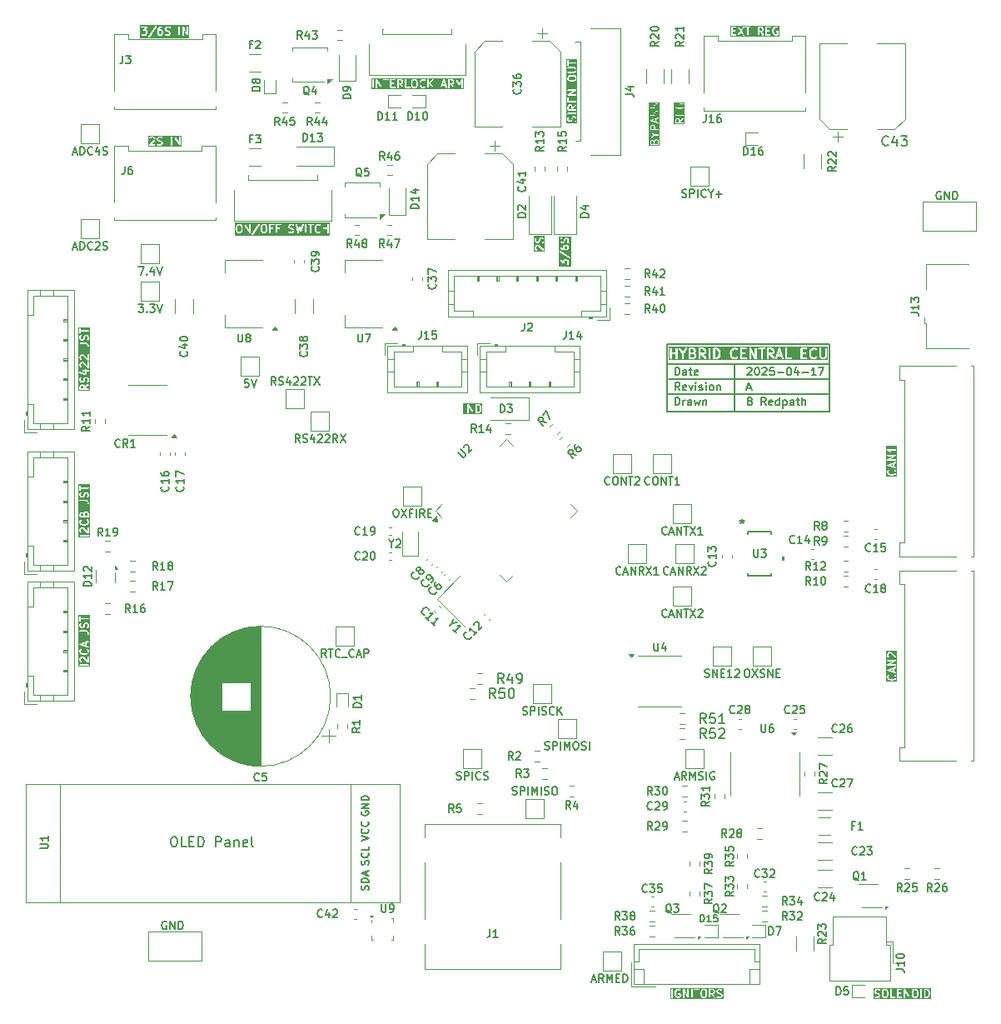
<source format=gbr>
%TF.GenerationSoftware,KiCad,Pcbnew,9.0.0*%
%TF.CreationDate,2025-04-17T15:03:59+12:00*%
%TF.ProjectId,Central_ECU,43656e74-7261-46c5-9f45-43552e6b6963,A*%
%TF.SameCoordinates,Original*%
%TF.FileFunction,Legend,Top*%
%TF.FilePolarity,Positive*%
%FSLAX46Y46*%
G04 Gerber Fmt 4.6, Leading zero omitted, Abs format (unit mm)*
G04 Created by KiCad (PCBNEW 9.0.0) date 2025-04-17 15:03:59*
%MOMM*%
%LPD*%
G01*
G04 APERTURE LIST*
%ADD10C,0.150000*%
%ADD11C,0.100000*%
%ADD12C,0.200000*%
%ADD13C,0.120000*%
%ADD14C,0.152400*%
%ADD15C,0.000000*%
%ADD16C,0.040000*%
G04 APERTURE END LIST*
D10*
G36*
X147222248Y-89327942D02*
G01*
X147277312Y-89383006D01*
X147306282Y-89440945D01*
X147340143Y-89576387D01*
X147340143Y-89672202D01*
X147306282Y-89807643D01*
X147277312Y-89865582D01*
X147222247Y-89920648D01*
X147136306Y-89949295D01*
X147033000Y-89949295D01*
X147033000Y-89299295D01*
X147136306Y-89299295D01*
X147222248Y-89327942D01*
G37*
G36*
X147579032Y-90188184D02*
G01*
X145575064Y-90188184D01*
X145575064Y-89224295D01*
X145663953Y-89224295D01*
X145663953Y-90024295D01*
X145665394Y-90038927D01*
X145676593Y-90065963D01*
X145697285Y-90086655D01*
X145724321Y-90097854D01*
X145753585Y-90097854D01*
X145780621Y-90086655D01*
X145801313Y-90065963D01*
X145812512Y-90038927D01*
X145813953Y-90024295D01*
X145813953Y-89224295D01*
X146044905Y-89224295D01*
X146044905Y-90024295D01*
X146046346Y-90038927D01*
X146057545Y-90065963D01*
X146078237Y-90086655D01*
X146105273Y-90097854D01*
X146134537Y-90097854D01*
X146161573Y-90086655D01*
X146182265Y-90065963D01*
X146193464Y-90038927D01*
X146194905Y-90024295D01*
X146194905Y-89506711D01*
X146511930Y-90061505D01*
X146514118Y-90064588D01*
X146514688Y-90065963D01*
X146516087Y-90067362D01*
X146520440Y-90073495D01*
X146528328Y-90079603D01*
X146535380Y-90086655D01*
X146539798Y-90088485D01*
X146543578Y-90091412D01*
X146553199Y-90094036D01*
X146562416Y-90097854D01*
X146567197Y-90097854D01*
X146571809Y-90099112D01*
X146581706Y-90097854D01*
X146591680Y-90097854D01*
X146596095Y-90096024D01*
X146600839Y-90095422D01*
X146609503Y-90090471D01*
X146618716Y-90086655D01*
X146622094Y-90083276D01*
X146626248Y-90080903D01*
X146632357Y-90073013D01*
X146639408Y-90065963D01*
X146641237Y-90061546D01*
X146644165Y-90057766D01*
X146646789Y-90048142D01*
X146650607Y-90038927D01*
X146651343Y-90031444D01*
X146651865Y-90029534D01*
X146651677Y-90028058D01*
X146652048Y-90024295D01*
X146652048Y-89224295D01*
X146883000Y-89224295D01*
X146883000Y-90024295D01*
X146884441Y-90038927D01*
X146895640Y-90065963D01*
X146916332Y-90086655D01*
X146943368Y-90097854D01*
X146958000Y-90099295D01*
X147148476Y-90099295D01*
X147155881Y-90098565D01*
X147157856Y-90098706D01*
X147160453Y-90098115D01*
X147163108Y-90097854D01*
X147164939Y-90097095D01*
X147172193Y-90095446D01*
X147286479Y-90057351D01*
X147299904Y-90051357D01*
X147301939Y-90049591D01*
X147304430Y-90048560D01*
X147315795Y-90039233D01*
X147391986Y-89963041D01*
X147396703Y-89957292D01*
X147398202Y-89955993D01*
X147399623Y-89953734D01*
X147401313Y-89951676D01*
X147402070Y-89949846D01*
X147406034Y-89943550D01*
X147444129Y-89867360D01*
X147444538Y-89866290D01*
X147444861Y-89865855D01*
X147447059Y-89859703D01*
X147449384Y-89853628D01*
X147449422Y-89853089D01*
X147449808Y-89852010D01*
X147487904Y-89699628D01*
X147488279Y-89697091D01*
X147488702Y-89696070D01*
X147489244Y-89690557D01*
X147490054Y-89685084D01*
X147489891Y-89683991D01*
X147490143Y-89681438D01*
X147490143Y-89567152D01*
X147489891Y-89564598D01*
X147490054Y-89563506D01*
X147489244Y-89558032D01*
X147488702Y-89552520D01*
X147488279Y-89551498D01*
X147487904Y-89548962D01*
X147449808Y-89396580D01*
X147449422Y-89395500D01*
X147449384Y-89394962D01*
X147447059Y-89388886D01*
X147444861Y-89382735D01*
X147444538Y-89382299D01*
X147444129Y-89381230D01*
X147406034Y-89305039D01*
X147402071Y-89298744D01*
X147401313Y-89296912D01*
X147399621Y-89294850D01*
X147398202Y-89292596D01*
X147396705Y-89291297D01*
X147391985Y-89285547D01*
X147315795Y-89209357D01*
X147304430Y-89200030D01*
X147301939Y-89198998D01*
X147299904Y-89197233D01*
X147286479Y-89191239D01*
X147172193Y-89153144D01*
X147164939Y-89151494D01*
X147163108Y-89150736D01*
X147160453Y-89150474D01*
X147157856Y-89149884D01*
X147155881Y-89150024D01*
X147148476Y-89149295D01*
X146958000Y-89149295D01*
X146943368Y-89150736D01*
X146916332Y-89161935D01*
X146895640Y-89182627D01*
X146884441Y-89209663D01*
X146883000Y-89224295D01*
X146652048Y-89224295D01*
X146650607Y-89209663D01*
X146639408Y-89182627D01*
X146618716Y-89161935D01*
X146591680Y-89150736D01*
X146562416Y-89150736D01*
X146535380Y-89161935D01*
X146514688Y-89182627D01*
X146503489Y-89209663D01*
X146502048Y-89224295D01*
X146502048Y-89741878D01*
X146185023Y-89187085D01*
X146182834Y-89184001D01*
X146182265Y-89182627D01*
X146180865Y-89181227D01*
X146176513Y-89175095D01*
X146168623Y-89168985D01*
X146161573Y-89161935D01*
X146157156Y-89160105D01*
X146153376Y-89157178D01*
X146143752Y-89154553D01*
X146134537Y-89150736D01*
X146129756Y-89150736D01*
X146125144Y-89149478D01*
X146115247Y-89150736D01*
X146105273Y-89150736D01*
X146100857Y-89152565D01*
X146096114Y-89153168D01*
X146087449Y-89158118D01*
X146078237Y-89161935D01*
X146074858Y-89165313D01*
X146070705Y-89167687D01*
X146064595Y-89175576D01*
X146057545Y-89182627D01*
X146055715Y-89187043D01*
X146052788Y-89190824D01*
X146050163Y-89200447D01*
X146046346Y-89209663D01*
X146045609Y-89217145D01*
X146045088Y-89219056D01*
X146045275Y-89220531D01*
X146044905Y-89224295D01*
X145813953Y-89224295D01*
X145812512Y-89209663D01*
X145801313Y-89182627D01*
X145780621Y-89161935D01*
X145753585Y-89150736D01*
X145724321Y-89150736D01*
X145697285Y-89161935D01*
X145676593Y-89182627D01*
X145665394Y-89209663D01*
X145663953Y-89224295D01*
X145575064Y-89224295D01*
X145575064Y-89060406D01*
X147579032Y-89060406D01*
X147579032Y-90188184D01*
G37*
G36*
X156179308Y-73150210D02*
G01*
X156197811Y-73168713D01*
X156220164Y-73213419D01*
X156220164Y-73320866D01*
X156197811Y-73365572D01*
X156179308Y-73384074D01*
X156134602Y-73406428D01*
X155991440Y-73406428D01*
X155946733Y-73384074D01*
X155928230Y-73365571D01*
X155905878Y-73320866D01*
X155905878Y-73213419D01*
X155928231Y-73168713D01*
X155946734Y-73150210D01*
X155991440Y-73127857D01*
X156134602Y-73127857D01*
X156179308Y-73150210D01*
G37*
G36*
X156632068Y-75174035D02*
G01*
X155351117Y-75174035D01*
X155351117Y-74552857D01*
X155470164Y-74552857D01*
X155470164Y-75017143D01*
X155471605Y-75031775D01*
X155482804Y-75058811D01*
X155503496Y-75079503D01*
X155530532Y-75090702D01*
X155559796Y-75090702D01*
X155586832Y-75079503D01*
X155607524Y-75058811D01*
X155618723Y-75031775D01*
X155620164Y-75017143D01*
X155620164Y-74718139D01*
X155781490Y-74859300D01*
X155787814Y-74863821D01*
X155789210Y-74865217D01*
X155790533Y-74865765D01*
X155793451Y-74867851D01*
X155804988Y-74871752D01*
X155816246Y-74876416D01*
X155818777Y-74876416D01*
X155821172Y-74877226D01*
X155833325Y-74876416D01*
X155845510Y-74876416D01*
X155847846Y-74875448D01*
X155850370Y-74875280D01*
X155861295Y-74869877D01*
X155872546Y-74865217D01*
X155874332Y-74863430D01*
X155876602Y-74862308D01*
X155884627Y-74853135D01*
X155893238Y-74844525D01*
X155894206Y-74842188D01*
X155895872Y-74840284D01*
X155899773Y-74828746D01*
X155904437Y-74817489D01*
X155904788Y-74813918D01*
X155905247Y-74812563D01*
X155905115Y-74810595D01*
X155905878Y-74802857D01*
X155905878Y-74713419D01*
X155928231Y-74668713D01*
X155946734Y-74650210D01*
X155991440Y-74627857D01*
X156134602Y-74627857D01*
X156179308Y-74650210D01*
X156197811Y-74668713D01*
X156220164Y-74713419D01*
X156220164Y-74892295D01*
X156197811Y-74937001D01*
X156170702Y-74964110D01*
X156161375Y-74975475D01*
X156150176Y-75002512D01*
X156150176Y-75031774D01*
X156161375Y-75058811D01*
X156182067Y-75079503D01*
X156209104Y-75090702D01*
X156238366Y-75090702D01*
X156265403Y-75079503D01*
X156276768Y-75070176D01*
X156312483Y-75034461D01*
X156317201Y-75028711D01*
X156318700Y-75027412D01*
X156320121Y-75025153D01*
X156321811Y-75023095D01*
X156322568Y-75021265D01*
X156326532Y-75014969D01*
X156362246Y-74943541D01*
X156367501Y-74929809D01*
X156367691Y-74927121D01*
X156368723Y-74924632D01*
X156370164Y-74910000D01*
X156370164Y-74695714D01*
X156368723Y-74681082D01*
X156367691Y-74678592D01*
X156367501Y-74675905D01*
X156362246Y-74662173D01*
X156326532Y-74590745D01*
X156322568Y-74584448D01*
X156321811Y-74582619D01*
X156320121Y-74580560D01*
X156318700Y-74578302D01*
X156317201Y-74577002D01*
X156312483Y-74571253D01*
X156276768Y-74535538D01*
X156271018Y-74530819D01*
X156269719Y-74529321D01*
X156267459Y-74527899D01*
X156265403Y-74526211D01*
X156263575Y-74525453D01*
X156257276Y-74521489D01*
X156185848Y-74485775D01*
X156172116Y-74480520D01*
X156169428Y-74480329D01*
X156166939Y-74479298D01*
X156152307Y-74477857D01*
X155973735Y-74477857D01*
X155959103Y-74479298D01*
X155956613Y-74480329D01*
X155953926Y-74480520D01*
X155940194Y-74485775D01*
X155868766Y-74521489D01*
X155862469Y-74525452D01*
X155860640Y-74526210D01*
X155858581Y-74527899D01*
X155856323Y-74529321D01*
X155855023Y-74530819D01*
X155849274Y-74535538D01*
X155813559Y-74571253D01*
X155808840Y-74577002D01*
X155807342Y-74578302D01*
X155805920Y-74580561D01*
X155804232Y-74582618D01*
X155803474Y-74584445D01*
X155799510Y-74590745D01*
X155769942Y-74649880D01*
X155594552Y-74496414D01*
X155588227Y-74491892D01*
X155586832Y-74490497D01*
X155585508Y-74489948D01*
X155582591Y-74487863D01*
X155571053Y-74483961D01*
X155559796Y-74479298D01*
X155557265Y-74479298D01*
X155554870Y-74478488D01*
X155542717Y-74479298D01*
X155530532Y-74479298D01*
X155528195Y-74480265D01*
X155525672Y-74480434D01*
X155514746Y-74485836D01*
X155503496Y-74490497D01*
X155501709Y-74492283D01*
X155499440Y-74493406D01*
X155491414Y-74502578D01*
X155482804Y-74511189D01*
X155481835Y-74513525D01*
X155480170Y-74515430D01*
X155476268Y-74526967D01*
X155471605Y-74538225D01*
X155471253Y-74541795D01*
X155470795Y-74543151D01*
X155470926Y-74545118D01*
X155470164Y-74552857D01*
X155351117Y-74552857D01*
X155351117Y-73695793D01*
X155434450Y-73695793D01*
X155440189Y-73724487D01*
X155456472Y-73748802D01*
X155467847Y-73758118D01*
X156432133Y-74400975D01*
X156445107Y-74407892D01*
X156473814Y-74413571D01*
X156502509Y-74407832D01*
X156526824Y-74391549D01*
X156543057Y-74367200D01*
X156548735Y-74338493D01*
X156542996Y-74309798D01*
X156526713Y-74285483D01*
X156515338Y-74276168D01*
X155551053Y-73633310D01*
X155538079Y-73626393D01*
X155509371Y-73620714D01*
X155480677Y-73626453D01*
X155456362Y-73642736D01*
X155440129Y-73667085D01*
X155434450Y-73695793D01*
X155351117Y-73695793D01*
X155351117Y-73124286D01*
X155470164Y-73124286D01*
X155470164Y-73267143D01*
X155471605Y-73281775D01*
X155472636Y-73284264D01*
X155472827Y-73286952D01*
X155478082Y-73300684D01*
X155513796Y-73372112D01*
X155517759Y-73378408D01*
X155518517Y-73380238D01*
X155520206Y-73382296D01*
X155521628Y-73384555D01*
X155523126Y-73385854D01*
X155527844Y-73391603D01*
X155563558Y-73427318D01*
X155563597Y-73427350D01*
X155563614Y-73427375D01*
X155569313Y-73432042D01*
X155574923Y-73436646D01*
X155574949Y-73436657D01*
X155574990Y-73436690D01*
X155682132Y-73508118D01*
X155690210Y-73512424D01*
X155691699Y-73513528D01*
X155693458Y-73514156D01*
X155695106Y-73515035D01*
X155696922Y-73515394D01*
X155705545Y-73518475D01*
X155848402Y-73554189D01*
X155850939Y-73554564D01*
X155851960Y-73554987D01*
X155857462Y-73555528D01*
X155862947Y-73556340D01*
X155864042Y-73556176D01*
X155866592Y-73556428D01*
X156152307Y-73556428D01*
X156166939Y-73554987D01*
X156169428Y-73553955D01*
X156172116Y-73553765D01*
X156185848Y-73548510D01*
X156257276Y-73512796D01*
X156263572Y-73508832D01*
X156265402Y-73508075D01*
X156267460Y-73506385D01*
X156269719Y-73504964D01*
X156271018Y-73503465D01*
X156276767Y-73498748D01*
X156312482Y-73463034D01*
X156317202Y-73457282D01*
X156318700Y-73455984D01*
X156320119Y-73453728D01*
X156321810Y-73451669D01*
X156322568Y-73449838D01*
X156326532Y-73443541D01*
X156362246Y-73372111D01*
X156367501Y-73358380D01*
X156367691Y-73355692D01*
X156368723Y-73353203D01*
X156370164Y-73338571D01*
X156370164Y-73195714D01*
X156368723Y-73181082D01*
X156367691Y-73178592D01*
X156367501Y-73175905D01*
X156362246Y-73162173D01*
X156326532Y-73090745D01*
X156322568Y-73084448D01*
X156321811Y-73082619D01*
X156320121Y-73080560D01*
X156318700Y-73078302D01*
X156317201Y-73077002D01*
X156312483Y-73071253D01*
X156276768Y-73035538D01*
X156271018Y-73030819D01*
X156269719Y-73029321D01*
X156267459Y-73027899D01*
X156265403Y-73026211D01*
X156263575Y-73025453D01*
X156257276Y-73021489D01*
X156185848Y-72985775D01*
X156172116Y-72980520D01*
X156169428Y-72980329D01*
X156166939Y-72979298D01*
X156152307Y-72977857D01*
X155973735Y-72977857D01*
X155959103Y-72979298D01*
X155956613Y-72980329D01*
X155953926Y-72980520D01*
X155940194Y-72985775D01*
X155868766Y-73021489D01*
X155862469Y-73025452D01*
X155860640Y-73026210D01*
X155858581Y-73027899D01*
X155856323Y-73029321D01*
X155855023Y-73030819D01*
X155849274Y-73035538D01*
X155813559Y-73071253D01*
X155808840Y-73077002D01*
X155807342Y-73078302D01*
X155805920Y-73080561D01*
X155804232Y-73082618D01*
X155803474Y-73084445D01*
X155799510Y-73090745D01*
X155763796Y-73162173D01*
X155758541Y-73175905D01*
X155758350Y-73178592D01*
X155757319Y-73181082D01*
X155755878Y-73195714D01*
X155755878Y-73338571D01*
X155757319Y-73353203D01*
X155758350Y-73355692D01*
X155758541Y-73358380D01*
X155763796Y-73372112D01*
X155767400Y-73379321D01*
X155754527Y-73376103D01*
X155664374Y-73316002D01*
X155642517Y-73294144D01*
X155620164Y-73249438D01*
X155620164Y-73124286D01*
X155618723Y-73109654D01*
X155607524Y-73082618D01*
X155586832Y-73061926D01*
X155559796Y-73050727D01*
X155530532Y-73050727D01*
X155503496Y-73061926D01*
X155482804Y-73082618D01*
X155471605Y-73109654D01*
X155470164Y-73124286D01*
X155351117Y-73124286D01*
X155351117Y-72445714D01*
X155470164Y-72445714D01*
X155470164Y-72624285D01*
X155471605Y-72638917D01*
X155472636Y-72641406D01*
X155472827Y-72644094D01*
X155478082Y-72657826D01*
X155513796Y-72729255D01*
X155517760Y-72735554D01*
X155518518Y-72737382D01*
X155520206Y-72739438D01*
X155521628Y-72741698D01*
X155523126Y-72742997D01*
X155527845Y-72748747D01*
X155563559Y-72784461D01*
X155569308Y-72789179D01*
X155570608Y-72790678D01*
X155572867Y-72792099D01*
X155574924Y-72793788D01*
X155576751Y-72794545D01*
X155583051Y-72798510D01*
X155654481Y-72834224D01*
X155668212Y-72839479D01*
X155670899Y-72839669D01*
X155673389Y-72840701D01*
X155688021Y-72842142D01*
X155759450Y-72842142D01*
X155774082Y-72840701D01*
X155776571Y-72839669D01*
X155779259Y-72839479D01*
X155792991Y-72834224D01*
X155864419Y-72798510D01*
X155870718Y-72794545D01*
X155872546Y-72793788D01*
X155874602Y-72792099D01*
X155876862Y-72790678D01*
X155878161Y-72789179D01*
X155883911Y-72784461D01*
X155919625Y-72748747D01*
X155924345Y-72742994D01*
X155925841Y-72741698D01*
X155927260Y-72739443D01*
X155928952Y-72737382D01*
X155929710Y-72735551D01*
X155933674Y-72729255D01*
X155969389Y-72657827D01*
X155969799Y-72656755D01*
X155970121Y-72656321D01*
X155972311Y-72650190D01*
X155974644Y-72644095D01*
X155974682Y-72643554D01*
X155975068Y-72642475D01*
X156008785Y-72507603D01*
X156035374Y-72454427D01*
X156053877Y-72435924D01*
X156098583Y-72413571D01*
X156134602Y-72413571D01*
X156179308Y-72435924D01*
X156197811Y-72454427D01*
X156220164Y-72499133D01*
X156220164Y-72647830D01*
X156188299Y-72743425D01*
X156185039Y-72757762D01*
X156187114Y-72786952D01*
X156200200Y-72813125D01*
X156222307Y-72832299D01*
X156250070Y-72841553D01*
X156279260Y-72839478D01*
X156305433Y-72826392D01*
X156324607Y-72804285D01*
X156330601Y-72790859D01*
X156366315Y-72683717D01*
X156367964Y-72676463D01*
X156368723Y-72674632D01*
X156368984Y-72671977D01*
X156369575Y-72669380D01*
X156369434Y-72667405D01*
X156370164Y-72660000D01*
X156370164Y-72481428D01*
X156368723Y-72466796D01*
X156367691Y-72464306D01*
X156367501Y-72461619D01*
X156362246Y-72447887D01*
X156326532Y-72376459D01*
X156322568Y-72370162D01*
X156321811Y-72368333D01*
X156320121Y-72366274D01*
X156318700Y-72364016D01*
X156317201Y-72362716D01*
X156312483Y-72356967D01*
X156276768Y-72321252D01*
X156271018Y-72316533D01*
X156269719Y-72315035D01*
X156267459Y-72313613D01*
X156265403Y-72311925D01*
X156263575Y-72311167D01*
X156257276Y-72307203D01*
X156185848Y-72271489D01*
X156172116Y-72266234D01*
X156169428Y-72266043D01*
X156166939Y-72265012D01*
X156152307Y-72263571D01*
X156080878Y-72263571D01*
X156066246Y-72265012D01*
X156063756Y-72266043D01*
X156061069Y-72266234D01*
X156047337Y-72271489D01*
X155975909Y-72307203D01*
X155969612Y-72311166D01*
X155967783Y-72311924D01*
X155965724Y-72313613D01*
X155963466Y-72315035D01*
X155962166Y-72316533D01*
X155956417Y-72321252D01*
X155920702Y-72356967D01*
X155915983Y-72362716D01*
X155914485Y-72364016D01*
X155913063Y-72366275D01*
X155911375Y-72368332D01*
X155910617Y-72370159D01*
X155906653Y-72376459D01*
X155870939Y-72447887D01*
X155870529Y-72448956D01*
X155870207Y-72449392D01*
X155868011Y-72455537D01*
X155865684Y-72461619D01*
X155865645Y-72462158D01*
X155865260Y-72463238D01*
X155831542Y-72598108D01*
X155804953Y-72651286D01*
X155786451Y-72669789D01*
X155741745Y-72692142D01*
X155705726Y-72692142D01*
X155661018Y-72669788D01*
X155642516Y-72651286D01*
X155620164Y-72606580D01*
X155620164Y-72457883D01*
X155652029Y-72362287D01*
X155655289Y-72347951D01*
X155653215Y-72318761D01*
X155640128Y-72292587D01*
X155618020Y-72273413D01*
X155590258Y-72264159D01*
X155561068Y-72266234D01*
X155534895Y-72279321D01*
X155515721Y-72301428D01*
X155509727Y-72314854D01*
X155474013Y-72421997D01*
X155472363Y-72429250D01*
X155471605Y-72431082D01*
X155471343Y-72433736D01*
X155470753Y-72436334D01*
X155470893Y-72438308D01*
X155470164Y-72445714D01*
X155351117Y-72445714D01*
X155351117Y-72180238D01*
X156632068Y-72180238D01*
X156632068Y-75174035D01*
G37*
G36*
X153942184Y-73708067D02*
G01*
X152814406Y-73708067D01*
X152814406Y-73202762D01*
X152903295Y-73202762D01*
X152903295Y-73393238D01*
X152904736Y-73407870D01*
X152905767Y-73410359D01*
X152905958Y-73413047D01*
X152911213Y-73426779D01*
X152949308Y-73502969D01*
X152953271Y-73509265D01*
X152954029Y-73511095D01*
X152955718Y-73513153D01*
X152957140Y-73515412D01*
X152958638Y-73516711D01*
X152963356Y-73522460D01*
X153001451Y-73560556D01*
X153012816Y-73569884D01*
X153039852Y-73581083D01*
X153069115Y-73581083D01*
X153096152Y-73569885D01*
X153116845Y-73549192D01*
X153128044Y-73522156D01*
X153128044Y-73492893D01*
X153116846Y-73465857D01*
X153107519Y-73454492D01*
X153078029Y-73425001D01*
X153053295Y-73375533D01*
X153053295Y-73220466D01*
X153078029Y-73170997D01*
X153098911Y-73150115D01*
X153148381Y-73125381D01*
X153194696Y-73125381D01*
X153280638Y-73154028D01*
X153725262Y-73598652D01*
X153736627Y-73607980D01*
X153755744Y-73615898D01*
X153763663Y-73619178D01*
X153763664Y-73619178D01*
X153792927Y-73619178D01*
X153819963Y-73607980D01*
X153840656Y-73587287D01*
X153851854Y-73560251D01*
X153853295Y-73545619D01*
X153853295Y-73050381D01*
X153851854Y-73035749D01*
X153840655Y-73008713D01*
X153819963Y-72988021D01*
X153792927Y-72976822D01*
X153763663Y-72976822D01*
X153736627Y-72988021D01*
X153715935Y-73008713D01*
X153704736Y-73035749D01*
X153703295Y-73050381D01*
X153703295Y-73364553D01*
X153374185Y-73035443D01*
X153362820Y-73026116D01*
X153360329Y-73025084D01*
X153358294Y-73023319D01*
X153344869Y-73017325D01*
X153230583Y-72979230D01*
X153223329Y-72977580D01*
X153221498Y-72976822D01*
X153218843Y-72976560D01*
X153216246Y-72975970D01*
X153214271Y-72976110D01*
X153206866Y-72975381D01*
X153130676Y-72975381D01*
X153116044Y-72976822D01*
X153113554Y-72977853D01*
X153110867Y-72978044D01*
X153097135Y-72983299D01*
X153020944Y-73021394D01*
X153014644Y-73025358D01*
X153012817Y-73026116D01*
X153010760Y-73027804D01*
X153008501Y-73029226D01*
X153007201Y-73030724D01*
X153001452Y-73035443D01*
X152963357Y-73073538D01*
X152958638Y-73079287D01*
X152957140Y-73080587D01*
X152955718Y-73082846D01*
X152954030Y-73084903D01*
X152953272Y-73086730D01*
X152949308Y-73093030D01*
X152911213Y-73169221D01*
X152905958Y-73182953D01*
X152905767Y-73185640D01*
X152904736Y-73188130D01*
X152903295Y-73202762D01*
X152814406Y-73202762D01*
X152814406Y-72402761D01*
X152903295Y-72402761D01*
X152903295Y-72593238D01*
X152904736Y-72607870D01*
X152905767Y-72610359D01*
X152905958Y-72613047D01*
X152911213Y-72626779D01*
X152949308Y-72702969D01*
X152953272Y-72709268D01*
X152954030Y-72711096D01*
X152955718Y-72713152D01*
X152957140Y-72715412D01*
X152958638Y-72716711D01*
X152963357Y-72722461D01*
X153001452Y-72760556D01*
X153007204Y-72765276D01*
X153008501Y-72766772D01*
X153010755Y-72768191D01*
X153012817Y-72769883D01*
X153014647Y-72770641D01*
X153020944Y-72774605D01*
X153097134Y-72812701D01*
X153110866Y-72817956D01*
X153113555Y-72818147D01*
X153116044Y-72819178D01*
X153130676Y-72820619D01*
X153206866Y-72820619D01*
X153221498Y-72819178D01*
X153223986Y-72818147D01*
X153226676Y-72817956D01*
X153240407Y-72812701D01*
X153316598Y-72774605D01*
X153322894Y-72770641D01*
X153324725Y-72769883D01*
X153326786Y-72768191D01*
X153329041Y-72766772D01*
X153330337Y-72765276D01*
X153336090Y-72760556D01*
X153374185Y-72722461D01*
X153378903Y-72716711D01*
X153380402Y-72715412D01*
X153381823Y-72713152D01*
X153383512Y-72711096D01*
X153384269Y-72709268D01*
X153388234Y-72702969D01*
X153426329Y-72626779D01*
X153426738Y-72625709D01*
X153427061Y-72625274D01*
X153429256Y-72619128D01*
X153431584Y-72613047D01*
X153431622Y-72612507D01*
X153432008Y-72611428D01*
X153468106Y-72467033D01*
X153497077Y-72409092D01*
X153517960Y-72388210D01*
X153567428Y-72363476D01*
X153608209Y-72363476D01*
X153657677Y-72388210D01*
X153678561Y-72409093D01*
X153703295Y-72458561D01*
X153703295Y-72619163D01*
X153669049Y-72721902D01*
X153665789Y-72736239D01*
X153667864Y-72765429D01*
X153680950Y-72791602D01*
X153703058Y-72810776D01*
X153730820Y-72820030D01*
X153760010Y-72817955D01*
X153786183Y-72804869D01*
X153805357Y-72782761D01*
X153811351Y-72769336D01*
X153849446Y-72655050D01*
X153851095Y-72647796D01*
X153851854Y-72645965D01*
X153852115Y-72643310D01*
X153852706Y-72640713D01*
X153852565Y-72638738D01*
X153853295Y-72631333D01*
X153853295Y-72440857D01*
X153851854Y-72426225D01*
X153850822Y-72423735D01*
X153850632Y-72421048D01*
X153845377Y-72407316D01*
X153807282Y-72331125D01*
X153803318Y-72324827D01*
X153802560Y-72322997D01*
X153800869Y-72320937D01*
X153799450Y-72318682D01*
X153797952Y-72317383D01*
X153793232Y-72311632D01*
X153755136Y-72273537D01*
X153749387Y-72268819D01*
X153748088Y-72267321D01*
X153745829Y-72265899D01*
X153743771Y-72264210D01*
X153741941Y-72263452D01*
X153735645Y-72259489D01*
X153659455Y-72221394D01*
X153645723Y-72216139D01*
X153643035Y-72215948D01*
X153640546Y-72214917D01*
X153625914Y-72213476D01*
X153549723Y-72213476D01*
X153535091Y-72214917D01*
X153532601Y-72215948D01*
X153529914Y-72216139D01*
X153516182Y-72221394D01*
X153439992Y-72259489D01*
X153433692Y-72263453D01*
X153431865Y-72264211D01*
X153429808Y-72265899D01*
X153427549Y-72267321D01*
X153426249Y-72268819D01*
X153420500Y-72273538D01*
X153382405Y-72311633D01*
X153377684Y-72317385D01*
X153376189Y-72318682D01*
X153374769Y-72320936D01*
X153373078Y-72322998D01*
X153372319Y-72324828D01*
X153368356Y-72331125D01*
X153330260Y-72407316D01*
X153329850Y-72408385D01*
X153329528Y-72408821D01*
X153327335Y-72414957D01*
X153325005Y-72421047D01*
X153324966Y-72421587D01*
X153324581Y-72422667D01*
X153288482Y-72567062D01*
X153259513Y-72625001D01*
X153238630Y-72645883D01*
X153189161Y-72670619D01*
X153148381Y-72670619D01*
X153098912Y-72645884D01*
X153078029Y-72625001D01*
X153053295Y-72575533D01*
X153053295Y-72414931D01*
X153087541Y-72312193D01*
X153090801Y-72297856D01*
X153088726Y-72268666D01*
X153075640Y-72242493D01*
X153053533Y-72223319D01*
X153025770Y-72214065D01*
X152996580Y-72216140D01*
X152970407Y-72229226D01*
X152951233Y-72251333D01*
X152945239Y-72264759D01*
X152907144Y-72379044D01*
X152905494Y-72386297D01*
X152904736Y-72388129D01*
X152904474Y-72390783D01*
X152903884Y-72393381D01*
X152904024Y-72395355D01*
X152903295Y-72402761D01*
X152814406Y-72402761D01*
X152814406Y-72124587D01*
X153942184Y-72124587D01*
X153942184Y-73708067D01*
G37*
G36*
X156578725Y-58913258D02*
G01*
X156599608Y-58934141D01*
X156624342Y-58983609D01*
X156624342Y-59195666D01*
X156355295Y-59195666D01*
X156355295Y-58983609D01*
X156380029Y-58934141D01*
X156400912Y-58913257D01*
X156450381Y-58888523D01*
X156529256Y-58888523D01*
X156578725Y-58913258D01*
G37*
G36*
X156927665Y-55909816D02*
G01*
X156980561Y-55962712D01*
X157005295Y-56012180D01*
X157005295Y-56129151D01*
X156980560Y-56178619D01*
X156927665Y-56231514D01*
X156804393Y-56262333D01*
X156556196Y-56262333D01*
X156432923Y-56231514D01*
X156380029Y-56178620D01*
X156355295Y-56129151D01*
X156355295Y-56012180D01*
X156380029Y-55962711D01*
X156432923Y-55909816D01*
X156556195Y-55878999D01*
X156804394Y-55878999D01*
X156927665Y-55909816D01*
G37*
G36*
X157244184Y-60615508D02*
G01*
X156116406Y-60615508D01*
X156116406Y-60108761D01*
X156205295Y-60108761D01*
X156205295Y-60299238D01*
X156206736Y-60313870D01*
X156207767Y-60316359D01*
X156207958Y-60319047D01*
X156213213Y-60332779D01*
X156251308Y-60408969D01*
X156255272Y-60415268D01*
X156256030Y-60417096D01*
X156257718Y-60419152D01*
X156259140Y-60421412D01*
X156260638Y-60422711D01*
X156265357Y-60428461D01*
X156303452Y-60466556D01*
X156309204Y-60471276D01*
X156310501Y-60472772D01*
X156312755Y-60474191D01*
X156314817Y-60475883D01*
X156316647Y-60476641D01*
X156322944Y-60480605D01*
X156399134Y-60518701D01*
X156412866Y-60523956D01*
X156415555Y-60524147D01*
X156418044Y-60525178D01*
X156432676Y-60526619D01*
X156508866Y-60526619D01*
X156523498Y-60525178D01*
X156525986Y-60524147D01*
X156528676Y-60523956D01*
X156542407Y-60518701D01*
X156618598Y-60480605D01*
X156624894Y-60476641D01*
X156626725Y-60475883D01*
X156628786Y-60474191D01*
X156631041Y-60472772D01*
X156632337Y-60471276D01*
X156638090Y-60466556D01*
X156676185Y-60428461D01*
X156680903Y-60422711D01*
X156682402Y-60421412D01*
X156683823Y-60419152D01*
X156685512Y-60417096D01*
X156686269Y-60415268D01*
X156690234Y-60408969D01*
X156728329Y-60332779D01*
X156728738Y-60331709D01*
X156729061Y-60331274D01*
X156731256Y-60325128D01*
X156733584Y-60319047D01*
X156733622Y-60318507D01*
X156734008Y-60317428D01*
X156770106Y-60173033D01*
X156799077Y-60115092D01*
X156819960Y-60094210D01*
X156869428Y-60069476D01*
X156910209Y-60069476D01*
X156959677Y-60094210D01*
X156980561Y-60115093D01*
X157005295Y-60164561D01*
X157005295Y-60325163D01*
X156971049Y-60427902D01*
X156967789Y-60442239D01*
X156969864Y-60471429D01*
X156982950Y-60497602D01*
X157005058Y-60516776D01*
X157032820Y-60526030D01*
X157062010Y-60523955D01*
X157088183Y-60510869D01*
X157107357Y-60488761D01*
X157113351Y-60475336D01*
X157151446Y-60361050D01*
X157153095Y-60353796D01*
X157153854Y-60351965D01*
X157154115Y-60349310D01*
X157154706Y-60346713D01*
X157154565Y-60344738D01*
X157155295Y-60337333D01*
X157155295Y-60146857D01*
X157153854Y-60132225D01*
X157152822Y-60129735D01*
X157152632Y-60127048D01*
X157147377Y-60113316D01*
X157109282Y-60037125D01*
X157105318Y-60030827D01*
X157104560Y-60028997D01*
X157102869Y-60026937D01*
X157101450Y-60024682D01*
X157099952Y-60023383D01*
X157095232Y-60017632D01*
X157057136Y-59979537D01*
X157051387Y-59974819D01*
X157050088Y-59973321D01*
X157047829Y-59971899D01*
X157045771Y-59970210D01*
X157043941Y-59969452D01*
X157037645Y-59965489D01*
X156961455Y-59927394D01*
X156947723Y-59922139D01*
X156945035Y-59921948D01*
X156942546Y-59920917D01*
X156927914Y-59919476D01*
X156851723Y-59919476D01*
X156837091Y-59920917D01*
X156834601Y-59921948D01*
X156831914Y-59922139D01*
X156818182Y-59927394D01*
X156741992Y-59965489D01*
X156735692Y-59969453D01*
X156733865Y-59970211D01*
X156731808Y-59971899D01*
X156729549Y-59973321D01*
X156728249Y-59974819D01*
X156722500Y-59979538D01*
X156684405Y-60017633D01*
X156679684Y-60023385D01*
X156678189Y-60024682D01*
X156676769Y-60026936D01*
X156675078Y-60028998D01*
X156674319Y-60030828D01*
X156670356Y-60037125D01*
X156632260Y-60113316D01*
X156631850Y-60114385D01*
X156631528Y-60114821D01*
X156629335Y-60120957D01*
X156627005Y-60127047D01*
X156626966Y-60127587D01*
X156626581Y-60128667D01*
X156590482Y-60273062D01*
X156561513Y-60331001D01*
X156540630Y-60351883D01*
X156491161Y-60376619D01*
X156450381Y-60376619D01*
X156400912Y-60351884D01*
X156380029Y-60331001D01*
X156355295Y-60281533D01*
X156355295Y-60120931D01*
X156389541Y-60018193D01*
X156392801Y-60003856D01*
X156390726Y-59974666D01*
X156377640Y-59948493D01*
X156355533Y-59929319D01*
X156327770Y-59920065D01*
X156298580Y-59922140D01*
X156272407Y-59935226D01*
X156253233Y-59957333D01*
X156247239Y-59970759D01*
X156209144Y-60085044D01*
X156207494Y-60092297D01*
X156206736Y-60094129D01*
X156206474Y-60096783D01*
X156205884Y-60099381D01*
X156206024Y-60101355D01*
X156205295Y-60108761D01*
X156116406Y-60108761D01*
X156116406Y-59636986D01*
X156206736Y-59636986D01*
X156206736Y-59666250D01*
X156217935Y-59693286D01*
X156238627Y-59713978D01*
X156265663Y-59725177D01*
X156280295Y-59726618D01*
X157080295Y-59726618D01*
X157094927Y-59725177D01*
X157121963Y-59713978D01*
X157142655Y-59693286D01*
X157153854Y-59666250D01*
X157153854Y-59636986D01*
X157142655Y-59609950D01*
X157121963Y-59589258D01*
X157094927Y-59578059D01*
X157080295Y-59576618D01*
X156280295Y-59576618D01*
X156265663Y-59578059D01*
X156238627Y-59589258D01*
X156217935Y-59609950D01*
X156206736Y-59636986D01*
X156116406Y-59636986D01*
X156116406Y-58965904D01*
X156205295Y-58965904D01*
X156205295Y-59270666D01*
X156206736Y-59285298D01*
X156217935Y-59312334D01*
X156238627Y-59333026D01*
X156265663Y-59344225D01*
X156280295Y-59345666D01*
X157080295Y-59345666D01*
X157094927Y-59344225D01*
X157121963Y-59333026D01*
X157142655Y-59312334D01*
X157153854Y-59285298D01*
X157153854Y-59256034D01*
X157142655Y-59228998D01*
X157121963Y-59208306D01*
X157094927Y-59197107D01*
X157080295Y-59195666D01*
X156774342Y-59195666D01*
X156774342Y-59119239D01*
X157123304Y-58874966D01*
X157134465Y-58865394D01*
X157150192Y-58840715D01*
X157155277Y-58811898D01*
X157148948Y-58783327D01*
X157132166Y-58759353D01*
X157107487Y-58743626D01*
X157078669Y-58738541D01*
X157050098Y-58744870D01*
X157037285Y-58752081D01*
X156769237Y-58939714D01*
X156766424Y-58932363D01*
X156728329Y-58856173D01*
X156724364Y-58849873D01*
X156723607Y-58848046D01*
X156721918Y-58845989D01*
X156720497Y-58843730D01*
X156718998Y-58842430D01*
X156714280Y-58836681D01*
X156676185Y-58798586D01*
X156670432Y-58793865D01*
X156669136Y-58792370D01*
X156666881Y-58790950D01*
X156664820Y-58789259D01*
X156662989Y-58788500D01*
X156656693Y-58784537D01*
X156580502Y-58746441D01*
X156566771Y-58741186D01*
X156564081Y-58740994D01*
X156561593Y-58739964D01*
X156546961Y-58738523D01*
X156432676Y-58738523D01*
X156418044Y-58739964D01*
X156415555Y-58740994D01*
X156412866Y-58741186D01*
X156399134Y-58746441D01*
X156322944Y-58784537D01*
X156316647Y-58788500D01*
X156314817Y-58789259D01*
X156312755Y-58790950D01*
X156310501Y-58792370D01*
X156309204Y-58793865D01*
X156303452Y-58798586D01*
X156265357Y-58836681D01*
X156260638Y-58842430D01*
X156259140Y-58843730D01*
X156257718Y-58845989D01*
X156256030Y-58848046D01*
X156255272Y-58849873D01*
X156251308Y-58856173D01*
X156213213Y-58932363D01*
X156207958Y-58946095D01*
X156207767Y-58948782D01*
X156206736Y-58951272D01*
X156205295Y-58965904D01*
X156116406Y-58965904D01*
X156116406Y-58089714D01*
X156205295Y-58089714D01*
X156205295Y-58470666D01*
X156206736Y-58485298D01*
X156217935Y-58512334D01*
X156238627Y-58533026D01*
X156265663Y-58544225D01*
X156280295Y-58545666D01*
X157080295Y-58545666D01*
X157094927Y-58544225D01*
X157121963Y-58533026D01*
X157142655Y-58512334D01*
X157153854Y-58485298D01*
X157155295Y-58470666D01*
X157155295Y-58089714D01*
X157153854Y-58075082D01*
X157142655Y-58048046D01*
X157121963Y-58027354D01*
X157094927Y-58016155D01*
X157065663Y-58016155D01*
X157038627Y-58027354D01*
X157017935Y-58048046D01*
X157006736Y-58075082D01*
X157005295Y-58089714D01*
X157005295Y-58395666D01*
X156736247Y-58395666D01*
X156736247Y-58204000D01*
X156734806Y-58189368D01*
X156723607Y-58162332D01*
X156702915Y-58141640D01*
X156675879Y-58130441D01*
X156646615Y-58130441D01*
X156619579Y-58141640D01*
X156598887Y-58162332D01*
X156587688Y-58189368D01*
X156586247Y-58204000D01*
X156586247Y-58395666D01*
X156355295Y-58395666D01*
X156355295Y-58089714D01*
X156353854Y-58075082D01*
X156342655Y-58048046D01*
X156321963Y-58027354D01*
X156294927Y-58016155D01*
X156265663Y-58016155D01*
X156238627Y-58027354D01*
X156217935Y-58048046D01*
X156206736Y-58075082D01*
X156205295Y-58089714D01*
X156116406Y-58089714D01*
X156116406Y-57741617D01*
X156205478Y-57741617D01*
X156206736Y-57751513D01*
X156206736Y-57761488D01*
X156208565Y-57765903D01*
X156209168Y-57770647D01*
X156214118Y-57779311D01*
X156217935Y-57788524D01*
X156221313Y-57791902D01*
X156223687Y-57796056D01*
X156231576Y-57802165D01*
X156238627Y-57809216D01*
X156243043Y-57811045D01*
X156246824Y-57813973D01*
X156256447Y-57816597D01*
X156265663Y-57820415D01*
X156273145Y-57821151D01*
X156275056Y-57821673D01*
X156276531Y-57821485D01*
X156280295Y-57821856D01*
X157080295Y-57821856D01*
X157094927Y-57820415D01*
X157121963Y-57809216D01*
X157142655Y-57788524D01*
X157153854Y-57761488D01*
X157153854Y-57732224D01*
X157142655Y-57705188D01*
X157121963Y-57684496D01*
X157094927Y-57673297D01*
X157080295Y-57671856D01*
X156562711Y-57671856D01*
X157117505Y-57354831D01*
X157120588Y-57352642D01*
X157121963Y-57352073D01*
X157123362Y-57350673D01*
X157129495Y-57346321D01*
X157135603Y-57338432D01*
X157142655Y-57331381D01*
X157144485Y-57326962D01*
X157147412Y-57323183D01*
X157150036Y-57313561D01*
X157153854Y-57304345D01*
X157153854Y-57299564D01*
X157155112Y-57294952D01*
X157153854Y-57285055D01*
X157153854Y-57275081D01*
X157152024Y-57270665D01*
X157151422Y-57265922D01*
X157146471Y-57257257D01*
X157142655Y-57248045D01*
X157139276Y-57244666D01*
X157136903Y-57240513D01*
X157129013Y-57234403D01*
X157121963Y-57227353D01*
X157117546Y-57225523D01*
X157113766Y-57222596D01*
X157104142Y-57219971D01*
X157094927Y-57216154D01*
X157087444Y-57215417D01*
X157085534Y-57214896D01*
X157084058Y-57215083D01*
X157080295Y-57214713D01*
X156280295Y-57214713D01*
X156265663Y-57216154D01*
X156238627Y-57227353D01*
X156217935Y-57248045D01*
X156206736Y-57275081D01*
X156206736Y-57304345D01*
X156217935Y-57331381D01*
X156238627Y-57352073D01*
X156265663Y-57363272D01*
X156280295Y-57364713D01*
X156797879Y-57364713D01*
X156243085Y-57681738D01*
X156240001Y-57683926D01*
X156238627Y-57684496D01*
X156237227Y-57685895D01*
X156231095Y-57690248D01*
X156224985Y-57698137D01*
X156217935Y-57705188D01*
X156216105Y-57709604D01*
X156213178Y-57713385D01*
X156210553Y-57723008D01*
X156206736Y-57732224D01*
X156206736Y-57737004D01*
X156205478Y-57741617D01*
X156116406Y-57741617D01*
X156116406Y-55994475D01*
X156205295Y-55994475D01*
X156205295Y-56146856D01*
X156206736Y-56161488D01*
X156207767Y-56163977D01*
X156207958Y-56166665D01*
X156213213Y-56180397D01*
X156251308Y-56256588D01*
X156255272Y-56262887D01*
X156256030Y-56264715D01*
X156257718Y-56266771D01*
X156259140Y-56269031D01*
X156260638Y-56270330D01*
X156265357Y-56276080D01*
X156341547Y-56352270D01*
X156352912Y-56361598D01*
X156358064Y-56363732D01*
X156362544Y-56367051D01*
X156376389Y-56371998D01*
X156528771Y-56410094D01*
X156531307Y-56410469D01*
X156532329Y-56410892D01*
X156537841Y-56411434D01*
X156543315Y-56412244D01*
X156544407Y-56412081D01*
X156546961Y-56412333D01*
X156813628Y-56412333D01*
X156816181Y-56412081D01*
X156817274Y-56412244D01*
X156822748Y-56411434D01*
X156828260Y-56410892D01*
X156829280Y-56410469D01*
X156831819Y-56410094D01*
X156984200Y-56371998D01*
X156998045Y-56367051D01*
X157002525Y-56363731D01*
X157007676Y-56361598D01*
X157019042Y-56352270D01*
X157095233Y-56276080D01*
X157099951Y-56270330D01*
X157101450Y-56269031D01*
X157102871Y-56266771D01*
X157104560Y-56264715D01*
X157105317Y-56262887D01*
X157109282Y-56256588D01*
X157147377Y-56180397D01*
X157152632Y-56166665D01*
X157152822Y-56163977D01*
X157153854Y-56161488D01*
X157155295Y-56146856D01*
X157155295Y-55994475D01*
X157153854Y-55979843D01*
X157152822Y-55977353D01*
X157152632Y-55974666D01*
X157147377Y-55960934D01*
X157109282Y-55884744D01*
X157105317Y-55878444D01*
X157104560Y-55876617D01*
X157102871Y-55874560D01*
X157101450Y-55872301D01*
X157099951Y-55871001D01*
X157095233Y-55865252D01*
X157019042Y-55789061D01*
X157007677Y-55779734D01*
X157002526Y-55777600D01*
X156998045Y-55774280D01*
X156984199Y-55769333D01*
X156831818Y-55731238D01*
X156829281Y-55730863D01*
X156828260Y-55730440D01*
X156822745Y-55729896D01*
X156817273Y-55729088D01*
X156816181Y-55729250D01*
X156813628Y-55728999D01*
X156546961Y-55728999D01*
X156544411Y-55729250D01*
X156543316Y-55729087D01*
X156537831Y-55729898D01*
X156532329Y-55730440D01*
X156531308Y-55730862D01*
X156528771Y-55731238D01*
X156376390Y-55769333D01*
X156362544Y-55774280D01*
X156358063Y-55777600D01*
X156352912Y-55779734D01*
X156341547Y-55789061D01*
X156265357Y-55865252D01*
X156260638Y-55871001D01*
X156259140Y-55872301D01*
X156257718Y-55874559D01*
X156256029Y-55876618D01*
X156255271Y-55878447D01*
X156251308Y-55884744D01*
X156213213Y-55960934D01*
X156207958Y-55974666D01*
X156207767Y-55977353D01*
X156206736Y-55979843D01*
X156205295Y-55994475D01*
X156116406Y-55994475D01*
X156116406Y-54989367D01*
X156206736Y-54989367D01*
X156206736Y-55018631D01*
X156217935Y-55045667D01*
X156238627Y-55066359D01*
X156265663Y-55077558D01*
X156280295Y-55078999D01*
X156910208Y-55078999D01*
X156959676Y-55103733D01*
X156980561Y-55124617D01*
X157005295Y-55174085D01*
X157005295Y-55291056D01*
X156980561Y-55340524D01*
X156959677Y-55361407D01*
X156910209Y-55386142D01*
X156280295Y-55386142D01*
X156265663Y-55387583D01*
X156238627Y-55398782D01*
X156217935Y-55419474D01*
X156206736Y-55446510D01*
X156206736Y-55475774D01*
X156217935Y-55502810D01*
X156238627Y-55523502D01*
X156265663Y-55534701D01*
X156280295Y-55536142D01*
X156927914Y-55536142D01*
X156942546Y-55534701D01*
X156945035Y-55533669D01*
X156947723Y-55533479D01*
X156961455Y-55528224D01*
X157037645Y-55490129D01*
X157043941Y-55486165D01*
X157045771Y-55485408D01*
X157047829Y-55483718D01*
X157050088Y-55482297D01*
X157051387Y-55480798D01*
X157057136Y-55476081D01*
X157095232Y-55437986D01*
X157099952Y-55432234D01*
X157101450Y-55430936D01*
X157102869Y-55428680D01*
X157104560Y-55426621D01*
X157105318Y-55424790D01*
X157109282Y-55418493D01*
X157147377Y-55342302D01*
X157152632Y-55328570D01*
X157152822Y-55325882D01*
X157153854Y-55323393D01*
X157155295Y-55308761D01*
X157155295Y-55156380D01*
X157153854Y-55141748D01*
X157152822Y-55139258D01*
X157152632Y-55136571D01*
X157147377Y-55122839D01*
X157109282Y-55046649D01*
X157105318Y-55040351D01*
X157104560Y-55038521D01*
X157102869Y-55036461D01*
X157101450Y-55034206D01*
X157099952Y-55032907D01*
X157095232Y-55027156D01*
X157057136Y-54989061D01*
X157051384Y-54984340D01*
X157050088Y-54982846D01*
X157047834Y-54981427D01*
X157045771Y-54979734D01*
X157043939Y-54978975D01*
X157037645Y-54975013D01*
X156961456Y-54936917D01*
X156947724Y-54931662D01*
X156945034Y-54931470D01*
X156942546Y-54930440D01*
X156927914Y-54928999D01*
X156280295Y-54928999D01*
X156265663Y-54930440D01*
X156238627Y-54941639D01*
X156217935Y-54962331D01*
X156206736Y-54989367D01*
X156116406Y-54989367D01*
X156116406Y-54280190D01*
X156205295Y-54280190D01*
X156205295Y-54737333D01*
X156206736Y-54751965D01*
X156217935Y-54779001D01*
X156238627Y-54799693D01*
X156265663Y-54810892D01*
X156294927Y-54810892D01*
X156321963Y-54799693D01*
X156342655Y-54779001D01*
X156353854Y-54751965D01*
X156355295Y-54737333D01*
X156355295Y-54583762D01*
X157080295Y-54583762D01*
X157094927Y-54582321D01*
X157121963Y-54571122D01*
X157142655Y-54550430D01*
X157153854Y-54523394D01*
X157153854Y-54494130D01*
X157142655Y-54467094D01*
X157121963Y-54446402D01*
X157094927Y-54435203D01*
X157080295Y-54433762D01*
X156355295Y-54433762D01*
X156355295Y-54280190D01*
X156353854Y-54265558D01*
X156342655Y-54238522D01*
X156321963Y-54217830D01*
X156294927Y-54206631D01*
X156265663Y-54206631D01*
X156238627Y-54217830D01*
X156217935Y-54238522D01*
X156206736Y-54265558D01*
X156205295Y-54280190D01*
X156116406Y-54280190D01*
X156116406Y-54117742D01*
X157244184Y-54117742D01*
X157244184Y-60615508D01*
G37*
D11*
G36*
X167518134Y-60241167D02*
G01*
X167544754Y-60267788D01*
X167573942Y-60326163D01*
X167573942Y-60569122D01*
X167254895Y-60569122D01*
X167254895Y-60326163D01*
X167284082Y-60267787D01*
X167310703Y-60241167D01*
X167369079Y-60211979D01*
X167459758Y-60211979D01*
X167518134Y-60241167D01*
G37*
G36*
X168143784Y-60758011D02*
G01*
X167066006Y-60758011D01*
X167066006Y-60314360D01*
X167154895Y-60314360D01*
X167154895Y-60619122D01*
X167158701Y-60638256D01*
X167185761Y-60665316D01*
X167204895Y-60669122D01*
X168004895Y-60669122D01*
X168024029Y-60665316D01*
X168051089Y-60638256D01*
X168051089Y-60599988D01*
X168024029Y-60572928D01*
X168004895Y-60569122D01*
X167673942Y-60569122D01*
X167673942Y-60454679D01*
X168033568Y-60202941D01*
X168047060Y-60188850D01*
X168053711Y-60151164D01*
X168031766Y-60119813D01*
X167994079Y-60113163D01*
X167976222Y-60121018D01*
X167673942Y-60332613D01*
X167673942Y-60314360D01*
X167673453Y-60311903D01*
X167673816Y-60310815D01*
X167671699Y-60303087D01*
X167670136Y-60295226D01*
X167669324Y-60294414D01*
X167668663Y-60291999D01*
X167630568Y-60215809D01*
X167625656Y-60209480D01*
X167621202Y-60202814D01*
X167583107Y-60164720D01*
X167576444Y-60160267D01*
X167570113Y-60155354D01*
X167493922Y-60117258D01*
X167491506Y-60116596D01*
X167490695Y-60115785D01*
X167482833Y-60114221D01*
X167475106Y-60112105D01*
X167474017Y-60112467D01*
X167471561Y-60111979D01*
X167357276Y-60111979D01*
X167354819Y-60112467D01*
X167353731Y-60112105D01*
X167346003Y-60114221D01*
X167338142Y-60115785D01*
X167337330Y-60116596D01*
X167334915Y-60117258D01*
X167258724Y-60155354D01*
X167252395Y-60160265D01*
X167245729Y-60164720D01*
X167207635Y-60202815D01*
X167203184Y-60209474D01*
X167198269Y-60215809D01*
X167160174Y-60291999D01*
X167159512Y-60294414D01*
X167158701Y-60295226D01*
X167157137Y-60303087D01*
X167155021Y-60310815D01*
X167155383Y-60311903D01*
X167154895Y-60314360D01*
X167066006Y-60314360D01*
X167066006Y-59438170D01*
X167154895Y-59438170D01*
X167154895Y-59819122D01*
X167158701Y-59838256D01*
X167185761Y-59865316D01*
X167204895Y-59869122D01*
X168004895Y-59869122D01*
X168024029Y-59865316D01*
X168051089Y-59838256D01*
X168054895Y-59819122D01*
X168054895Y-59438170D01*
X168051089Y-59419036D01*
X168024029Y-59391976D01*
X167985761Y-59391976D01*
X167958701Y-59419036D01*
X167954895Y-59438170D01*
X167954895Y-59769122D01*
X167635847Y-59769122D01*
X167635847Y-59552456D01*
X167632041Y-59533322D01*
X167604981Y-59506262D01*
X167566713Y-59506262D01*
X167539653Y-59533322D01*
X167535847Y-59552456D01*
X167535847Y-59769122D01*
X167254895Y-59769122D01*
X167254895Y-59438170D01*
X167251089Y-59419036D01*
X167224029Y-59391976D01*
X167185761Y-59391976D01*
X167158701Y-59419036D01*
X167154895Y-59438170D01*
X167066006Y-59438170D01*
X167066006Y-58752455D01*
X167154895Y-58752455D01*
X167154895Y-58866741D01*
X167156458Y-58874603D01*
X167157461Y-58882552D01*
X167195556Y-58996838D01*
X167196796Y-58999013D01*
X167196796Y-59000161D01*
X167201246Y-59006821D01*
X167205217Y-59013787D01*
X167206244Y-59014300D01*
X167207635Y-59016382D01*
X167283825Y-59092572D01*
X167290491Y-59097026D01*
X167296820Y-59101938D01*
X167373011Y-59140034D01*
X167378293Y-59141480D01*
X167383244Y-59143819D01*
X167535625Y-59181915D01*
X167541742Y-59182212D01*
X167547752Y-59183408D01*
X167662038Y-59183408D01*
X167668047Y-59182212D01*
X167674165Y-59181915D01*
X167826546Y-59143819D01*
X167831498Y-59141479D01*
X167836780Y-59140033D01*
X167912970Y-59101938D01*
X167919298Y-59097026D01*
X167925964Y-59092573D01*
X168002155Y-59016382D01*
X168003545Y-59014300D01*
X168004573Y-59013787D01*
X168008543Y-59006821D01*
X168012994Y-59000161D01*
X168012994Y-58999013D01*
X168014234Y-58996838D01*
X168052329Y-58882552D01*
X168053331Y-58874603D01*
X168054895Y-58866741D01*
X168054895Y-58790550D01*
X168053331Y-58782687D01*
X168052329Y-58774739D01*
X168014234Y-58660454D01*
X168012994Y-58658278D01*
X168012994Y-58657131D01*
X168008543Y-58650470D01*
X168004573Y-58643505D01*
X168003545Y-58642991D01*
X168002155Y-58640910D01*
X167964059Y-58602814D01*
X167947838Y-58591975D01*
X167928704Y-58588169D01*
X167662038Y-58588169D01*
X167642904Y-58591975D01*
X167615844Y-58619035D01*
X167612038Y-58638169D01*
X167612038Y-58790550D01*
X167615844Y-58809684D01*
X167642904Y-58836744D01*
X167681172Y-58836744D01*
X167708232Y-58809684D01*
X167712038Y-58790550D01*
X167712038Y-58688169D01*
X167907994Y-58688169D01*
X167923098Y-58703273D01*
X167954895Y-58798663D01*
X167954895Y-58858628D01*
X167923099Y-58954016D01*
X167860990Y-59016124D01*
X167796967Y-59048136D01*
X167655883Y-59083408D01*
X167553907Y-59083408D01*
X167412821Y-59048135D01*
X167348797Y-59016124D01*
X167286691Y-58954018D01*
X167254895Y-58858628D01*
X167254895Y-58764258D01*
X167287711Y-58698626D01*
X167292864Y-58679810D01*
X167280763Y-58643505D01*
X167246535Y-58626391D01*
X167210230Y-58638492D01*
X167198269Y-58653904D01*
X167160174Y-58730094D01*
X167159512Y-58732509D01*
X167158701Y-58733321D01*
X167157137Y-58741182D01*
X167155021Y-58748910D01*
X167155383Y-58749998D01*
X167154895Y-58752455D01*
X167066006Y-58752455D01*
X167066006Y-58499280D01*
X168143784Y-58499280D01*
X168143784Y-60758011D01*
G37*
G36*
X164940040Y-62450691D02*
G01*
X164966660Y-62477312D01*
X164995847Y-62535686D01*
X164995847Y-62740550D01*
X164714895Y-62740550D01*
X164714895Y-62535686D01*
X164744083Y-62477309D01*
X164770704Y-62450689D01*
X164829079Y-62421503D01*
X164881664Y-62421503D01*
X164940040Y-62450691D01*
G37*
G36*
X165359086Y-62412595D02*
G01*
X165385708Y-62439217D01*
X165414895Y-62497591D01*
X165414895Y-62740550D01*
X165095847Y-62740550D01*
X165095847Y-62531996D01*
X165127642Y-62436608D01*
X165151656Y-62412594D01*
X165210031Y-62383407D01*
X165300711Y-62383407D01*
X165359086Y-62412595D01*
G37*
G36*
X164978134Y-60926881D02*
G01*
X165004754Y-60953502D01*
X165033942Y-61011877D01*
X165033942Y-61254836D01*
X164714895Y-61254836D01*
X164714895Y-61011877D01*
X164744082Y-60953501D01*
X164770703Y-60926881D01*
X164829079Y-60897693D01*
X164919758Y-60897693D01*
X164978134Y-60926881D01*
G37*
G36*
X165186323Y-60473560D02*
G01*
X164823008Y-60352455D01*
X165186323Y-60231350D01*
X165186323Y-60473560D01*
G37*
G36*
X165603784Y-62929439D02*
G01*
X164526006Y-62929439D01*
X164526006Y-62523884D01*
X164614895Y-62523884D01*
X164614895Y-62790550D01*
X164618701Y-62809684D01*
X164645761Y-62836744D01*
X164664895Y-62840550D01*
X165464895Y-62840550D01*
X165484029Y-62836744D01*
X165511089Y-62809684D01*
X165514895Y-62790550D01*
X165514895Y-62485788D01*
X165514406Y-62483331D01*
X165514769Y-62482243D01*
X165512652Y-62474515D01*
X165511089Y-62466654D01*
X165510277Y-62465842D01*
X165509616Y-62463427D01*
X165471521Y-62387237D01*
X165466606Y-62380905D01*
X165462155Y-62374242D01*
X165424059Y-62336147D01*
X165417390Y-62331691D01*
X165411065Y-62326782D01*
X165334875Y-62288686D01*
X165332459Y-62288024D01*
X165331648Y-62287213D01*
X165323786Y-62285649D01*
X165316059Y-62283533D01*
X165314970Y-62283895D01*
X165312514Y-62283407D01*
X165198228Y-62283407D01*
X165195770Y-62283895D01*
X165194682Y-62283533D01*
X165186952Y-62285649D01*
X165179094Y-62287213D01*
X165178282Y-62288024D01*
X165175866Y-62288686D01*
X165099677Y-62326782D01*
X165093348Y-62331693D01*
X165086683Y-62336147D01*
X165048587Y-62374242D01*
X165047195Y-62376324D01*
X165046169Y-62376838D01*
X165042202Y-62383796D01*
X165037748Y-62390463D01*
X165037748Y-62391611D01*
X165036508Y-62393787D01*
X165033520Y-62402750D01*
X165005012Y-62374243D01*
X164998349Y-62369790D01*
X164992018Y-62364877D01*
X164915826Y-62326782D01*
X164913411Y-62326120D01*
X164912600Y-62325309D01*
X164904734Y-62323744D01*
X164897010Y-62321629D01*
X164895922Y-62321991D01*
X164893466Y-62321503D01*
X164817276Y-62321503D01*
X164814819Y-62321991D01*
X164813732Y-62321629D01*
X164806002Y-62323745D01*
X164798142Y-62325309D01*
X164797331Y-62326119D01*
X164794916Y-62326781D01*
X164718725Y-62364877D01*
X164712403Y-62369783D01*
X164705729Y-62374243D01*
X164667635Y-62412338D01*
X164663182Y-62419000D01*
X164658269Y-62425332D01*
X164620174Y-62501524D01*
X164619512Y-62503938D01*
X164618701Y-62504750D01*
X164617136Y-62512615D01*
X164615021Y-62520340D01*
X164615383Y-62521427D01*
X164614895Y-62523884D01*
X164526006Y-62523884D01*
X164526006Y-61562845D01*
X164615650Y-61562845D01*
X164623952Y-61600203D01*
X164638051Y-61613686D01*
X164990810Y-61838169D01*
X164638051Y-62062653D01*
X164623952Y-62076137D01*
X164615650Y-62113494D01*
X164636196Y-62145779D01*
X164673553Y-62154081D01*
X164691739Y-62147019D01*
X165098502Y-61888169D01*
X165464895Y-61888169D01*
X165484029Y-61884363D01*
X165511089Y-61857303D01*
X165511089Y-61819035D01*
X165484029Y-61791975D01*
X165464895Y-61788169D01*
X165098502Y-61788169D01*
X164691739Y-61529320D01*
X164673553Y-61522258D01*
X164636195Y-61530560D01*
X164615650Y-61562845D01*
X164526006Y-61562845D01*
X164526006Y-61000074D01*
X164614895Y-61000074D01*
X164614895Y-61304836D01*
X164618701Y-61323970D01*
X164645761Y-61351030D01*
X164664895Y-61354836D01*
X165464895Y-61354836D01*
X165484029Y-61351030D01*
X165511089Y-61323970D01*
X165511089Y-61285702D01*
X165484029Y-61258642D01*
X165464895Y-61254836D01*
X165133942Y-61254836D01*
X165133942Y-61000074D01*
X165133453Y-60997617D01*
X165133816Y-60996529D01*
X165131699Y-60988801D01*
X165130136Y-60980940D01*
X165129324Y-60980128D01*
X165128663Y-60977713D01*
X165090568Y-60901523D01*
X165085656Y-60895194D01*
X165081202Y-60888528D01*
X165043107Y-60850434D01*
X165036444Y-60845981D01*
X165030113Y-60841068D01*
X164953922Y-60802972D01*
X164951506Y-60802310D01*
X164950695Y-60801499D01*
X164942833Y-60799935D01*
X164935106Y-60797819D01*
X164934017Y-60798181D01*
X164931561Y-60797693D01*
X164817276Y-60797693D01*
X164814819Y-60798181D01*
X164813731Y-60797819D01*
X164806003Y-60799935D01*
X164798142Y-60801499D01*
X164797330Y-60802310D01*
X164794915Y-60802972D01*
X164718724Y-60841068D01*
X164712395Y-60845979D01*
X164705729Y-60850434D01*
X164667635Y-60888529D01*
X164663184Y-60895188D01*
X164658269Y-60901523D01*
X164620174Y-60977713D01*
X164619512Y-60980128D01*
X164618701Y-60980940D01*
X164617137Y-60988801D01*
X164615021Y-60996529D01*
X164615383Y-60997617D01*
X164614895Y-61000074D01*
X164526006Y-61000074D01*
X164526006Y-60348911D01*
X164615021Y-60348911D01*
X164616202Y-60352455D01*
X164615021Y-60355999D01*
X164622108Y-60370175D01*
X164627122Y-60385215D01*
X164630464Y-60386885D01*
X164632135Y-60390228D01*
X164649084Y-60399889D01*
X165449083Y-60666556D01*
X165468439Y-60668996D01*
X165502668Y-60651882D01*
X165514769Y-60615578D01*
X165497655Y-60581349D01*
X165480706Y-60571688D01*
X165286323Y-60506893D01*
X165286323Y-60198017D01*
X165480707Y-60133223D01*
X165497655Y-60123562D01*
X165514769Y-60089333D01*
X165502668Y-60053029D01*
X165468439Y-60035915D01*
X165449084Y-60038355D01*
X164649084Y-60305021D01*
X164632135Y-60314682D01*
X164630464Y-60318024D01*
X164627122Y-60319695D01*
X164622108Y-60334734D01*
X164615021Y-60348911D01*
X164526006Y-60348911D01*
X164526006Y-59514360D01*
X164614895Y-59514360D01*
X164614895Y-59704837D01*
X164615383Y-59707293D01*
X164615021Y-59708382D01*
X164617137Y-59716109D01*
X164618701Y-59723971D01*
X164619512Y-59724782D01*
X164620174Y-59727198D01*
X164658269Y-59803388D01*
X164663184Y-59809722D01*
X164667635Y-59816382D01*
X164705729Y-59854477D01*
X164712395Y-59858931D01*
X164718724Y-59863843D01*
X164794915Y-59901939D01*
X164797330Y-59902600D01*
X164798142Y-59903412D01*
X164806003Y-59904975D01*
X164813731Y-59907092D01*
X164814819Y-59906729D01*
X164817276Y-59907218D01*
X164893466Y-59907218D01*
X164895922Y-59906729D01*
X164897011Y-59907092D01*
X164904738Y-59904975D01*
X164912600Y-59903412D01*
X164913411Y-59902600D01*
X164915827Y-59901939D01*
X164992018Y-59863843D01*
X164998349Y-59858929D01*
X165005012Y-59854477D01*
X165043107Y-59816383D01*
X165047561Y-59809716D01*
X165052473Y-59803388D01*
X165090568Y-59727198D01*
X165092014Y-59721916D01*
X165094354Y-59716964D01*
X165131117Y-59569908D01*
X165163130Y-59505882D01*
X165189751Y-59479262D01*
X165248126Y-59450075D01*
X165300711Y-59450075D01*
X165359085Y-59479262D01*
X165385708Y-59505885D01*
X165414895Y-59564258D01*
X165414895Y-59734819D01*
X165379366Y-59841407D01*
X165376926Y-59860762D01*
X165394040Y-59894991D01*
X165430344Y-59907092D01*
X165464573Y-59889978D01*
X165474234Y-59873029D01*
X165512329Y-59758743D01*
X165513331Y-59750794D01*
X165514895Y-59742932D01*
X165514895Y-59552456D01*
X165514406Y-59549999D01*
X165514769Y-59548912D01*
X165512652Y-59541182D01*
X165511089Y-59533322D01*
X165510278Y-59532511D01*
X165509617Y-59530096D01*
X165471521Y-59453905D01*
X165466611Y-59447579D01*
X165462155Y-59440909D01*
X165424059Y-59402814D01*
X165417393Y-59398360D01*
X165411065Y-59393449D01*
X165334875Y-59355354D01*
X165332459Y-59354692D01*
X165331648Y-59353881D01*
X165323786Y-59352317D01*
X165316059Y-59350201D01*
X165314970Y-59350563D01*
X165312514Y-59350075D01*
X165236323Y-59350075D01*
X165233866Y-59350563D01*
X165232778Y-59350201D01*
X165225050Y-59352317D01*
X165217189Y-59353881D01*
X165216377Y-59354692D01*
X165213962Y-59355354D01*
X165137772Y-59393449D01*
X165131443Y-59398360D01*
X165124777Y-59402815D01*
X165086683Y-59440910D01*
X165082230Y-59447572D01*
X165077317Y-59453904D01*
X165039221Y-59530095D01*
X165037774Y-59535376D01*
X165035435Y-59540329D01*
X164998670Y-59687386D01*
X164966659Y-59751408D01*
X164940039Y-59778029D01*
X164881663Y-59807218D01*
X164829079Y-59807218D01*
X164770703Y-59778029D01*
X164744082Y-59751409D01*
X164714895Y-59693034D01*
X164714895Y-59522473D01*
X164750424Y-59415886D01*
X164752864Y-59396531D01*
X164735750Y-59362302D01*
X164699446Y-59350201D01*
X164665217Y-59367315D01*
X164655556Y-59384264D01*
X164617461Y-59498549D01*
X164616458Y-59506497D01*
X164614895Y-59514360D01*
X164526006Y-59514360D01*
X164526006Y-58752455D01*
X164614895Y-58752455D01*
X164614895Y-58942932D01*
X164615383Y-58945388D01*
X164615021Y-58946477D01*
X164617137Y-58954204D01*
X164618701Y-58962066D01*
X164619512Y-58962877D01*
X164620174Y-58965293D01*
X164658269Y-59041483D01*
X164663184Y-59047817D01*
X164667635Y-59054477D01*
X164705729Y-59092572D01*
X164712395Y-59097026D01*
X164718724Y-59101938D01*
X164794915Y-59140034D01*
X164797330Y-59140695D01*
X164798142Y-59141507D01*
X164806003Y-59143070D01*
X164813731Y-59145187D01*
X164814819Y-59144824D01*
X164817276Y-59145313D01*
X164893466Y-59145313D01*
X164895922Y-59144824D01*
X164897011Y-59145187D01*
X164904738Y-59143070D01*
X164912600Y-59141507D01*
X164913411Y-59140695D01*
X164915827Y-59140034D01*
X164992018Y-59101938D01*
X164998349Y-59097024D01*
X165005012Y-59092572D01*
X165043107Y-59054478D01*
X165047561Y-59047811D01*
X165052473Y-59041483D01*
X165090568Y-58965293D01*
X165092014Y-58960011D01*
X165094354Y-58955059D01*
X165131117Y-58808003D01*
X165163130Y-58743977D01*
X165189751Y-58717357D01*
X165248126Y-58688170D01*
X165300711Y-58688170D01*
X165359085Y-58717357D01*
X165385708Y-58743980D01*
X165414895Y-58802353D01*
X165414895Y-58972914D01*
X165379366Y-59079502D01*
X165376926Y-59098857D01*
X165394040Y-59133086D01*
X165430344Y-59145187D01*
X165464573Y-59128073D01*
X165474234Y-59111124D01*
X165512329Y-58996838D01*
X165513331Y-58988889D01*
X165514895Y-58981027D01*
X165514895Y-58790551D01*
X165514406Y-58788094D01*
X165514769Y-58787007D01*
X165512652Y-58779277D01*
X165511089Y-58771417D01*
X165510278Y-58770606D01*
X165509617Y-58768191D01*
X165471521Y-58692000D01*
X165466611Y-58685674D01*
X165462155Y-58679004D01*
X165424059Y-58640909D01*
X165417393Y-58636455D01*
X165411065Y-58631544D01*
X165334875Y-58593449D01*
X165332459Y-58592787D01*
X165331648Y-58591976D01*
X165323786Y-58590412D01*
X165316059Y-58588296D01*
X165314970Y-58588658D01*
X165312514Y-58588170D01*
X165236323Y-58588170D01*
X165233866Y-58588658D01*
X165232778Y-58588296D01*
X165225050Y-58590412D01*
X165217189Y-58591976D01*
X165216377Y-58592787D01*
X165213962Y-58593449D01*
X165137772Y-58631544D01*
X165131443Y-58636455D01*
X165124777Y-58640910D01*
X165086683Y-58679005D01*
X165082230Y-58685667D01*
X165077317Y-58691999D01*
X165039221Y-58768190D01*
X165037774Y-58773471D01*
X165035435Y-58778424D01*
X164998670Y-58925481D01*
X164966659Y-58989503D01*
X164940039Y-59016124D01*
X164881663Y-59045313D01*
X164829079Y-59045313D01*
X164770703Y-59016124D01*
X164744082Y-58989504D01*
X164714895Y-58931129D01*
X164714895Y-58760568D01*
X164750424Y-58653981D01*
X164752864Y-58634626D01*
X164735750Y-58600397D01*
X164699446Y-58588296D01*
X164665217Y-58605410D01*
X164655556Y-58622359D01*
X164617461Y-58736644D01*
X164616458Y-58744592D01*
X164614895Y-58752455D01*
X164526006Y-58752455D01*
X164526006Y-58499281D01*
X165603784Y-58499281D01*
X165603784Y-62929439D01*
G37*
D10*
G36*
X175977478Y-50970029D02*
G01*
X175998361Y-50990912D01*
X176023096Y-51040381D01*
X176023096Y-51119255D01*
X175998361Y-51168724D01*
X175977478Y-51189608D01*
X175928010Y-51214342D01*
X175715953Y-51214342D01*
X175715953Y-50945295D01*
X175928010Y-50945295D01*
X175977478Y-50970029D01*
G37*
G36*
X177785795Y-51834184D02*
G01*
X172772301Y-51834184D01*
X172772301Y-50870295D01*
X172861190Y-50870295D01*
X172861190Y-51670295D01*
X172862631Y-51684927D01*
X172873830Y-51711963D01*
X172894522Y-51732655D01*
X172921558Y-51743854D01*
X172936190Y-51745295D01*
X173317142Y-51745295D01*
X173331774Y-51743854D01*
X173358810Y-51732655D01*
X173379502Y-51711963D01*
X173390701Y-51684927D01*
X173390701Y-51655663D01*
X173379502Y-51628627D01*
X173358810Y-51607935D01*
X173331774Y-51596736D01*
X173317142Y-51595295D01*
X173011190Y-51595295D01*
X173011190Y-51326247D01*
X173202856Y-51326247D01*
X173217488Y-51324806D01*
X173244524Y-51313607D01*
X173265216Y-51292915D01*
X173276415Y-51265879D01*
X173276415Y-51236615D01*
X173265216Y-51209579D01*
X173244524Y-51188887D01*
X173217488Y-51177688D01*
X173202856Y-51176247D01*
X173011190Y-51176247D01*
X173011190Y-50945295D01*
X173317142Y-50945295D01*
X173331774Y-50943854D01*
X173358810Y-50932655D01*
X173379502Y-50911963D01*
X173390701Y-50884927D01*
X173390701Y-50870216D01*
X173508809Y-50870216D01*
X173514488Y-50898924D01*
X173521405Y-50911898D01*
X173760336Y-51270295D01*
X173521405Y-51628692D01*
X173514488Y-51641666D01*
X173508809Y-51670374D01*
X173514548Y-51699068D01*
X173530831Y-51723383D01*
X173555180Y-51739616D01*
X173583888Y-51745295D01*
X173612582Y-51739556D01*
X173636897Y-51723273D01*
X173646213Y-51711898D01*
X173850475Y-51405503D01*
X174054739Y-51711898D01*
X174064055Y-51723273D01*
X174088370Y-51739556D01*
X174117064Y-51745295D01*
X174145772Y-51739616D01*
X174170121Y-51723384D01*
X174186404Y-51699069D01*
X174192143Y-51670374D01*
X174186464Y-51641667D01*
X174179547Y-51628693D01*
X173940615Y-51270295D01*
X174179547Y-50911897D01*
X174186464Y-50898923D01*
X174192143Y-50870216D01*
X174189232Y-50855663D01*
X174234060Y-50855663D01*
X174234060Y-50884927D01*
X174245259Y-50911963D01*
X174265951Y-50932655D01*
X174292987Y-50943854D01*
X174307619Y-50945295D01*
X174461190Y-50945295D01*
X174461190Y-51670295D01*
X174462631Y-51684927D01*
X174473830Y-51711963D01*
X174494522Y-51732655D01*
X174521558Y-51743854D01*
X174550822Y-51743854D01*
X174577858Y-51732655D01*
X174598550Y-51711963D01*
X174609749Y-51684927D01*
X174611190Y-51670295D01*
X174611190Y-50945295D01*
X174764762Y-50945295D01*
X174779394Y-50943854D01*
X174806430Y-50932655D01*
X174827122Y-50911963D01*
X174838321Y-50884927D01*
X174838321Y-50870295D01*
X175565953Y-50870295D01*
X175565953Y-51670295D01*
X175567394Y-51684927D01*
X175578593Y-51711963D01*
X175599285Y-51732655D01*
X175626321Y-51743854D01*
X175655585Y-51743854D01*
X175682621Y-51732655D01*
X175703313Y-51711963D01*
X175714512Y-51684927D01*
X175715953Y-51670295D01*
X175715953Y-51364342D01*
X175792380Y-51364342D01*
X176036653Y-51713304D01*
X176046225Y-51724465D01*
X176070904Y-51740192D01*
X176099721Y-51745277D01*
X176128292Y-51738948D01*
X176152266Y-51722166D01*
X176167993Y-51697487D01*
X176173078Y-51668669D01*
X176166749Y-51640098D01*
X176159538Y-51627285D01*
X175971904Y-51359237D01*
X175979256Y-51356424D01*
X176055446Y-51318329D01*
X176061745Y-51314364D01*
X176063573Y-51313607D01*
X176065629Y-51311918D01*
X176067889Y-51310497D01*
X176069188Y-51308998D01*
X176074938Y-51304280D01*
X176113033Y-51266185D01*
X176117753Y-51260432D01*
X176119249Y-51259136D01*
X176120668Y-51256881D01*
X176122360Y-51254820D01*
X176123118Y-51252989D01*
X176127082Y-51246693D01*
X176165178Y-51170503D01*
X176170433Y-51156771D01*
X176170624Y-51154081D01*
X176171655Y-51151593D01*
X176173096Y-51136961D01*
X176173096Y-51022676D01*
X176171655Y-51008044D01*
X176170624Y-51005555D01*
X176170433Y-51002866D01*
X176165178Y-50989134D01*
X176127082Y-50912944D01*
X176123118Y-50906647D01*
X176122360Y-50904817D01*
X176120668Y-50902755D01*
X176119249Y-50900501D01*
X176117753Y-50899204D01*
X176113033Y-50893452D01*
X176089876Y-50870295D01*
X176365953Y-50870295D01*
X176365953Y-51670295D01*
X176367394Y-51684927D01*
X176378593Y-51711963D01*
X176399285Y-51732655D01*
X176426321Y-51743854D01*
X176440953Y-51745295D01*
X176821905Y-51745295D01*
X176836537Y-51743854D01*
X176863573Y-51732655D01*
X176884265Y-51711963D01*
X176895464Y-51684927D01*
X176895464Y-51655663D01*
X176884265Y-51628627D01*
X176863573Y-51607935D01*
X176836537Y-51596736D01*
X176821905Y-51595295D01*
X176515953Y-51595295D01*
X176515953Y-51326247D01*
X176707619Y-51326247D01*
X176722251Y-51324806D01*
X176749287Y-51313607D01*
X176769979Y-51292915D01*
X176781178Y-51265879D01*
X176781178Y-51236615D01*
X176771459Y-51213152D01*
X177051667Y-51213152D01*
X177051667Y-51327438D01*
X177051918Y-51329991D01*
X177051756Y-51331084D01*
X177052565Y-51336558D01*
X177053108Y-51342070D01*
X177053530Y-51343090D01*
X177053906Y-51345629D01*
X177092002Y-51498010D01*
X177092387Y-51499089D01*
X177092426Y-51499628D01*
X177094750Y-51505703D01*
X177096949Y-51511855D01*
X177097271Y-51512290D01*
X177097681Y-51513360D01*
X177135776Y-51589550D01*
X177139739Y-51595846D01*
X177140497Y-51597676D01*
X177142186Y-51599734D01*
X177143608Y-51601993D01*
X177145106Y-51603292D01*
X177149825Y-51609042D01*
X177226015Y-51685233D01*
X177237380Y-51694560D01*
X177239870Y-51695591D01*
X177241906Y-51697357D01*
X177255331Y-51703351D01*
X177369617Y-51741446D01*
X177376870Y-51743095D01*
X177378702Y-51743854D01*
X177381356Y-51744115D01*
X177383954Y-51744706D01*
X177385928Y-51744565D01*
X177393334Y-51745295D01*
X177469525Y-51745295D01*
X177476930Y-51744565D01*
X177478905Y-51744706D01*
X177481502Y-51744115D01*
X177484157Y-51743854D01*
X177485988Y-51743095D01*
X177493242Y-51741446D01*
X177607527Y-51703351D01*
X177620953Y-51697357D01*
X177622989Y-51695590D01*
X177625478Y-51694560D01*
X177636843Y-51685233D01*
X177674939Y-51647137D01*
X177684267Y-51635772D01*
X177695465Y-51608735D01*
X177696906Y-51594104D01*
X177696906Y-51327438D01*
X177695465Y-51312806D01*
X177684266Y-51285770D01*
X177663574Y-51265078D01*
X177636538Y-51253879D01*
X177621906Y-51252438D01*
X177469525Y-51252438D01*
X177454893Y-51253879D01*
X177427857Y-51265078D01*
X177407165Y-51285770D01*
X177395966Y-51312806D01*
X177395966Y-51342070D01*
X177407165Y-51369106D01*
X177427857Y-51389798D01*
X177454893Y-51400997D01*
X177469525Y-51402438D01*
X177546906Y-51402438D01*
X177546906Y-51563038D01*
X177543296Y-51566648D01*
X177457355Y-51595295D01*
X177405504Y-51595295D01*
X177319562Y-51566648D01*
X177264497Y-51511582D01*
X177235527Y-51453642D01*
X177201667Y-51318202D01*
X177201667Y-51222387D01*
X177235527Y-51086946D01*
X177264497Y-51029006D01*
X177319561Y-50973942D01*
X177405504Y-50945295D01*
X177489915Y-50945295D01*
X177550269Y-50975472D01*
X177564001Y-50980727D01*
X177593191Y-50982801D01*
X177620952Y-50973547D01*
X177643060Y-50954374D01*
X177656147Y-50928199D01*
X177658221Y-50899009D01*
X177648967Y-50871248D01*
X177629794Y-50849140D01*
X177617351Y-50841308D01*
X177541161Y-50803213D01*
X177527429Y-50797958D01*
X177524741Y-50797767D01*
X177522252Y-50796736D01*
X177507620Y-50795295D01*
X177393334Y-50795295D01*
X177385928Y-50796024D01*
X177383954Y-50795884D01*
X177381356Y-50796474D01*
X177378702Y-50796736D01*
X177376870Y-50797494D01*
X177369617Y-50799144D01*
X177255331Y-50837239D01*
X177241906Y-50843233D01*
X177239872Y-50844996D01*
X177237380Y-50846029D01*
X177226015Y-50855357D01*
X177149825Y-50931547D01*
X177145106Y-50937296D01*
X177143608Y-50938596D01*
X177142186Y-50940855D01*
X177140498Y-50942912D01*
X177139740Y-50944739D01*
X177135776Y-50951039D01*
X177097681Y-51027230D01*
X177097271Y-51028299D01*
X177096949Y-51028735D01*
X177094750Y-51034886D01*
X177092426Y-51040962D01*
X177092387Y-51041500D01*
X177092002Y-51042580D01*
X177053906Y-51194961D01*
X177053530Y-51197499D01*
X177053108Y-51198520D01*
X177052565Y-51204031D01*
X177051756Y-51209506D01*
X177051918Y-51210598D01*
X177051667Y-51213152D01*
X176771459Y-51213152D01*
X176769979Y-51209579D01*
X176749287Y-51188887D01*
X176722251Y-51177688D01*
X176707619Y-51176247D01*
X176515953Y-51176247D01*
X176515953Y-50945295D01*
X176821905Y-50945295D01*
X176836537Y-50943854D01*
X176863573Y-50932655D01*
X176884265Y-50911963D01*
X176895464Y-50884927D01*
X176895464Y-50855663D01*
X176884265Y-50828627D01*
X176863573Y-50807935D01*
X176836537Y-50796736D01*
X176821905Y-50795295D01*
X176440953Y-50795295D01*
X176426321Y-50796736D01*
X176399285Y-50807935D01*
X176378593Y-50828627D01*
X176367394Y-50855663D01*
X176365953Y-50870295D01*
X176089876Y-50870295D01*
X176074938Y-50855357D01*
X176069188Y-50850638D01*
X176067889Y-50849140D01*
X176065629Y-50847718D01*
X176063573Y-50846030D01*
X176061745Y-50845272D01*
X176055446Y-50841308D01*
X175979256Y-50803213D01*
X175965524Y-50797958D01*
X175962836Y-50797767D01*
X175960347Y-50796736D01*
X175945715Y-50795295D01*
X175640953Y-50795295D01*
X175626321Y-50796736D01*
X175599285Y-50807935D01*
X175578593Y-50828627D01*
X175567394Y-50855663D01*
X175565953Y-50870295D01*
X174838321Y-50870295D01*
X174838321Y-50855663D01*
X174827122Y-50828627D01*
X174806430Y-50807935D01*
X174779394Y-50796736D01*
X174764762Y-50795295D01*
X174307619Y-50795295D01*
X174292987Y-50796736D01*
X174265951Y-50807935D01*
X174245259Y-50828627D01*
X174234060Y-50855663D01*
X174189232Y-50855663D01*
X174186404Y-50841521D01*
X174170121Y-50817206D01*
X174145772Y-50800974D01*
X174117064Y-50795295D01*
X174088370Y-50801034D01*
X174064055Y-50817317D01*
X174054739Y-50828692D01*
X173850475Y-51135086D01*
X173646213Y-50828692D01*
X173636897Y-50817317D01*
X173612582Y-50801034D01*
X173583888Y-50795295D01*
X173555180Y-50800974D01*
X173530831Y-50817207D01*
X173514548Y-50841522D01*
X173508809Y-50870216D01*
X173390701Y-50870216D01*
X173390701Y-50855663D01*
X173379502Y-50828627D01*
X173358810Y-50807935D01*
X173331774Y-50796736D01*
X173317142Y-50795295D01*
X172936190Y-50795295D01*
X172921558Y-50796736D01*
X172894522Y-50807935D01*
X172873830Y-50828627D01*
X172862631Y-50855663D01*
X172861190Y-50870295D01*
X172772301Y-50870295D01*
X172772301Y-50706406D01*
X177785795Y-50706406D01*
X177785795Y-51834184D01*
G37*
D12*
X173228000Y-85090000D02*
X173228000Y-89916000D01*
X166370000Y-88138000D02*
X182880000Y-88138000D01*
X166370000Y-83058000D02*
X182880000Y-83058000D01*
X182880000Y-89916000D01*
X166370000Y-89916000D01*
X166370000Y-83058000D01*
X166370000Y-85090000D02*
X182880000Y-85090000D01*
X166497000Y-86614000D02*
X182880000Y-86614000D01*
D10*
G36*
X140773192Y-56304029D02*
G01*
X140826087Y-56356923D01*
X140856905Y-56480194D01*
X140856905Y-56728394D01*
X140826087Y-56851665D01*
X140773192Y-56904561D01*
X140723724Y-56929295D01*
X140606753Y-56929295D01*
X140557284Y-56904560D01*
X140504389Y-56851665D01*
X140473571Y-56728392D01*
X140473571Y-56480196D01*
X140504389Y-56356923D01*
X140557283Y-56304029D01*
X140606753Y-56279295D01*
X140723724Y-56279295D01*
X140773192Y-56304029D01*
G37*
G36*
X139325573Y-56304029D02*
G01*
X139346456Y-56324912D01*
X139371191Y-56374381D01*
X139371191Y-56453255D01*
X139346456Y-56502724D01*
X139325573Y-56523608D01*
X139276105Y-56548342D01*
X139064048Y-56548342D01*
X139064048Y-56279295D01*
X139276105Y-56279295D01*
X139325573Y-56304029D01*
G37*
G36*
X144506525Y-56304029D02*
G01*
X144527408Y-56324912D01*
X144552143Y-56374381D01*
X144552143Y-56453255D01*
X144527408Y-56502724D01*
X144506525Y-56523608D01*
X144457057Y-56548342D01*
X144245000Y-56548342D01*
X144245000Y-56279295D01*
X144457057Y-56279295D01*
X144506525Y-56304029D01*
G37*
G36*
X143723086Y-56700723D02*
G01*
X143550247Y-56700723D01*
X143636666Y-56441465D01*
X143723086Y-56700723D01*
G37*
G36*
X145667222Y-57168184D02*
G01*
X136272778Y-57168184D01*
X136272778Y-56204295D01*
X136361667Y-56204295D01*
X136361667Y-57004295D01*
X136363108Y-57018927D01*
X136374307Y-57045963D01*
X136394999Y-57066655D01*
X136422035Y-57077854D01*
X136451299Y-57077854D01*
X136478335Y-57066655D01*
X136499027Y-57045963D01*
X136510226Y-57018927D01*
X136511667Y-57004295D01*
X136511667Y-56204295D01*
X136742619Y-56204295D01*
X136742619Y-57004295D01*
X136744060Y-57018927D01*
X136755259Y-57045963D01*
X136775951Y-57066655D01*
X136802987Y-57077854D01*
X136832251Y-57077854D01*
X136859287Y-57066655D01*
X136879979Y-57045963D01*
X136891178Y-57018927D01*
X136892619Y-57004295D01*
X136892619Y-56486711D01*
X137209644Y-57041505D01*
X137211832Y-57044588D01*
X137212402Y-57045963D01*
X137213801Y-57047362D01*
X137218154Y-57053495D01*
X137226042Y-57059603D01*
X137233094Y-57066655D01*
X137237512Y-57068485D01*
X137241292Y-57071412D01*
X137250913Y-57074036D01*
X137260130Y-57077854D01*
X137264911Y-57077854D01*
X137269523Y-57079112D01*
X137279420Y-57077854D01*
X137289394Y-57077854D01*
X137293809Y-57076024D01*
X137298553Y-57075422D01*
X137307217Y-57070471D01*
X137316430Y-57066655D01*
X137319808Y-57063276D01*
X137323962Y-57060903D01*
X137330071Y-57053013D01*
X137337122Y-57045963D01*
X137338951Y-57041546D01*
X137341879Y-57037766D01*
X137344503Y-57028142D01*
X137348321Y-57018927D01*
X137349057Y-57011444D01*
X137349579Y-57009534D01*
X137349391Y-57008058D01*
X137349762Y-57004295D01*
X137349762Y-56204295D01*
X137348321Y-56189663D01*
X137467869Y-56189663D01*
X137467869Y-56218927D01*
X137479068Y-56245963D01*
X137499760Y-56266655D01*
X137526796Y-56277854D01*
X137541428Y-56279295D01*
X137694999Y-56279295D01*
X137694999Y-57004295D01*
X137696440Y-57018927D01*
X137707639Y-57045963D01*
X137728331Y-57066655D01*
X137755367Y-57077854D01*
X137784631Y-57077854D01*
X137811667Y-57066655D01*
X137832359Y-57045963D01*
X137843558Y-57018927D01*
X137844999Y-57004295D01*
X137844999Y-56279295D01*
X137998571Y-56279295D01*
X138013203Y-56277854D01*
X138040239Y-56266655D01*
X138060931Y-56245963D01*
X138072130Y-56218927D01*
X138072130Y-56204295D01*
X138190238Y-56204295D01*
X138190238Y-57004295D01*
X138191679Y-57018927D01*
X138202878Y-57045963D01*
X138223570Y-57066655D01*
X138250606Y-57077854D01*
X138265238Y-57079295D01*
X138646190Y-57079295D01*
X138660822Y-57077854D01*
X138687858Y-57066655D01*
X138708550Y-57045963D01*
X138719749Y-57018927D01*
X138719749Y-56989663D01*
X138708550Y-56962627D01*
X138687858Y-56941935D01*
X138660822Y-56930736D01*
X138646190Y-56929295D01*
X138340238Y-56929295D01*
X138340238Y-56660247D01*
X138531904Y-56660247D01*
X138546536Y-56658806D01*
X138573572Y-56647607D01*
X138594264Y-56626915D01*
X138605463Y-56599879D01*
X138605463Y-56570615D01*
X138594264Y-56543579D01*
X138573572Y-56522887D01*
X138546536Y-56511688D01*
X138531904Y-56510247D01*
X138340238Y-56510247D01*
X138340238Y-56279295D01*
X138646190Y-56279295D01*
X138660822Y-56277854D01*
X138687858Y-56266655D01*
X138708550Y-56245963D01*
X138719749Y-56218927D01*
X138719749Y-56204295D01*
X138914048Y-56204295D01*
X138914048Y-57004295D01*
X138915489Y-57018927D01*
X138926688Y-57045963D01*
X138947380Y-57066655D01*
X138974416Y-57077854D01*
X139003680Y-57077854D01*
X139030716Y-57066655D01*
X139051408Y-57045963D01*
X139062607Y-57018927D01*
X139064048Y-57004295D01*
X139064048Y-56698342D01*
X139140475Y-56698342D01*
X139384748Y-57047304D01*
X139394320Y-57058465D01*
X139418999Y-57074192D01*
X139447816Y-57079277D01*
X139476387Y-57072948D01*
X139500361Y-57056166D01*
X139516088Y-57031487D01*
X139521173Y-57002669D01*
X139514844Y-56974098D01*
X139507633Y-56961285D01*
X139319999Y-56693237D01*
X139327351Y-56690424D01*
X139403541Y-56652329D01*
X139409840Y-56648364D01*
X139411668Y-56647607D01*
X139413724Y-56645918D01*
X139415984Y-56644497D01*
X139417283Y-56642998D01*
X139423033Y-56638280D01*
X139461128Y-56600185D01*
X139465848Y-56594432D01*
X139467344Y-56593136D01*
X139468763Y-56590881D01*
X139470455Y-56588820D01*
X139471213Y-56586989D01*
X139475177Y-56580693D01*
X139513273Y-56504503D01*
X139518528Y-56490771D01*
X139518719Y-56488081D01*
X139519750Y-56485593D01*
X139521191Y-56470961D01*
X139521191Y-56356676D01*
X139519750Y-56342044D01*
X139518719Y-56339555D01*
X139518528Y-56336866D01*
X139513273Y-56323134D01*
X139475177Y-56246944D01*
X139471213Y-56240647D01*
X139470455Y-56238817D01*
X139468763Y-56236755D01*
X139467344Y-56234501D01*
X139465848Y-56233204D01*
X139461128Y-56227452D01*
X139437971Y-56204295D01*
X139714048Y-56204295D01*
X139714048Y-57004295D01*
X139715489Y-57018927D01*
X139726688Y-57045963D01*
X139747380Y-57066655D01*
X139774416Y-57077854D01*
X139789048Y-57079295D01*
X140170000Y-57079295D01*
X140184632Y-57077854D01*
X140211668Y-57066655D01*
X140232360Y-57045963D01*
X140243559Y-57018927D01*
X140243559Y-56989663D01*
X140232360Y-56962627D01*
X140211668Y-56941935D01*
X140184632Y-56930736D01*
X140170000Y-56929295D01*
X139864048Y-56929295D01*
X139864048Y-56470961D01*
X140323571Y-56470961D01*
X140323571Y-56737628D01*
X140323822Y-56740181D01*
X140323660Y-56741274D01*
X140324469Y-56746748D01*
X140325012Y-56752260D01*
X140325434Y-56753280D01*
X140325810Y-56755819D01*
X140363906Y-56908200D01*
X140368853Y-56922045D01*
X140372172Y-56926525D01*
X140374306Y-56931676D01*
X140383634Y-56943042D01*
X140459824Y-57019233D01*
X140465573Y-57023951D01*
X140466873Y-57025450D01*
X140469132Y-57026871D01*
X140471189Y-57028560D01*
X140473016Y-57029317D01*
X140479316Y-57033282D01*
X140555507Y-57071377D01*
X140569239Y-57076632D01*
X140571926Y-57076822D01*
X140574416Y-57077854D01*
X140589048Y-57079295D01*
X140741429Y-57079295D01*
X140756061Y-57077854D01*
X140758550Y-57076822D01*
X140761238Y-57076632D01*
X140774970Y-57071377D01*
X140851160Y-57033282D01*
X140857459Y-57029317D01*
X140859287Y-57028560D01*
X140861343Y-57026871D01*
X140863603Y-57025450D01*
X140864902Y-57023951D01*
X140870652Y-57019233D01*
X140946843Y-56943042D01*
X140956170Y-56931677D01*
X140958303Y-56926525D01*
X140961624Y-56922045D01*
X140966571Y-56908199D01*
X141004666Y-56755818D01*
X141005041Y-56753280D01*
X141005464Y-56752260D01*
X141006005Y-56746757D01*
X141006817Y-56741273D01*
X141006653Y-56740177D01*
X141006905Y-56737628D01*
X141006905Y-56547152D01*
X141161666Y-56547152D01*
X141161666Y-56661438D01*
X141161917Y-56663991D01*
X141161755Y-56665084D01*
X141162564Y-56670558D01*
X141163107Y-56676070D01*
X141163529Y-56677090D01*
X141163905Y-56679629D01*
X141202001Y-56832010D01*
X141202386Y-56833089D01*
X141202425Y-56833628D01*
X141204749Y-56839703D01*
X141206948Y-56845855D01*
X141207270Y-56846290D01*
X141207680Y-56847360D01*
X141245775Y-56923550D01*
X141249738Y-56929846D01*
X141250496Y-56931676D01*
X141252185Y-56933734D01*
X141253607Y-56935993D01*
X141255105Y-56937292D01*
X141259824Y-56943042D01*
X141336014Y-57019233D01*
X141347379Y-57028560D01*
X141349869Y-57029591D01*
X141351905Y-57031357D01*
X141365330Y-57037351D01*
X141479616Y-57075446D01*
X141486869Y-57077095D01*
X141488701Y-57077854D01*
X141491355Y-57078115D01*
X141493953Y-57078706D01*
X141495927Y-57078565D01*
X141503333Y-57079295D01*
X141579524Y-57079295D01*
X141586929Y-57078565D01*
X141588904Y-57078706D01*
X141591501Y-57078115D01*
X141594156Y-57077854D01*
X141595987Y-57077095D01*
X141603241Y-57075446D01*
X141717526Y-57037351D01*
X141730952Y-57031357D01*
X141732988Y-57029590D01*
X141735477Y-57028560D01*
X141746842Y-57019233D01*
X141784938Y-56981137D01*
X141794266Y-56969772D01*
X141805464Y-56942735D01*
X141805464Y-56913472D01*
X141794266Y-56886436D01*
X141773573Y-56865743D01*
X141746537Y-56854545D01*
X141717274Y-56854545D01*
X141690237Y-56865743D01*
X141678872Y-56875071D01*
X141653295Y-56900648D01*
X141567354Y-56929295D01*
X141515503Y-56929295D01*
X141429561Y-56900648D01*
X141374496Y-56845582D01*
X141345526Y-56787642D01*
X141311666Y-56652202D01*
X141311666Y-56556387D01*
X141345526Y-56420946D01*
X141374496Y-56363006D01*
X141429560Y-56307942D01*
X141515503Y-56279295D01*
X141567354Y-56279295D01*
X141653295Y-56307942D01*
X141678873Y-56333519D01*
X141690238Y-56342846D01*
X141717274Y-56354044D01*
X141746537Y-56354044D01*
X141773573Y-56342845D01*
X141794266Y-56322152D01*
X141805464Y-56295115D01*
X141805464Y-56265852D01*
X141794265Y-56238816D01*
X141784937Y-56227451D01*
X141761780Y-56204295D01*
X141999762Y-56204295D01*
X141999762Y-57004295D01*
X142001203Y-57018927D01*
X142012402Y-57045963D01*
X142033094Y-57066655D01*
X142060130Y-57077854D01*
X142089394Y-57077854D01*
X142116430Y-57066655D01*
X142137122Y-57045963D01*
X142148321Y-57018927D01*
X142149762Y-57004295D01*
X142149762Y-56692504D01*
X142180932Y-56661333D01*
X142471905Y-57049295D01*
X142481837Y-57060136D01*
X142507018Y-57075045D01*
X142535987Y-57079184D01*
X142564335Y-57071921D01*
X142587746Y-57054363D01*
X142602655Y-57029182D01*
X142606794Y-57000213D01*
X142605437Y-56994915D01*
X143295589Y-56994915D01*
X143297664Y-57024105D01*
X143310750Y-57050278D01*
X143332857Y-57069452D01*
X143360620Y-57078706D01*
X143389810Y-57076631D01*
X143415983Y-57063545D01*
X143435157Y-57041438D01*
X143441151Y-57028012D01*
X143500247Y-56850723D01*
X143773086Y-56850723D01*
X143832182Y-57028012D01*
X143838176Y-57041438D01*
X143857350Y-57063545D01*
X143883523Y-57076632D01*
X143912713Y-57078706D01*
X143940476Y-57069452D01*
X143962583Y-57050279D01*
X143975670Y-57024105D01*
X143977744Y-56994915D01*
X143974484Y-56980578D01*
X143715724Y-56204295D01*
X144095000Y-56204295D01*
X144095000Y-57004295D01*
X144096441Y-57018927D01*
X144107640Y-57045963D01*
X144128332Y-57066655D01*
X144155368Y-57077854D01*
X144184632Y-57077854D01*
X144211668Y-57066655D01*
X144232360Y-57045963D01*
X144243559Y-57018927D01*
X144245000Y-57004295D01*
X144245000Y-56698342D01*
X144321427Y-56698342D01*
X144565700Y-57047304D01*
X144575272Y-57058465D01*
X144599951Y-57074192D01*
X144628768Y-57079277D01*
X144657339Y-57072948D01*
X144681313Y-57056166D01*
X144697040Y-57031487D01*
X144702125Y-57002669D01*
X144695796Y-56974098D01*
X144688585Y-56961285D01*
X144500951Y-56693237D01*
X144508303Y-56690424D01*
X144584493Y-56652329D01*
X144590792Y-56648364D01*
X144592620Y-56647607D01*
X144594676Y-56645918D01*
X144596936Y-56644497D01*
X144598235Y-56642998D01*
X144603985Y-56638280D01*
X144642080Y-56600185D01*
X144646800Y-56594432D01*
X144648296Y-56593136D01*
X144649715Y-56590881D01*
X144651407Y-56588820D01*
X144652165Y-56586989D01*
X144656129Y-56580693D01*
X144694225Y-56504503D01*
X144699480Y-56490771D01*
X144699671Y-56488081D01*
X144700702Y-56485593D01*
X144702143Y-56470961D01*
X144702143Y-56356676D01*
X144700702Y-56342044D01*
X144699671Y-56339555D01*
X144699480Y-56336866D01*
X144694225Y-56323134D01*
X144656129Y-56246944D01*
X144652165Y-56240647D01*
X144651407Y-56238817D01*
X144649715Y-56236755D01*
X144648296Y-56234501D01*
X144646800Y-56233204D01*
X144642080Y-56227452D01*
X144618923Y-56204295D01*
X144895000Y-56204295D01*
X144895000Y-57004295D01*
X144896441Y-57018927D01*
X144907640Y-57045963D01*
X144928332Y-57066655D01*
X144955368Y-57077854D01*
X144984632Y-57077854D01*
X145011668Y-57066655D01*
X145032360Y-57045963D01*
X145043559Y-57018927D01*
X145045000Y-57004295D01*
X145045000Y-56542363D01*
X145168702Y-56807440D01*
X145171876Y-56812799D01*
X145172536Y-56814612D01*
X145173710Y-56815894D01*
X145176196Y-56820090D01*
X145184605Y-56827790D01*
X145192300Y-56836193D01*
X145195318Y-56837601D01*
X145197777Y-56839853D01*
X145208489Y-56843748D01*
X145218818Y-56848569D01*
X145222146Y-56848715D01*
X145225278Y-56849854D01*
X145236672Y-56849353D01*
X145248054Y-56849853D01*
X145251182Y-56848715D01*
X145254514Y-56848569D01*
X145264849Y-56843745D01*
X145275555Y-56839853D01*
X145278010Y-56837603D01*
X145281032Y-56836194D01*
X145288733Y-56827783D01*
X145297136Y-56820089D01*
X145299619Y-56815896D01*
X145300796Y-56814612D01*
X145301456Y-56812796D01*
X145304630Y-56807439D01*
X145428333Y-56542361D01*
X145428333Y-57004295D01*
X145429774Y-57018927D01*
X145440973Y-57045963D01*
X145461665Y-57066655D01*
X145488701Y-57077854D01*
X145517965Y-57077854D01*
X145545001Y-57066655D01*
X145565693Y-57045963D01*
X145576892Y-57018927D01*
X145578333Y-57004295D01*
X145578333Y-56204295D01*
X145577385Y-56194673D01*
X145577463Y-56192907D01*
X145577118Y-56191958D01*
X145576892Y-56189663D01*
X145571910Y-56177636D01*
X145567463Y-56165406D01*
X145566333Y-56164172D01*
X145565693Y-56162627D01*
X145556487Y-56153421D01*
X145547699Y-56143825D01*
X145546183Y-56143117D01*
X145545001Y-56141935D01*
X145532979Y-56136955D01*
X145521181Y-56131449D01*
X145519509Y-56131375D01*
X145517965Y-56130736D01*
X145504946Y-56130736D01*
X145491945Y-56130165D01*
X145490375Y-56130736D01*
X145488701Y-56130736D01*
X145476674Y-56135717D01*
X145464444Y-56140165D01*
X145463210Y-56141294D01*
X145461665Y-56141935D01*
X145452459Y-56151140D01*
X145442863Y-56159929D01*
X145441688Y-56161911D01*
X145440973Y-56162627D01*
X145440294Y-56164263D01*
X145435369Y-56172579D01*
X145236666Y-56598369D01*
X145037964Y-56172579D01*
X145033038Y-56164263D01*
X145032360Y-56162627D01*
X145031644Y-56161911D01*
X145030470Y-56159929D01*
X145020873Y-56151140D01*
X145011668Y-56141935D01*
X145010122Y-56141294D01*
X145008889Y-56140165D01*
X144996658Y-56135717D01*
X144984632Y-56130736D01*
X144982958Y-56130736D01*
X144981388Y-56130165D01*
X144968387Y-56130736D01*
X144955368Y-56130736D01*
X144953823Y-56131375D01*
X144952152Y-56131449D01*
X144940353Y-56136955D01*
X144928332Y-56141935D01*
X144927149Y-56143117D01*
X144925634Y-56143825D01*
X144916845Y-56153421D01*
X144907640Y-56162627D01*
X144906999Y-56164172D01*
X144905870Y-56165406D01*
X144901422Y-56177636D01*
X144896441Y-56189663D01*
X144896214Y-56191958D01*
X144895870Y-56192907D01*
X144895947Y-56194673D01*
X144895000Y-56204295D01*
X144618923Y-56204295D01*
X144603985Y-56189357D01*
X144598235Y-56184638D01*
X144596936Y-56183140D01*
X144594676Y-56181718D01*
X144592620Y-56180030D01*
X144590792Y-56179272D01*
X144584493Y-56175308D01*
X144508303Y-56137213D01*
X144494571Y-56131958D01*
X144491883Y-56131767D01*
X144489394Y-56130736D01*
X144474762Y-56129295D01*
X144170000Y-56129295D01*
X144155368Y-56130736D01*
X144128332Y-56141935D01*
X144107640Y-56162627D01*
X144096441Y-56189663D01*
X144095000Y-56204295D01*
X143715724Y-56204295D01*
X143707818Y-56180578D01*
X143701824Y-56167153D01*
X143698313Y-56163105D01*
X143695917Y-56158312D01*
X143688811Y-56152148D01*
X143682650Y-56145045D01*
X143677858Y-56142649D01*
X143673810Y-56139138D01*
X143664886Y-56136163D01*
X143656477Y-56131959D01*
X143651132Y-56131579D01*
X143646047Y-56129884D01*
X143636667Y-56130550D01*
X143627287Y-56129884D01*
X143622201Y-56131579D01*
X143616857Y-56131959D01*
X143608446Y-56136164D01*
X143599525Y-56139138D01*
X143595477Y-56142648D01*
X143590684Y-56145045D01*
X143584521Y-56152149D01*
X143577417Y-56158312D01*
X143575020Y-56163105D01*
X143571510Y-56167153D01*
X143565516Y-56180578D01*
X143298849Y-56980578D01*
X143295589Y-56994915D01*
X142605437Y-56994915D01*
X142599531Y-56971865D01*
X142591905Y-56959295D01*
X142288075Y-56554190D01*
X142584938Y-56257328D01*
X142594266Y-56245963D01*
X142605464Y-56218926D01*
X142605464Y-56189663D01*
X142594266Y-56162627D01*
X142573573Y-56141934D01*
X142546537Y-56130736D01*
X142517274Y-56130736D01*
X142490237Y-56141934D01*
X142478872Y-56151262D01*
X142149762Y-56480372D01*
X142149762Y-56204295D01*
X142148321Y-56189663D01*
X142137122Y-56162627D01*
X142116430Y-56141935D01*
X142089394Y-56130736D01*
X142060130Y-56130736D01*
X142033094Y-56141935D01*
X142012402Y-56162627D01*
X142001203Y-56189663D01*
X141999762Y-56204295D01*
X141761780Y-56204295D01*
X141746841Y-56189356D01*
X141735476Y-56180029D01*
X141732987Y-56178998D01*
X141730952Y-56177233D01*
X141717526Y-56171239D01*
X141603241Y-56133144D01*
X141595987Y-56131494D01*
X141594156Y-56130736D01*
X141591501Y-56130474D01*
X141588904Y-56129884D01*
X141586929Y-56130024D01*
X141579524Y-56129295D01*
X141503333Y-56129295D01*
X141495927Y-56130024D01*
X141493953Y-56129884D01*
X141491355Y-56130474D01*
X141488701Y-56130736D01*
X141486869Y-56131494D01*
X141479616Y-56133144D01*
X141365330Y-56171239D01*
X141351905Y-56177233D01*
X141349871Y-56178996D01*
X141347379Y-56180029D01*
X141336014Y-56189357D01*
X141259824Y-56265547D01*
X141255105Y-56271296D01*
X141253607Y-56272596D01*
X141252185Y-56274855D01*
X141250497Y-56276912D01*
X141249739Y-56278739D01*
X141245775Y-56285039D01*
X141207680Y-56361230D01*
X141207270Y-56362299D01*
X141206948Y-56362735D01*
X141204749Y-56368886D01*
X141202425Y-56374962D01*
X141202386Y-56375500D01*
X141202001Y-56376580D01*
X141163905Y-56528961D01*
X141163529Y-56531499D01*
X141163107Y-56532520D01*
X141162564Y-56538031D01*
X141161755Y-56543506D01*
X141161917Y-56544598D01*
X141161666Y-56547152D01*
X141006905Y-56547152D01*
X141006905Y-56470961D01*
X141006653Y-56468411D01*
X141006817Y-56467316D01*
X141006005Y-56461831D01*
X141005464Y-56456329D01*
X141005041Y-56455308D01*
X141004666Y-56452771D01*
X140966571Y-56300390D01*
X140961624Y-56286544D01*
X140958303Y-56282063D01*
X140956170Y-56276912D01*
X140946843Y-56265547D01*
X140870652Y-56189357D01*
X140864902Y-56184638D01*
X140863603Y-56183140D01*
X140861344Y-56181718D01*
X140859286Y-56180029D01*
X140857456Y-56179271D01*
X140851160Y-56175308D01*
X140774970Y-56137213D01*
X140761238Y-56131958D01*
X140758550Y-56131767D01*
X140756061Y-56130736D01*
X140741429Y-56129295D01*
X140589048Y-56129295D01*
X140574416Y-56130736D01*
X140571926Y-56131767D01*
X140569239Y-56131958D01*
X140555507Y-56137213D01*
X140479316Y-56175308D01*
X140473021Y-56179270D01*
X140471189Y-56180029D01*
X140469127Y-56181720D01*
X140466873Y-56183140D01*
X140465574Y-56184636D01*
X140459824Y-56189357D01*
X140383634Y-56265547D01*
X140374307Y-56276912D01*
X140372173Y-56282062D01*
X140368853Y-56286544D01*
X140363906Y-56300389D01*
X140325810Y-56452770D01*
X140325434Y-56455308D01*
X140325012Y-56456329D01*
X140324469Y-56461840D01*
X140323660Y-56467315D01*
X140323822Y-56468407D01*
X140323571Y-56470961D01*
X139864048Y-56470961D01*
X139864048Y-56204295D01*
X139862607Y-56189663D01*
X139851408Y-56162627D01*
X139830716Y-56141935D01*
X139803680Y-56130736D01*
X139774416Y-56130736D01*
X139747380Y-56141935D01*
X139726688Y-56162627D01*
X139715489Y-56189663D01*
X139714048Y-56204295D01*
X139437971Y-56204295D01*
X139423033Y-56189357D01*
X139417283Y-56184638D01*
X139415984Y-56183140D01*
X139413724Y-56181718D01*
X139411668Y-56180030D01*
X139409840Y-56179272D01*
X139403541Y-56175308D01*
X139327351Y-56137213D01*
X139313619Y-56131958D01*
X139310931Y-56131767D01*
X139308442Y-56130736D01*
X139293810Y-56129295D01*
X138989048Y-56129295D01*
X138974416Y-56130736D01*
X138947380Y-56141935D01*
X138926688Y-56162627D01*
X138915489Y-56189663D01*
X138914048Y-56204295D01*
X138719749Y-56204295D01*
X138719749Y-56189663D01*
X138708550Y-56162627D01*
X138687858Y-56141935D01*
X138660822Y-56130736D01*
X138646190Y-56129295D01*
X138265238Y-56129295D01*
X138250606Y-56130736D01*
X138223570Y-56141935D01*
X138202878Y-56162627D01*
X138191679Y-56189663D01*
X138190238Y-56204295D01*
X138072130Y-56204295D01*
X138072130Y-56189663D01*
X138060931Y-56162627D01*
X138040239Y-56141935D01*
X138013203Y-56130736D01*
X137998571Y-56129295D01*
X137541428Y-56129295D01*
X137526796Y-56130736D01*
X137499760Y-56141935D01*
X137479068Y-56162627D01*
X137467869Y-56189663D01*
X137348321Y-56189663D01*
X137337122Y-56162627D01*
X137316430Y-56141935D01*
X137289394Y-56130736D01*
X137260130Y-56130736D01*
X137233094Y-56141935D01*
X137212402Y-56162627D01*
X137201203Y-56189663D01*
X137199762Y-56204295D01*
X137199762Y-56721878D01*
X136882737Y-56167085D01*
X136880548Y-56164001D01*
X136879979Y-56162627D01*
X136878579Y-56161227D01*
X136874227Y-56155095D01*
X136866337Y-56148985D01*
X136859287Y-56141935D01*
X136854870Y-56140105D01*
X136851090Y-56137178D01*
X136841466Y-56134553D01*
X136832251Y-56130736D01*
X136827470Y-56130736D01*
X136822858Y-56129478D01*
X136812961Y-56130736D01*
X136802987Y-56130736D01*
X136798571Y-56132565D01*
X136793828Y-56133168D01*
X136785163Y-56138118D01*
X136775951Y-56141935D01*
X136772572Y-56145313D01*
X136768419Y-56147687D01*
X136762309Y-56155576D01*
X136755259Y-56162627D01*
X136753429Y-56167043D01*
X136750502Y-56170824D01*
X136747877Y-56180447D01*
X136744060Y-56189663D01*
X136743323Y-56197145D01*
X136742802Y-56199056D01*
X136742989Y-56200531D01*
X136742619Y-56204295D01*
X136511667Y-56204295D01*
X136510226Y-56189663D01*
X136499027Y-56162627D01*
X136478335Y-56141935D01*
X136451299Y-56130736D01*
X136422035Y-56130736D01*
X136394999Y-56141935D01*
X136374307Y-56162627D01*
X136363108Y-56189663D01*
X136361667Y-56204295D01*
X136272778Y-56204295D01*
X136272778Y-56040406D01*
X145667222Y-56040406D01*
X145667222Y-57168184D01*
G37*
G36*
X116965604Y-63010184D02*
G01*
X113591647Y-63010184D01*
X113591647Y-62831663D01*
X113680536Y-62831663D01*
X113680536Y-62860927D01*
X113691735Y-62887963D01*
X113712427Y-62908655D01*
X113739463Y-62919854D01*
X113754095Y-62921295D01*
X114249333Y-62921295D01*
X114263965Y-62919854D01*
X114291001Y-62908655D01*
X114311693Y-62887963D01*
X114322892Y-62860927D01*
X114322892Y-62831663D01*
X114311693Y-62804627D01*
X114291001Y-62783935D01*
X114263965Y-62772736D01*
X114249333Y-62771295D01*
X113935161Y-62771295D01*
X114264271Y-62442185D01*
X114273599Y-62430820D01*
X114274631Y-62428327D01*
X114276395Y-62426294D01*
X114282389Y-62412869D01*
X114320484Y-62298583D01*
X114322133Y-62291329D01*
X114322892Y-62289498D01*
X114323153Y-62286843D01*
X114323744Y-62284246D01*
X114323603Y-62282271D01*
X114324333Y-62274866D01*
X114324333Y-62198676D01*
X114479095Y-62198676D01*
X114479095Y-62274866D01*
X114480536Y-62289498D01*
X114481566Y-62291986D01*
X114481758Y-62294676D01*
X114487013Y-62308407D01*
X114525109Y-62384598D01*
X114529072Y-62390894D01*
X114529831Y-62392725D01*
X114531522Y-62394786D01*
X114532942Y-62397041D01*
X114534437Y-62398337D01*
X114539158Y-62404090D01*
X114577253Y-62442185D01*
X114583002Y-62446903D01*
X114584302Y-62448402D01*
X114586561Y-62449823D01*
X114588618Y-62451512D01*
X114590445Y-62452269D01*
X114596745Y-62456234D01*
X114672935Y-62494329D01*
X114674004Y-62494738D01*
X114674440Y-62495061D01*
X114680585Y-62497256D01*
X114686667Y-62499584D01*
X114687206Y-62499622D01*
X114688286Y-62500008D01*
X114832680Y-62536106D01*
X114890621Y-62565077D01*
X114911504Y-62585960D01*
X114936238Y-62635428D01*
X114936238Y-62676209D01*
X114911503Y-62725677D01*
X114890620Y-62746561D01*
X114841152Y-62771295D01*
X114680551Y-62771295D01*
X114577812Y-62737049D01*
X114563475Y-62733789D01*
X114534285Y-62735864D01*
X114508112Y-62748950D01*
X114488938Y-62771058D01*
X114479684Y-62798820D01*
X114481759Y-62828010D01*
X114494845Y-62854183D01*
X114516953Y-62873357D01*
X114530378Y-62879351D01*
X114644664Y-62917446D01*
X114651917Y-62919095D01*
X114653749Y-62919854D01*
X114656403Y-62920115D01*
X114659001Y-62920706D01*
X114660975Y-62920565D01*
X114668381Y-62921295D01*
X114858857Y-62921295D01*
X114873489Y-62919854D01*
X114875978Y-62918822D01*
X114878666Y-62918632D01*
X114892398Y-62913377D01*
X114968589Y-62875282D01*
X114974888Y-62871317D01*
X114976716Y-62870560D01*
X114978772Y-62868872D01*
X114981032Y-62867450D01*
X114982332Y-62865950D01*
X114988082Y-62861232D01*
X115026177Y-62823136D01*
X115030894Y-62817387D01*
X115032393Y-62816088D01*
X115033814Y-62813829D01*
X115035504Y-62811771D01*
X115036261Y-62809941D01*
X115040225Y-62803645D01*
X115078320Y-62727455D01*
X115083575Y-62713723D01*
X115083765Y-62711035D01*
X115084797Y-62708546D01*
X115086238Y-62693914D01*
X115086238Y-62617723D01*
X115084797Y-62603091D01*
X115083765Y-62600601D01*
X115083575Y-62597914D01*
X115078320Y-62584182D01*
X115040225Y-62507992D01*
X115036260Y-62501692D01*
X115035503Y-62499865D01*
X115033814Y-62497808D01*
X115032393Y-62495549D01*
X115030894Y-62494249D01*
X115026176Y-62488500D01*
X114988081Y-62450405D01*
X114982328Y-62445684D01*
X114981032Y-62444189D01*
X114978777Y-62442769D01*
X114976716Y-62441078D01*
X114974885Y-62440319D01*
X114968589Y-62436356D01*
X114892398Y-62398260D01*
X114891328Y-62397850D01*
X114890893Y-62397528D01*
X114884756Y-62395335D01*
X114878667Y-62393005D01*
X114878126Y-62392966D01*
X114877047Y-62392581D01*
X114732651Y-62356482D01*
X114674713Y-62327513D01*
X114653830Y-62306630D01*
X114629095Y-62257160D01*
X114629095Y-62216381D01*
X114653830Y-62166911D01*
X114674713Y-62146029D01*
X114724181Y-62121295D01*
X114884783Y-62121295D01*
X114987521Y-62155541D01*
X115001858Y-62158801D01*
X115031048Y-62156726D01*
X115057221Y-62143640D01*
X115076395Y-62121533D01*
X115085649Y-62093770D01*
X115083574Y-62064580D01*
X115074432Y-62046295D01*
X115888620Y-62046295D01*
X115888620Y-62846295D01*
X115890061Y-62860927D01*
X115901260Y-62887963D01*
X115921952Y-62908655D01*
X115948988Y-62919854D01*
X115978252Y-62919854D01*
X116005288Y-62908655D01*
X116025980Y-62887963D01*
X116037179Y-62860927D01*
X116038620Y-62846295D01*
X116038620Y-62046295D01*
X116269572Y-62046295D01*
X116269572Y-62846295D01*
X116271013Y-62860927D01*
X116282212Y-62887963D01*
X116302904Y-62908655D01*
X116329940Y-62919854D01*
X116359204Y-62919854D01*
X116386240Y-62908655D01*
X116406932Y-62887963D01*
X116418131Y-62860927D01*
X116419572Y-62846295D01*
X116419572Y-62328711D01*
X116736597Y-62883505D01*
X116738785Y-62886588D01*
X116739355Y-62887963D01*
X116740754Y-62889362D01*
X116745107Y-62895495D01*
X116752995Y-62901603D01*
X116760047Y-62908655D01*
X116764465Y-62910485D01*
X116768245Y-62913412D01*
X116777866Y-62916036D01*
X116787083Y-62919854D01*
X116791864Y-62919854D01*
X116796476Y-62921112D01*
X116806373Y-62919854D01*
X116816347Y-62919854D01*
X116820762Y-62918024D01*
X116825506Y-62917422D01*
X116834170Y-62912471D01*
X116843383Y-62908655D01*
X116846761Y-62905276D01*
X116850915Y-62902903D01*
X116857024Y-62895013D01*
X116864075Y-62887963D01*
X116865904Y-62883546D01*
X116868832Y-62879766D01*
X116871456Y-62870142D01*
X116875274Y-62860927D01*
X116876010Y-62853444D01*
X116876532Y-62851534D01*
X116876344Y-62850058D01*
X116876715Y-62846295D01*
X116876715Y-62046295D01*
X116875274Y-62031663D01*
X116864075Y-62004627D01*
X116843383Y-61983935D01*
X116816347Y-61972736D01*
X116787083Y-61972736D01*
X116760047Y-61983935D01*
X116739355Y-62004627D01*
X116728156Y-62031663D01*
X116726715Y-62046295D01*
X116726715Y-62563878D01*
X116409690Y-62009085D01*
X116407501Y-62006001D01*
X116406932Y-62004627D01*
X116405532Y-62003227D01*
X116401180Y-61997095D01*
X116393290Y-61990985D01*
X116386240Y-61983935D01*
X116381823Y-61982105D01*
X116378043Y-61979178D01*
X116368419Y-61976553D01*
X116359204Y-61972736D01*
X116354423Y-61972736D01*
X116349811Y-61971478D01*
X116339914Y-61972736D01*
X116329940Y-61972736D01*
X116325524Y-61974565D01*
X116320781Y-61975168D01*
X116312116Y-61980118D01*
X116302904Y-61983935D01*
X116299525Y-61987313D01*
X116295372Y-61989687D01*
X116289262Y-61997576D01*
X116282212Y-62004627D01*
X116280382Y-62009043D01*
X116277455Y-62012824D01*
X116274830Y-62022447D01*
X116271013Y-62031663D01*
X116270276Y-62039145D01*
X116269755Y-62041056D01*
X116269942Y-62042531D01*
X116269572Y-62046295D01*
X116038620Y-62046295D01*
X116037179Y-62031663D01*
X116025980Y-62004627D01*
X116005288Y-61983935D01*
X115978252Y-61972736D01*
X115948988Y-61972736D01*
X115921952Y-61983935D01*
X115901260Y-62004627D01*
X115890061Y-62031663D01*
X115888620Y-62046295D01*
X115074432Y-62046295D01*
X115070488Y-62038407D01*
X115048381Y-62019233D01*
X115034955Y-62013239D01*
X114920670Y-61975144D01*
X114913416Y-61973494D01*
X114911585Y-61972736D01*
X114908930Y-61972474D01*
X114906333Y-61971884D01*
X114904358Y-61972024D01*
X114896953Y-61971295D01*
X114706476Y-61971295D01*
X114691844Y-61972736D01*
X114689354Y-61973767D01*
X114686667Y-61973958D01*
X114672935Y-61979213D01*
X114596745Y-62017308D01*
X114590445Y-62021272D01*
X114588618Y-62022030D01*
X114586561Y-62023718D01*
X114584302Y-62025140D01*
X114583002Y-62026638D01*
X114577253Y-62031357D01*
X114539158Y-62069452D01*
X114534437Y-62075204D01*
X114532942Y-62076501D01*
X114531522Y-62078755D01*
X114529831Y-62080817D01*
X114529072Y-62082647D01*
X114525109Y-62088944D01*
X114487013Y-62165135D01*
X114481758Y-62178866D01*
X114481566Y-62181555D01*
X114480536Y-62184044D01*
X114479095Y-62198676D01*
X114324333Y-62198676D01*
X114322892Y-62184044D01*
X114321860Y-62181554D01*
X114321670Y-62178867D01*
X114316415Y-62165135D01*
X114278320Y-62088944D01*
X114274355Y-62082644D01*
X114273598Y-62080817D01*
X114271909Y-62078760D01*
X114270488Y-62076501D01*
X114268989Y-62075201D01*
X114264271Y-62069452D01*
X114226176Y-62031357D01*
X114220426Y-62026638D01*
X114219127Y-62025140D01*
X114216867Y-62023718D01*
X114214811Y-62022030D01*
X114212983Y-62021272D01*
X114206684Y-62017308D01*
X114130493Y-61979213D01*
X114116761Y-61973958D01*
X114114073Y-61973767D01*
X114111584Y-61972736D01*
X114096952Y-61971295D01*
X113906476Y-61971295D01*
X113891844Y-61972736D01*
X113889354Y-61973767D01*
X113886667Y-61973958D01*
X113872935Y-61979213D01*
X113796745Y-62017308D01*
X113790448Y-62021271D01*
X113788619Y-62022029D01*
X113786560Y-62023718D01*
X113784302Y-62025140D01*
X113783002Y-62026638D01*
X113777254Y-62031356D01*
X113739158Y-62069451D01*
X113729830Y-62080817D01*
X113718631Y-62107853D01*
X113718631Y-62137115D01*
X113729829Y-62164152D01*
X113750522Y-62184845D01*
X113777558Y-62196044D01*
X113806820Y-62196044D01*
X113833857Y-62184846D01*
X113845222Y-62175519D01*
X113874712Y-62146029D01*
X113924181Y-62121295D01*
X114079247Y-62121295D01*
X114128716Y-62146029D01*
X114149598Y-62166911D01*
X114174333Y-62216380D01*
X114174333Y-62262696D01*
X114145685Y-62348638D01*
X113701062Y-62793262D01*
X113691735Y-62804627D01*
X113680536Y-62831663D01*
X113591647Y-62831663D01*
X113591647Y-61882406D01*
X116965604Y-61882406D01*
X116965604Y-63010184D01*
G37*
G36*
X114928716Y-51274791D02*
G01*
X114949598Y-51295673D01*
X114974333Y-51345142D01*
X114974333Y-51500209D01*
X114949598Y-51549677D01*
X114928715Y-51570561D01*
X114879247Y-51595295D01*
X114762276Y-51595295D01*
X114712808Y-51570561D01*
X114691924Y-51549676D01*
X114667190Y-51500208D01*
X114667190Y-51345143D01*
X114691925Y-51295673D01*
X114712808Y-51274791D01*
X114762276Y-51250057D01*
X114879247Y-51250057D01*
X114928716Y-51274791D01*
G37*
G36*
X117765604Y-52024660D02*
G01*
X112791647Y-52024660D01*
X112791647Y-51860850D01*
X113602905Y-51860850D01*
X113608644Y-51889544D01*
X113624927Y-51913859D01*
X113649276Y-51930092D01*
X113677984Y-51935771D01*
X113706678Y-51930032D01*
X113730993Y-51913749D01*
X113740309Y-51902374D01*
X114199790Y-51213152D01*
X114517190Y-51213152D01*
X114517190Y-51517914D01*
X114518631Y-51532546D01*
X114519661Y-51535034D01*
X114519853Y-51537724D01*
X114525108Y-51551456D01*
X114563204Y-51627645D01*
X114567166Y-51633939D01*
X114567925Y-51635771D01*
X114569618Y-51637834D01*
X114571037Y-51640088D01*
X114572531Y-51641384D01*
X114577252Y-51647136D01*
X114615347Y-51685232D01*
X114621098Y-51689952D01*
X114622397Y-51691450D01*
X114624652Y-51692869D01*
X114626712Y-51694560D01*
X114628542Y-51695318D01*
X114634840Y-51699282D01*
X114711030Y-51737377D01*
X114724762Y-51742632D01*
X114727449Y-51742822D01*
X114729939Y-51743854D01*
X114744571Y-51745295D01*
X114896952Y-51745295D01*
X114911584Y-51743854D01*
X114914073Y-51742822D01*
X114916761Y-51742632D01*
X114930493Y-51737377D01*
X115006684Y-51699282D01*
X115012983Y-51695317D01*
X115014811Y-51694560D01*
X115016867Y-51692872D01*
X115019127Y-51691450D01*
X115020427Y-51689950D01*
X115026177Y-51685232D01*
X115064272Y-51647136D01*
X115068989Y-51641387D01*
X115070488Y-51640088D01*
X115071909Y-51637829D01*
X115073599Y-51635771D01*
X115074356Y-51633941D01*
X115078320Y-51627645D01*
X115116415Y-51551455D01*
X115121670Y-51537723D01*
X115121860Y-51535035D01*
X115122892Y-51532546D01*
X115124333Y-51517914D01*
X115124333Y-51327438D01*
X115122892Y-51312806D01*
X115121860Y-51310316D01*
X115121670Y-51307629D01*
X115116415Y-51293897D01*
X115078320Y-51217706D01*
X115074355Y-51211406D01*
X115073598Y-51209579D01*
X115071909Y-51207522D01*
X115070488Y-51205263D01*
X115068989Y-51203963D01*
X115064271Y-51198214D01*
X115026176Y-51160119D01*
X115020426Y-51155400D01*
X115019127Y-51153902D01*
X115016867Y-51152480D01*
X115014811Y-51150792D01*
X115012983Y-51150034D01*
X115006684Y-51146070D01*
X114930493Y-51107975D01*
X114916761Y-51102720D01*
X114914073Y-51102529D01*
X114911584Y-51101498D01*
X114896952Y-51100057D01*
X114744571Y-51100057D01*
X114729939Y-51101498D01*
X114727449Y-51102529D01*
X114724762Y-51102720D01*
X114711030Y-51107975D01*
X114693616Y-51116681D01*
X114699896Y-51091563D01*
X114745821Y-51022676D01*
X115279095Y-51022676D01*
X115279095Y-51098866D01*
X115280536Y-51113498D01*
X115281566Y-51115986D01*
X115281758Y-51118676D01*
X115287013Y-51132407D01*
X115325109Y-51208598D01*
X115329072Y-51214894D01*
X115329831Y-51216725D01*
X115331522Y-51218786D01*
X115332942Y-51221041D01*
X115334437Y-51222337D01*
X115339158Y-51228090D01*
X115377253Y-51266185D01*
X115383002Y-51270903D01*
X115384302Y-51272402D01*
X115386561Y-51273823D01*
X115388618Y-51275512D01*
X115390445Y-51276269D01*
X115396745Y-51280234D01*
X115472935Y-51318329D01*
X115474004Y-51318738D01*
X115474440Y-51319061D01*
X115480585Y-51321256D01*
X115486667Y-51323584D01*
X115487206Y-51323622D01*
X115488286Y-51324008D01*
X115632680Y-51360106D01*
X115690621Y-51389077D01*
X115711504Y-51409960D01*
X115736238Y-51459428D01*
X115736238Y-51500209D01*
X115711503Y-51549677D01*
X115690620Y-51570561D01*
X115641152Y-51595295D01*
X115480551Y-51595295D01*
X115377812Y-51561049D01*
X115363475Y-51557789D01*
X115334285Y-51559864D01*
X115308112Y-51572950D01*
X115288938Y-51595058D01*
X115279684Y-51622820D01*
X115281759Y-51652010D01*
X115294845Y-51678183D01*
X115316953Y-51697357D01*
X115330378Y-51703351D01*
X115444664Y-51741446D01*
X115451917Y-51743095D01*
X115453749Y-51743854D01*
X115456403Y-51744115D01*
X115459001Y-51744706D01*
X115460975Y-51744565D01*
X115468381Y-51745295D01*
X115658857Y-51745295D01*
X115673489Y-51743854D01*
X115675978Y-51742822D01*
X115678666Y-51742632D01*
X115692398Y-51737377D01*
X115768589Y-51699282D01*
X115774888Y-51695317D01*
X115776716Y-51694560D01*
X115778772Y-51692872D01*
X115781032Y-51691450D01*
X115782332Y-51689950D01*
X115788082Y-51685232D01*
X115826177Y-51647136D01*
X115830894Y-51641387D01*
X115832393Y-51640088D01*
X115833814Y-51637829D01*
X115835504Y-51635771D01*
X115836261Y-51633941D01*
X115840225Y-51627645D01*
X115878320Y-51551455D01*
X115883575Y-51537723D01*
X115883765Y-51535035D01*
X115884797Y-51532546D01*
X115886238Y-51517914D01*
X115886238Y-51441723D01*
X115884797Y-51427091D01*
X115883765Y-51424601D01*
X115883575Y-51421914D01*
X115878320Y-51408182D01*
X115840225Y-51331992D01*
X115836260Y-51325692D01*
X115835503Y-51323865D01*
X115833814Y-51321808D01*
X115832393Y-51319549D01*
X115830894Y-51318249D01*
X115826176Y-51312500D01*
X115788081Y-51274405D01*
X115782328Y-51269684D01*
X115781032Y-51268189D01*
X115778777Y-51266769D01*
X115776716Y-51265078D01*
X115774885Y-51264319D01*
X115768589Y-51260356D01*
X115692398Y-51222260D01*
X115691328Y-51221850D01*
X115690893Y-51221528D01*
X115684756Y-51219335D01*
X115678667Y-51217005D01*
X115678126Y-51216966D01*
X115677047Y-51216581D01*
X115532651Y-51180482D01*
X115474713Y-51151513D01*
X115453830Y-51130630D01*
X115429095Y-51081160D01*
X115429095Y-51040381D01*
X115453830Y-50990911D01*
X115474713Y-50970029D01*
X115524181Y-50945295D01*
X115684783Y-50945295D01*
X115787521Y-50979541D01*
X115801858Y-50982801D01*
X115831048Y-50980726D01*
X115857221Y-50967640D01*
X115876395Y-50945533D01*
X115885649Y-50917770D01*
X115883574Y-50888580D01*
X115874432Y-50870295D01*
X116688620Y-50870295D01*
X116688620Y-51670295D01*
X116690061Y-51684927D01*
X116701260Y-51711963D01*
X116721952Y-51732655D01*
X116748988Y-51743854D01*
X116778252Y-51743854D01*
X116805288Y-51732655D01*
X116825980Y-51711963D01*
X116837179Y-51684927D01*
X116838620Y-51670295D01*
X116838620Y-50870295D01*
X117069572Y-50870295D01*
X117069572Y-51670295D01*
X117071013Y-51684927D01*
X117082212Y-51711963D01*
X117102904Y-51732655D01*
X117129940Y-51743854D01*
X117159204Y-51743854D01*
X117186240Y-51732655D01*
X117206932Y-51711963D01*
X117218131Y-51684927D01*
X117219572Y-51670295D01*
X117219572Y-51152711D01*
X117536597Y-51707505D01*
X117538785Y-51710588D01*
X117539355Y-51711963D01*
X117540754Y-51713362D01*
X117545107Y-51719495D01*
X117552995Y-51725603D01*
X117560047Y-51732655D01*
X117564465Y-51734485D01*
X117568245Y-51737412D01*
X117577866Y-51740036D01*
X117587083Y-51743854D01*
X117591864Y-51743854D01*
X117596476Y-51745112D01*
X117606373Y-51743854D01*
X117616347Y-51743854D01*
X117620762Y-51742024D01*
X117625506Y-51741422D01*
X117634170Y-51736471D01*
X117643383Y-51732655D01*
X117646761Y-51729276D01*
X117650915Y-51726903D01*
X117657024Y-51719013D01*
X117664075Y-51711963D01*
X117665904Y-51707546D01*
X117668832Y-51703766D01*
X117671456Y-51694142D01*
X117675274Y-51684927D01*
X117676010Y-51677444D01*
X117676532Y-51675534D01*
X117676344Y-51674058D01*
X117676715Y-51670295D01*
X117676715Y-50870295D01*
X117675274Y-50855663D01*
X117664075Y-50828627D01*
X117643383Y-50807935D01*
X117616347Y-50796736D01*
X117587083Y-50796736D01*
X117560047Y-50807935D01*
X117539355Y-50828627D01*
X117528156Y-50855663D01*
X117526715Y-50870295D01*
X117526715Y-51387878D01*
X117209690Y-50833085D01*
X117207501Y-50830001D01*
X117206932Y-50828627D01*
X117205532Y-50827227D01*
X117201180Y-50821095D01*
X117193290Y-50814985D01*
X117186240Y-50807935D01*
X117181823Y-50806105D01*
X117178043Y-50803178D01*
X117168419Y-50800553D01*
X117159204Y-50796736D01*
X117154423Y-50796736D01*
X117149811Y-50795478D01*
X117139914Y-50796736D01*
X117129940Y-50796736D01*
X117125524Y-50798565D01*
X117120781Y-50799168D01*
X117112116Y-50804118D01*
X117102904Y-50807935D01*
X117099525Y-50811313D01*
X117095372Y-50813687D01*
X117089262Y-50821576D01*
X117082212Y-50828627D01*
X117080382Y-50833043D01*
X117077455Y-50836824D01*
X117074830Y-50846447D01*
X117071013Y-50855663D01*
X117070276Y-50863145D01*
X117069755Y-50865056D01*
X117069942Y-50866531D01*
X117069572Y-50870295D01*
X116838620Y-50870295D01*
X116837179Y-50855663D01*
X116825980Y-50828627D01*
X116805288Y-50807935D01*
X116778252Y-50796736D01*
X116748988Y-50796736D01*
X116721952Y-50807935D01*
X116701260Y-50828627D01*
X116690061Y-50855663D01*
X116688620Y-50870295D01*
X115874432Y-50870295D01*
X115870488Y-50862407D01*
X115848381Y-50843233D01*
X115834955Y-50837239D01*
X115720670Y-50799144D01*
X115713416Y-50797494D01*
X115711585Y-50796736D01*
X115708930Y-50796474D01*
X115706333Y-50795884D01*
X115704358Y-50796024D01*
X115696953Y-50795295D01*
X115506476Y-50795295D01*
X115491844Y-50796736D01*
X115489354Y-50797767D01*
X115486667Y-50797958D01*
X115472935Y-50803213D01*
X115396745Y-50841308D01*
X115390445Y-50845272D01*
X115388618Y-50846030D01*
X115386561Y-50847718D01*
X115384302Y-50849140D01*
X115383002Y-50850638D01*
X115377253Y-50855357D01*
X115339158Y-50893452D01*
X115334437Y-50899204D01*
X115332942Y-50900501D01*
X115331522Y-50902755D01*
X115329831Y-50904817D01*
X115329072Y-50906647D01*
X115325109Y-50912944D01*
X115287013Y-50989135D01*
X115281758Y-51002866D01*
X115281566Y-51005555D01*
X115280536Y-51008044D01*
X115279095Y-51022676D01*
X114745821Y-51022676D01*
X114764762Y-50994265D01*
X114788997Y-50970029D01*
X114838467Y-50945295D01*
X114973143Y-50945295D01*
X114987775Y-50943854D01*
X115014811Y-50932655D01*
X115035503Y-50911963D01*
X115046702Y-50884927D01*
X115046702Y-50855663D01*
X115035503Y-50828627D01*
X115014811Y-50807935D01*
X114987775Y-50796736D01*
X114973143Y-50795295D01*
X114820762Y-50795295D01*
X114806130Y-50796736D01*
X114803640Y-50797767D01*
X114800953Y-50797958D01*
X114787221Y-50803213D01*
X114711030Y-50841308D01*
X114704730Y-50845272D01*
X114702903Y-50846030D01*
X114700846Y-50847718D01*
X114698587Y-50849140D01*
X114697287Y-50850638D01*
X114691538Y-50855357D01*
X114653443Y-50893452D01*
X114653409Y-50893493D01*
X114653387Y-50893508D01*
X114648882Y-50899009D01*
X114644116Y-50904817D01*
X114644105Y-50904841D01*
X114644072Y-50904883D01*
X114567882Y-51019169D01*
X114563577Y-51027243D01*
X114562472Y-51028735D01*
X114561842Y-51030497D01*
X114560965Y-51032143D01*
X114560606Y-51033956D01*
X114557525Y-51042580D01*
X114519429Y-51194961D01*
X114519053Y-51197499D01*
X114518631Y-51198520D01*
X114518088Y-51204031D01*
X114517279Y-51209506D01*
X114517441Y-51210598D01*
X114517190Y-51213152D01*
X114199790Y-51213152D01*
X114426022Y-50873803D01*
X114432940Y-50860829D01*
X114438619Y-50832122D01*
X114432880Y-50803427D01*
X114416596Y-50779112D01*
X114392247Y-50762879D01*
X114363540Y-50757201D01*
X114334845Y-50762939D01*
X114310530Y-50779223D01*
X114301215Y-50790598D01*
X113615501Y-51819168D01*
X113608584Y-51832142D01*
X113602905Y-51860850D01*
X112791647Y-51860850D01*
X112791647Y-50855663D01*
X112880536Y-50855663D01*
X112880536Y-50884927D01*
X112891735Y-50911963D01*
X112912427Y-50932655D01*
X112939463Y-50943854D01*
X112954095Y-50945295D01*
X113284051Y-50945295D01*
X113126224Y-51125669D01*
X113121702Y-51131993D01*
X113120307Y-51133389D01*
X113119758Y-51134712D01*
X113117673Y-51137630D01*
X113113771Y-51149167D01*
X113109108Y-51160425D01*
X113109108Y-51162955D01*
X113108298Y-51165351D01*
X113109108Y-51177504D01*
X113109108Y-51189689D01*
X113110075Y-51192025D01*
X113110244Y-51194549D01*
X113115646Y-51205474D01*
X113120307Y-51216725D01*
X113122093Y-51218511D01*
X113123216Y-51220781D01*
X113132388Y-51228806D01*
X113140999Y-51237417D01*
X113143335Y-51238385D01*
X113145240Y-51240051D01*
X113156777Y-51243952D01*
X113168035Y-51248616D01*
X113171605Y-51248967D01*
X113172961Y-51249426D01*
X113174928Y-51249294D01*
X113182667Y-51250057D01*
X113279247Y-51250057D01*
X113328716Y-51274791D01*
X113349598Y-51295673D01*
X113374333Y-51345142D01*
X113374333Y-51500209D01*
X113349598Y-51549677D01*
X113328715Y-51570561D01*
X113279247Y-51595295D01*
X113086086Y-51595295D01*
X113036617Y-51570561D01*
X113007129Y-51541072D01*
X112995763Y-51531744D01*
X112968727Y-51520545D01*
X112939465Y-51520545D01*
X112912428Y-51531743D01*
X112891735Y-51552436D01*
X112880536Y-51579472D01*
X112880536Y-51608734D01*
X112891734Y-51635771D01*
X112901061Y-51647136D01*
X112939156Y-51685232D01*
X112944907Y-51689952D01*
X112946206Y-51691450D01*
X112948461Y-51692869D01*
X112950521Y-51694560D01*
X112952351Y-51695318D01*
X112958649Y-51699282D01*
X113034840Y-51737377D01*
X113048572Y-51742632D01*
X113051259Y-51742822D01*
X113053749Y-51743854D01*
X113068381Y-51745295D01*
X113296952Y-51745295D01*
X113311584Y-51743854D01*
X113314073Y-51742822D01*
X113316761Y-51742632D01*
X113330493Y-51737377D01*
X113406684Y-51699282D01*
X113412983Y-51695317D01*
X113414811Y-51694560D01*
X113416867Y-51692872D01*
X113419127Y-51691450D01*
X113420427Y-51689950D01*
X113426177Y-51685232D01*
X113464272Y-51647136D01*
X113468989Y-51641387D01*
X113470488Y-51640088D01*
X113471909Y-51637829D01*
X113473599Y-51635771D01*
X113474356Y-51633941D01*
X113478320Y-51627645D01*
X113516415Y-51551455D01*
X113521670Y-51537723D01*
X113521860Y-51535035D01*
X113522892Y-51532546D01*
X113524333Y-51517914D01*
X113524333Y-51327438D01*
X113522892Y-51312806D01*
X113521860Y-51310316D01*
X113521670Y-51307629D01*
X113516415Y-51293897D01*
X113478320Y-51217706D01*
X113474355Y-51211406D01*
X113473598Y-51209579D01*
X113471909Y-51207522D01*
X113470488Y-51205263D01*
X113468989Y-51203963D01*
X113464271Y-51198214D01*
X113426176Y-51160119D01*
X113420426Y-51155400D01*
X113419127Y-51153902D01*
X113416867Y-51152480D01*
X113414811Y-51150792D01*
X113412983Y-51150034D01*
X113406684Y-51146070D01*
X113337816Y-51111636D01*
X113505777Y-50919682D01*
X113510297Y-50913358D01*
X113511693Y-50911963D01*
X113512241Y-50910639D01*
X113514327Y-50907722D01*
X113518231Y-50896178D01*
X113522892Y-50884927D01*
X113522892Y-50882398D01*
X113523703Y-50880001D01*
X113522892Y-50867838D01*
X113522892Y-50855663D01*
X113521924Y-50853326D01*
X113521756Y-50850802D01*
X113516351Y-50839874D01*
X113511693Y-50828627D01*
X113509906Y-50826840D01*
X113508784Y-50824571D01*
X113499611Y-50816545D01*
X113491001Y-50807935D01*
X113488664Y-50806966D01*
X113486760Y-50805301D01*
X113475216Y-50801396D01*
X113463965Y-50796736D01*
X113460398Y-50796384D01*
X113459039Y-50795925D01*
X113457065Y-50796056D01*
X113449333Y-50795295D01*
X112954095Y-50795295D01*
X112939463Y-50796736D01*
X112912427Y-50807935D01*
X112891735Y-50828627D01*
X112880536Y-50855663D01*
X112791647Y-50855663D01*
X112791647Y-50668312D01*
X117765604Y-50668312D01*
X117765604Y-52024660D01*
G37*
X167167160Y-86254295D02*
X167167160Y-85454295D01*
X167167160Y-85454295D02*
X167357636Y-85454295D01*
X167357636Y-85454295D02*
X167471922Y-85492390D01*
X167471922Y-85492390D02*
X167548112Y-85568580D01*
X167548112Y-85568580D02*
X167586207Y-85644771D01*
X167586207Y-85644771D02*
X167624303Y-85797152D01*
X167624303Y-85797152D02*
X167624303Y-85911438D01*
X167624303Y-85911438D02*
X167586207Y-86063819D01*
X167586207Y-86063819D02*
X167548112Y-86140009D01*
X167548112Y-86140009D02*
X167471922Y-86216200D01*
X167471922Y-86216200D02*
X167357636Y-86254295D01*
X167357636Y-86254295D02*
X167167160Y-86254295D01*
X168310017Y-86254295D02*
X168310017Y-85835247D01*
X168310017Y-85835247D02*
X168271922Y-85759057D01*
X168271922Y-85759057D02*
X168195731Y-85720961D01*
X168195731Y-85720961D02*
X168043350Y-85720961D01*
X168043350Y-85720961D02*
X167967160Y-85759057D01*
X168310017Y-86216200D02*
X168233826Y-86254295D01*
X168233826Y-86254295D02*
X168043350Y-86254295D01*
X168043350Y-86254295D02*
X167967160Y-86216200D01*
X167967160Y-86216200D02*
X167929064Y-86140009D01*
X167929064Y-86140009D02*
X167929064Y-86063819D01*
X167929064Y-86063819D02*
X167967160Y-85987628D01*
X167967160Y-85987628D02*
X168043350Y-85949533D01*
X168043350Y-85949533D02*
X168233826Y-85949533D01*
X168233826Y-85949533D02*
X168310017Y-85911438D01*
X168576684Y-85720961D02*
X168881446Y-85720961D01*
X168690970Y-85454295D02*
X168690970Y-86140009D01*
X168690970Y-86140009D02*
X168729065Y-86216200D01*
X168729065Y-86216200D02*
X168805255Y-86254295D01*
X168805255Y-86254295D02*
X168881446Y-86254295D01*
X169452875Y-86216200D02*
X169376684Y-86254295D01*
X169376684Y-86254295D02*
X169224303Y-86254295D01*
X169224303Y-86254295D02*
X169148113Y-86216200D01*
X169148113Y-86216200D02*
X169110017Y-86140009D01*
X169110017Y-86140009D02*
X169110017Y-85835247D01*
X169110017Y-85835247D02*
X169148113Y-85759057D01*
X169148113Y-85759057D02*
X169224303Y-85720961D01*
X169224303Y-85720961D02*
X169376684Y-85720961D01*
X169376684Y-85720961D02*
X169452875Y-85759057D01*
X169452875Y-85759057D02*
X169490970Y-85835247D01*
X169490970Y-85835247D02*
X169490970Y-85911438D01*
X169490970Y-85911438D02*
X169110017Y-85987628D01*
X174495064Y-85530485D02*
X174533160Y-85492390D01*
X174533160Y-85492390D02*
X174609350Y-85454295D01*
X174609350Y-85454295D02*
X174799826Y-85454295D01*
X174799826Y-85454295D02*
X174876017Y-85492390D01*
X174876017Y-85492390D02*
X174914112Y-85530485D01*
X174914112Y-85530485D02*
X174952207Y-85606676D01*
X174952207Y-85606676D02*
X174952207Y-85682866D01*
X174952207Y-85682866D02*
X174914112Y-85797152D01*
X174914112Y-85797152D02*
X174456969Y-86254295D01*
X174456969Y-86254295D02*
X174952207Y-86254295D01*
X175447446Y-85454295D02*
X175523636Y-85454295D01*
X175523636Y-85454295D02*
X175599827Y-85492390D01*
X175599827Y-85492390D02*
X175637922Y-85530485D01*
X175637922Y-85530485D02*
X175676017Y-85606676D01*
X175676017Y-85606676D02*
X175714112Y-85759057D01*
X175714112Y-85759057D02*
X175714112Y-85949533D01*
X175714112Y-85949533D02*
X175676017Y-86101914D01*
X175676017Y-86101914D02*
X175637922Y-86178104D01*
X175637922Y-86178104D02*
X175599827Y-86216200D01*
X175599827Y-86216200D02*
X175523636Y-86254295D01*
X175523636Y-86254295D02*
X175447446Y-86254295D01*
X175447446Y-86254295D02*
X175371255Y-86216200D01*
X175371255Y-86216200D02*
X175333160Y-86178104D01*
X175333160Y-86178104D02*
X175295065Y-86101914D01*
X175295065Y-86101914D02*
X175256969Y-85949533D01*
X175256969Y-85949533D02*
X175256969Y-85759057D01*
X175256969Y-85759057D02*
X175295065Y-85606676D01*
X175295065Y-85606676D02*
X175333160Y-85530485D01*
X175333160Y-85530485D02*
X175371255Y-85492390D01*
X175371255Y-85492390D02*
X175447446Y-85454295D01*
X176018874Y-85530485D02*
X176056970Y-85492390D01*
X176056970Y-85492390D02*
X176133160Y-85454295D01*
X176133160Y-85454295D02*
X176323636Y-85454295D01*
X176323636Y-85454295D02*
X176399827Y-85492390D01*
X176399827Y-85492390D02*
X176437922Y-85530485D01*
X176437922Y-85530485D02*
X176476017Y-85606676D01*
X176476017Y-85606676D02*
X176476017Y-85682866D01*
X176476017Y-85682866D02*
X176437922Y-85797152D01*
X176437922Y-85797152D02*
X175980779Y-86254295D01*
X175980779Y-86254295D02*
X176476017Y-86254295D01*
X177199827Y-85454295D02*
X176818875Y-85454295D01*
X176818875Y-85454295D02*
X176780779Y-85835247D01*
X176780779Y-85835247D02*
X176818875Y-85797152D01*
X176818875Y-85797152D02*
X176895065Y-85759057D01*
X176895065Y-85759057D02*
X177085541Y-85759057D01*
X177085541Y-85759057D02*
X177161732Y-85797152D01*
X177161732Y-85797152D02*
X177199827Y-85835247D01*
X177199827Y-85835247D02*
X177237922Y-85911438D01*
X177237922Y-85911438D02*
X177237922Y-86101914D01*
X177237922Y-86101914D02*
X177199827Y-86178104D01*
X177199827Y-86178104D02*
X177161732Y-86216200D01*
X177161732Y-86216200D02*
X177085541Y-86254295D01*
X177085541Y-86254295D02*
X176895065Y-86254295D01*
X176895065Y-86254295D02*
X176818875Y-86216200D01*
X176818875Y-86216200D02*
X176780779Y-86178104D01*
X177580780Y-85949533D02*
X178190304Y-85949533D01*
X178723637Y-85454295D02*
X178799827Y-85454295D01*
X178799827Y-85454295D02*
X178876018Y-85492390D01*
X178876018Y-85492390D02*
X178914113Y-85530485D01*
X178914113Y-85530485D02*
X178952208Y-85606676D01*
X178952208Y-85606676D02*
X178990303Y-85759057D01*
X178990303Y-85759057D02*
X178990303Y-85949533D01*
X178990303Y-85949533D02*
X178952208Y-86101914D01*
X178952208Y-86101914D02*
X178914113Y-86178104D01*
X178914113Y-86178104D02*
X178876018Y-86216200D01*
X178876018Y-86216200D02*
X178799827Y-86254295D01*
X178799827Y-86254295D02*
X178723637Y-86254295D01*
X178723637Y-86254295D02*
X178647446Y-86216200D01*
X178647446Y-86216200D02*
X178609351Y-86178104D01*
X178609351Y-86178104D02*
X178571256Y-86101914D01*
X178571256Y-86101914D02*
X178533160Y-85949533D01*
X178533160Y-85949533D02*
X178533160Y-85759057D01*
X178533160Y-85759057D02*
X178571256Y-85606676D01*
X178571256Y-85606676D02*
X178609351Y-85530485D01*
X178609351Y-85530485D02*
X178647446Y-85492390D01*
X178647446Y-85492390D02*
X178723637Y-85454295D01*
X179676018Y-85720961D02*
X179676018Y-86254295D01*
X179485542Y-85416200D02*
X179295065Y-85987628D01*
X179295065Y-85987628D02*
X179790304Y-85987628D01*
X180095066Y-85949533D02*
X180704590Y-85949533D01*
X181504589Y-86254295D02*
X181047446Y-86254295D01*
X181276018Y-86254295D02*
X181276018Y-85454295D01*
X181276018Y-85454295D02*
X181199827Y-85568580D01*
X181199827Y-85568580D02*
X181123637Y-85644771D01*
X181123637Y-85644771D02*
X181047446Y-85682866D01*
X181771256Y-85454295D02*
X182304590Y-85454295D01*
X182304590Y-85454295D02*
X181961732Y-86254295D01*
X167167160Y-89302295D02*
X167167160Y-88502295D01*
X167167160Y-88502295D02*
X167357636Y-88502295D01*
X167357636Y-88502295D02*
X167471922Y-88540390D01*
X167471922Y-88540390D02*
X167548112Y-88616580D01*
X167548112Y-88616580D02*
X167586207Y-88692771D01*
X167586207Y-88692771D02*
X167624303Y-88845152D01*
X167624303Y-88845152D02*
X167624303Y-88959438D01*
X167624303Y-88959438D02*
X167586207Y-89111819D01*
X167586207Y-89111819D02*
X167548112Y-89188009D01*
X167548112Y-89188009D02*
X167471922Y-89264200D01*
X167471922Y-89264200D02*
X167357636Y-89302295D01*
X167357636Y-89302295D02*
X167167160Y-89302295D01*
X167967160Y-89302295D02*
X167967160Y-88768961D01*
X167967160Y-88921342D02*
X168005255Y-88845152D01*
X168005255Y-88845152D02*
X168043350Y-88807057D01*
X168043350Y-88807057D02*
X168119541Y-88768961D01*
X168119541Y-88768961D02*
X168195731Y-88768961D01*
X168805255Y-89302295D02*
X168805255Y-88883247D01*
X168805255Y-88883247D02*
X168767160Y-88807057D01*
X168767160Y-88807057D02*
X168690969Y-88768961D01*
X168690969Y-88768961D02*
X168538588Y-88768961D01*
X168538588Y-88768961D02*
X168462398Y-88807057D01*
X168805255Y-89264200D02*
X168729064Y-89302295D01*
X168729064Y-89302295D02*
X168538588Y-89302295D01*
X168538588Y-89302295D02*
X168462398Y-89264200D01*
X168462398Y-89264200D02*
X168424302Y-89188009D01*
X168424302Y-89188009D02*
X168424302Y-89111819D01*
X168424302Y-89111819D02*
X168462398Y-89035628D01*
X168462398Y-89035628D02*
X168538588Y-88997533D01*
X168538588Y-88997533D02*
X168729064Y-88997533D01*
X168729064Y-88997533D02*
X168805255Y-88959438D01*
X169110017Y-88768961D02*
X169262398Y-89302295D01*
X169262398Y-89302295D02*
X169414779Y-88921342D01*
X169414779Y-88921342D02*
X169567160Y-89302295D01*
X169567160Y-89302295D02*
X169719541Y-88768961D01*
X170024303Y-88768961D02*
X170024303Y-89302295D01*
X170024303Y-88845152D02*
X170062398Y-88807057D01*
X170062398Y-88807057D02*
X170138588Y-88768961D01*
X170138588Y-88768961D02*
X170252874Y-88768961D01*
X170252874Y-88768961D02*
X170329065Y-88807057D01*
X170329065Y-88807057D02*
X170367160Y-88883247D01*
X170367160Y-88883247D02*
X170367160Y-89302295D01*
G36*
X122961954Y-71036029D02*
G01*
X123014849Y-71088923D01*
X123045667Y-71212194D01*
X123045667Y-71460394D01*
X123014849Y-71583665D01*
X122961954Y-71636561D01*
X122912486Y-71661295D01*
X122795515Y-71661295D01*
X122746046Y-71636560D01*
X122693151Y-71583665D01*
X122662333Y-71460392D01*
X122662333Y-71212196D01*
X122693151Y-71088923D01*
X122746045Y-71036029D01*
X122795515Y-71011295D01*
X122912486Y-71011295D01*
X122961954Y-71036029D01*
G37*
G36*
X125476239Y-71036029D02*
G01*
X125529134Y-71088923D01*
X125559952Y-71212194D01*
X125559952Y-71460394D01*
X125529134Y-71583665D01*
X125476239Y-71636561D01*
X125426771Y-71661295D01*
X125309800Y-71661295D01*
X125260331Y-71636560D01*
X125207436Y-71583665D01*
X125176618Y-71460392D01*
X125176618Y-71212196D01*
X125207436Y-71088923D01*
X125260330Y-71036029D01*
X125309800Y-71011295D01*
X125426771Y-71011295D01*
X125476239Y-71036029D01*
G37*
G36*
X132046460Y-72090660D02*
G01*
X122423444Y-72090660D01*
X122423444Y-71926850D01*
X124112333Y-71926850D01*
X124118072Y-71955544D01*
X124134355Y-71979859D01*
X124158704Y-71996092D01*
X124187412Y-72001771D01*
X124216106Y-71996032D01*
X124240421Y-71979749D01*
X124249737Y-71968374D01*
X124760012Y-71202961D01*
X125026618Y-71202961D01*
X125026618Y-71469628D01*
X125026869Y-71472181D01*
X125026707Y-71473274D01*
X125027516Y-71478748D01*
X125028059Y-71484260D01*
X125028481Y-71485280D01*
X125028857Y-71487819D01*
X125066953Y-71640200D01*
X125071900Y-71654045D01*
X125075219Y-71658525D01*
X125077353Y-71663676D01*
X125086681Y-71675042D01*
X125162871Y-71751233D01*
X125168620Y-71755951D01*
X125169920Y-71757450D01*
X125172179Y-71758871D01*
X125174236Y-71760560D01*
X125176063Y-71761317D01*
X125182363Y-71765282D01*
X125258554Y-71803377D01*
X125272286Y-71808632D01*
X125274973Y-71808822D01*
X125277463Y-71809854D01*
X125292095Y-71811295D01*
X125444476Y-71811295D01*
X125459108Y-71809854D01*
X125461597Y-71808822D01*
X125464285Y-71808632D01*
X125478017Y-71803377D01*
X125554207Y-71765282D01*
X125560506Y-71761317D01*
X125562334Y-71760560D01*
X125564390Y-71758871D01*
X125566650Y-71757450D01*
X125567949Y-71755951D01*
X125573699Y-71751233D01*
X125649890Y-71675042D01*
X125659217Y-71663677D01*
X125661350Y-71658525D01*
X125664671Y-71654045D01*
X125669618Y-71640199D01*
X125707713Y-71487818D01*
X125708088Y-71485280D01*
X125708511Y-71484260D01*
X125709052Y-71478757D01*
X125709864Y-71473273D01*
X125709700Y-71472177D01*
X125709952Y-71469628D01*
X125709952Y-71202961D01*
X125709700Y-71200411D01*
X125709864Y-71199316D01*
X125709052Y-71193831D01*
X125708511Y-71188329D01*
X125708088Y-71187308D01*
X125707713Y-71184771D01*
X125669618Y-71032390D01*
X125664671Y-71018544D01*
X125661350Y-71014063D01*
X125659217Y-71008912D01*
X125649890Y-70997547D01*
X125588637Y-70936295D01*
X125902809Y-70936295D01*
X125902809Y-71736295D01*
X125904250Y-71750927D01*
X125915449Y-71777963D01*
X125936141Y-71798655D01*
X125963177Y-71809854D01*
X125992441Y-71809854D01*
X126019477Y-71798655D01*
X126040169Y-71777963D01*
X126051368Y-71750927D01*
X126052809Y-71736295D01*
X126052809Y-71392247D01*
X126244475Y-71392247D01*
X126259107Y-71390806D01*
X126286143Y-71379607D01*
X126306835Y-71358915D01*
X126318034Y-71331879D01*
X126318034Y-71302615D01*
X126306835Y-71275579D01*
X126286143Y-71254887D01*
X126259107Y-71243688D01*
X126244475Y-71242247D01*
X126052809Y-71242247D01*
X126052809Y-71011295D01*
X126358761Y-71011295D01*
X126373393Y-71009854D01*
X126400429Y-70998655D01*
X126421121Y-70977963D01*
X126432320Y-70950927D01*
X126432320Y-70936295D01*
X126588523Y-70936295D01*
X126588523Y-71736295D01*
X126589964Y-71750927D01*
X126601163Y-71777963D01*
X126621855Y-71798655D01*
X126648891Y-71809854D01*
X126678155Y-71809854D01*
X126705191Y-71798655D01*
X126725883Y-71777963D01*
X126737082Y-71750927D01*
X126738523Y-71736295D01*
X126738523Y-71392247D01*
X126930189Y-71392247D01*
X126944821Y-71390806D01*
X126971857Y-71379607D01*
X126992549Y-71358915D01*
X127003748Y-71331879D01*
X127003748Y-71302615D01*
X126992549Y-71275579D01*
X126971857Y-71254887D01*
X126944821Y-71243688D01*
X126930189Y-71242247D01*
X126738523Y-71242247D01*
X126738523Y-71088676D01*
X127845665Y-71088676D01*
X127845665Y-71164866D01*
X127847106Y-71179498D01*
X127848136Y-71181986D01*
X127848328Y-71184676D01*
X127853583Y-71198407D01*
X127891679Y-71274598D01*
X127895642Y-71280894D01*
X127896401Y-71282725D01*
X127898092Y-71284786D01*
X127899512Y-71287041D01*
X127901007Y-71288337D01*
X127905728Y-71294090D01*
X127943823Y-71332185D01*
X127949572Y-71336903D01*
X127950872Y-71338402D01*
X127953131Y-71339823D01*
X127955188Y-71341512D01*
X127957015Y-71342269D01*
X127963315Y-71346234D01*
X128039505Y-71384329D01*
X128040574Y-71384738D01*
X128041010Y-71385061D01*
X128047155Y-71387256D01*
X128053237Y-71389584D01*
X128053776Y-71389622D01*
X128054856Y-71390008D01*
X128199250Y-71426106D01*
X128257191Y-71455077D01*
X128278074Y-71475960D01*
X128302808Y-71525428D01*
X128302808Y-71566209D01*
X128278073Y-71615677D01*
X128257190Y-71636561D01*
X128207722Y-71661295D01*
X128047121Y-71661295D01*
X127944382Y-71627049D01*
X127930045Y-71623789D01*
X127900855Y-71625864D01*
X127874682Y-71638950D01*
X127855508Y-71661058D01*
X127846254Y-71688820D01*
X127848329Y-71718010D01*
X127861415Y-71744183D01*
X127883523Y-71763357D01*
X127896948Y-71769351D01*
X128011234Y-71807446D01*
X128018487Y-71809095D01*
X128020319Y-71809854D01*
X128022973Y-71810115D01*
X128025571Y-71810706D01*
X128027545Y-71810565D01*
X128034951Y-71811295D01*
X128225427Y-71811295D01*
X128240059Y-71809854D01*
X128242548Y-71808822D01*
X128245236Y-71808632D01*
X128258968Y-71803377D01*
X128335159Y-71765282D01*
X128341458Y-71761317D01*
X128343286Y-71760560D01*
X128345342Y-71758872D01*
X128347602Y-71757450D01*
X128348902Y-71755950D01*
X128354652Y-71751232D01*
X128392747Y-71713136D01*
X128397464Y-71707387D01*
X128398963Y-71706088D01*
X128400384Y-71703829D01*
X128402074Y-71701771D01*
X128402831Y-71699941D01*
X128406795Y-71693645D01*
X128444890Y-71617455D01*
X128450145Y-71603723D01*
X128450335Y-71601035D01*
X128451367Y-71598546D01*
X128452808Y-71583914D01*
X128452808Y-71507723D01*
X128451367Y-71493091D01*
X128450335Y-71490601D01*
X128450145Y-71487914D01*
X128444890Y-71474182D01*
X128406795Y-71397992D01*
X128402830Y-71391692D01*
X128402073Y-71389865D01*
X128400384Y-71387808D01*
X128398963Y-71385549D01*
X128397464Y-71384249D01*
X128392746Y-71378500D01*
X128354651Y-71340405D01*
X128348898Y-71335684D01*
X128347602Y-71334189D01*
X128345347Y-71332769D01*
X128343286Y-71331078D01*
X128341455Y-71330319D01*
X128335159Y-71326356D01*
X128258968Y-71288260D01*
X128257898Y-71287850D01*
X128257463Y-71287528D01*
X128251326Y-71285335D01*
X128245237Y-71283005D01*
X128244696Y-71282966D01*
X128243617Y-71282581D01*
X128099221Y-71246482D01*
X128041283Y-71217513D01*
X128020400Y-71196630D01*
X127995665Y-71147160D01*
X127995665Y-71106381D01*
X128020400Y-71056911D01*
X128041283Y-71036029D01*
X128090751Y-71011295D01*
X128251353Y-71011295D01*
X128354091Y-71045541D01*
X128368428Y-71048801D01*
X128397618Y-71046726D01*
X128423791Y-71033640D01*
X128442965Y-71011533D01*
X128452219Y-70983770D01*
X128450144Y-70954580D01*
X128442404Y-70939099D01*
X128569527Y-70939099D01*
X128571515Y-70953667D01*
X128761991Y-71753666D01*
X128763720Y-71758685D01*
X128763960Y-71760488D01*
X128764902Y-71762116D01*
X128766781Y-71767567D01*
X128773167Y-71776391D01*
X128778622Y-71785813D01*
X128781679Y-71788153D01*
X128783938Y-71791274D01*
X128793213Y-71796981D01*
X128801860Y-71803600D01*
X128805580Y-71804592D01*
X128808860Y-71806610D01*
X128819614Y-71808334D01*
X128830136Y-71811140D01*
X128833951Y-71810633D01*
X128837755Y-71811243D01*
X128848349Y-71808720D01*
X128859144Y-71807286D01*
X128862477Y-71805355D01*
X128866223Y-71804464D01*
X128875043Y-71798081D01*
X128884469Y-71792624D01*
X128886809Y-71789566D01*
X128889930Y-71787308D01*
X128895637Y-71778032D01*
X128902256Y-71769386D01*
X128904281Y-71763986D01*
X128905266Y-71762386D01*
X128905553Y-71760594D01*
X128907419Y-71755620D01*
X128987331Y-71455945D01*
X129067245Y-71755620D01*
X129069110Y-71760595D01*
X129069398Y-71762386D01*
X129070382Y-71763985D01*
X129072408Y-71769387D01*
X129079028Y-71778035D01*
X129084734Y-71787308D01*
X129087854Y-71789566D01*
X129090195Y-71792624D01*
X129099616Y-71798078D01*
X129108441Y-71804465D01*
X129112188Y-71805357D01*
X129115520Y-71807286D01*
X129126313Y-71808720D01*
X129136909Y-71811243D01*
X129140710Y-71810633D01*
X129144529Y-71811141D01*
X129155060Y-71808332D01*
X129165804Y-71806610D01*
X129169080Y-71804594D01*
X129172804Y-71803601D01*
X129181456Y-71796977D01*
X129190726Y-71791274D01*
X129192982Y-71788155D01*
X129196042Y-71785814D01*
X129201499Y-71776387D01*
X129207883Y-71767567D01*
X129209760Y-71762118D01*
X129210704Y-71760489D01*
X129210943Y-71758685D01*
X129212673Y-71753667D01*
X129403150Y-70953667D01*
X129405138Y-70939099D01*
X129404688Y-70936295D01*
X129559952Y-70936295D01*
X129559952Y-71736295D01*
X129561393Y-71750927D01*
X129572592Y-71777963D01*
X129593284Y-71798655D01*
X129620320Y-71809854D01*
X129649584Y-71809854D01*
X129676620Y-71798655D01*
X129697312Y-71777963D01*
X129708511Y-71750927D01*
X129709952Y-71736295D01*
X129709952Y-70936295D01*
X129708511Y-70921663D01*
X129828059Y-70921663D01*
X129828059Y-70950927D01*
X129839258Y-70977963D01*
X129859950Y-70998655D01*
X129886986Y-71009854D01*
X129901618Y-71011295D01*
X130055189Y-71011295D01*
X130055189Y-71736295D01*
X130056630Y-71750927D01*
X130067829Y-71777963D01*
X130088521Y-71798655D01*
X130115557Y-71809854D01*
X130144821Y-71809854D01*
X130171857Y-71798655D01*
X130192549Y-71777963D01*
X130203748Y-71750927D01*
X130205189Y-71736295D01*
X130205189Y-71279152D01*
X130512332Y-71279152D01*
X130512332Y-71393438D01*
X130512583Y-71395991D01*
X130512421Y-71397084D01*
X130513230Y-71402558D01*
X130513773Y-71408070D01*
X130514195Y-71409090D01*
X130514571Y-71411629D01*
X130552667Y-71564010D01*
X130553052Y-71565089D01*
X130553091Y-71565628D01*
X130555415Y-71571703D01*
X130557614Y-71577855D01*
X130557936Y-71578290D01*
X130558346Y-71579360D01*
X130596441Y-71655550D01*
X130600404Y-71661846D01*
X130601162Y-71663676D01*
X130602851Y-71665734D01*
X130604273Y-71667993D01*
X130605771Y-71669292D01*
X130610490Y-71675042D01*
X130686680Y-71751233D01*
X130698045Y-71760560D01*
X130700535Y-71761591D01*
X130702571Y-71763357D01*
X130715996Y-71769351D01*
X130830282Y-71807446D01*
X130837535Y-71809095D01*
X130839367Y-71809854D01*
X130842021Y-71810115D01*
X130844619Y-71810706D01*
X130846593Y-71810565D01*
X130853999Y-71811295D01*
X130930190Y-71811295D01*
X130937595Y-71810565D01*
X130939570Y-71810706D01*
X130942167Y-71810115D01*
X130944822Y-71809854D01*
X130946653Y-71809095D01*
X130953907Y-71807446D01*
X131068192Y-71769351D01*
X131081618Y-71763357D01*
X131083654Y-71761590D01*
X131086143Y-71760560D01*
X131097508Y-71751233D01*
X131135604Y-71713137D01*
X131144932Y-71701772D01*
X131156130Y-71674735D01*
X131156130Y-71645472D01*
X131144932Y-71618436D01*
X131124239Y-71597743D01*
X131097203Y-71586545D01*
X131067940Y-71586545D01*
X131040903Y-71597743D01*
X131029538Y-71607071D01*
X131003961Y-71632648D01*
X130918020Y-71661295D01*
X130866169Y-71661295D01*
X130780227Y-71632648D01*
X130725162Y-71577582D01*
X130696192Y-71519642D01*
X130662332Y-71384202D01*
X130662332Y-71288387D01*
X130696192Y-71152946D01*
X130725162Y-71095006D01*
X130780226Y-71039942D01*
X130866169Y-71011295D01*
X130918020Y-71011295D01*
X131003961Y-71039942D01*
X131029539Y-71065519D01*
X131040904Y-71074846D01*
X131067940Y-71086044D01*
X131097203Y-71086044D01*
X131124239Y-71074845D01*
X131144932Y-71054152D01*
X131156130Y-71027115D01*
X131156130Y-70997852D01*
X131144931Y-70970816D01*
X131135603Y-70959451D01*
X131112446Y-70936295D01*
X131350428Y-70936295D01*
X131350428Y-71736295D01*
X131351869Y-71750927D01*
X131363068Y-71777963D01*
X131383760Y-71798655D01*
X131410796Y-71809854D01*
X131440060Y-71809854D01*
X131467096Y-71798655D01*
X131487788Y-71777963D01*
X131498987Y-71750927D01*
X131500428Y-71736295D01*
X131500428Y-71392247D01*
X131807571Y-71392247D01*
X131807571Y-71736295D01*
X131809012Y-71750927D01*
X131820211Y-71777963D01*
X131840903Y-71798655D01*
X131867939Y-71809854D01*
X131897203Y-71809854D01*
X131924239Y-71798655D01*
X131944931Y-71777963D01*
X131956130Y-71750927D01*
X131957571Y-71736295D01*
X131957571Y-70936295D01*
X131956130Y-70921663D01*
X131944931Y-70894627D01*
X131924239Y-70873935D01*
X131897203Y-70862736D01*
X131867939Y-70862736D01*
X131840903Y-70873935D01*
X131820211Y-70894627D01*
X131809012Y-70921663D01*
X131807571Y-70936295D01*
X131807571Y-71242247D01*
X131500428Y-71242247D01*
X131500428Y-70936295D01*
X131498987Y-70921663D01*
X131487788Y-70894627D01*
X131467096Y-70873935D01*
X131440060Y-70862736D01*
X131410796Y-70862736D01*
X131383760Y-70873935D01*
X131363068Y-70894627D01*
X131351869Y-70921663D01*
X131350428Y-70936295D01*
X131112446Y-70936295D01*
X131097507Y-70921356D01*
X131086142Y-70912029D01*
X131083653Y-70910998D01*
X131081618Y-70909233D01*
X131068192Y-70903239D01*
X130953907Y-70865144D01*
X130946653Y-70863494D01*
X130944822Y-70862736D01*
X130942167Y-70862474D01*
X130939570Y-70861884D01*
X130937595Y-70862024D01*
X130930190Y-70861295D01*
X130853999Y-70861295D01*
X130846593Y-70862024D01*
X130844619Y-70861884D01*
X130842021Y-70862474D01*
X130839367Y-70862736D01*
X130837535Y-70863494D01*
X130830282Y-70865144D01*
X130715996Y-70903239D01*
X130702571Y-70909233D01*
X130700537Y-70910996D01*
X130698045Y-70912029D01*
X130686680Y-70921357D01*
X130610490Y-70997547D01*
X130605771Y-71003296D01*
X130604273Y-71004596D01*
X130602851Y-71006855D01*
X130601163Y-71008912D01*
X130600405Y-71010739D01*
X130596441Y-71017039D01*
X130558346Y-71093230D01*
X130557936Y-71094299D01*
X130557614Y-71094735D01*
X130555415Y-71100886D01*
X130553091Y-71106962D01*
X130553052Y-71107500D01*
X130552667Y-71108580D01*
X130514571Y-71260961D01*
X130514195Y-71263499D01*
X130513773Y-71264520D01*
X130513230Y-71270031D01*
X130512421Y-71275506D01*
X130512583Y-71276598D01*
X130512332Y-71279152D01*
X130205189Y-71279152D01*
X130205189Y-71011295D01*
X130358761Y-71011295D01*
X130373393Y-71009854D01*
X130400429Y-70998655D01*
X130421121Y-70977963D01*
X130432320Y-70950927D01*
X130432320Y-70921663D01*
X130421121Y-70894627D01*
X130400429Y-70873935D01*
X130373393Y-70862736D01*
X130358761Y-70861295D01*
X129901618Y-70861295D01*
X129886986Y-70862736D01*
X129859950Y-70873935D01*
X129839258Y-70894627D01*
X129828059Y-70921663D01*
X129708511Y-70921663D01*
X129697312Y-70894627D01*
X129676620Y-70873935D01*
X129649584Y-70862736D01*
X129620320Y-70862736D01*
X129593284Y-70873935D01*
X129572592Y-70894627D01*
X129561393Y-70921663D01*
X129559952Y-70936295D01*
X129404688Y-70936295D01*
X129400505Y-70910204D01*
X129385169Y-70885282D01*
X129361462Y-70868126D01*
X129332994Y-70861348D01*
X129304099Y-70865980D01*
X129279177Y-70881317D01*
X129262020Y-70905023D01*
X129257229Y-70918924D01*
X129135596Y-71429779D01*
X129059800Y-71145541D01*
X129058514Y-71142113D01*
X129058323Y-71140672D01*
X129057331Y-71138959D01*
X129054637Y-71131775D01*
X129048623Y-71123918D01*
X129043661Y-71115347D01*
X129039801Y-71112392D01*
X129036850Y-71108537D01*
X129028287Y-71103579D01*
X129020423Y-71097560D01*
X129015726Y-71096307D01*
X129011525Y-71093875D01*
X129001718Y-71092572D01*
X128992148Y-71090020D01*
X128987329Y-71090660D01*
X128982517Y-71090021D01*
X128972956Y-71092570D01*
X128963139Y-71093875D01*
X128958933Y-71096309D01*
X128954241Y-71097561D01*
X128946381Y-71103576D01*
X128937814Y-71108537D01*
X128934860Y-71112395D01*
X128931003Y-71115348D01*
X128926044Y-71123913D01*
X128920027Y-71131774D01*
X128917330Y-71138963D01*
X128916341Y-71140673D01*
X128916149Y-71142112D01*
X128914864Y-71145541D01*
X128839067Y-71429778D01*
X128717435Y-70918923D01*
X128712645Y-70905023D01*
X128695488Y-70881316D01*
X128670566Y-70865980D01*
X128641671Y-70861347D01*
X128613203Y-70868125D01*
X128589496Y-70885282D01*
X128574160Y-70910204D01*
X128569527Y-70939099D01*
X128442404Y-70939099D01*
X128437058Y-70928407D01*
X128414951Y-70909233D01*
X128401525Y-70903239D01*
X128287240Y-70865144D01*
X128279986Y-70863494D01*
X128278155Y-70862736D01*
X128275500Y-70862474D01*
X128272903Y-70861884D01*
X128270928Y-70862024D01*
X128263523Y-70861295D01*
X128073046Y-70861295D01*
X128058414Y-70862736D01*
X128055924Y-70863767D01*
X128053237Y-70863958D01*
X128039505Y-70869213D01*
X127963315Y-70907308D01*
X127957015Y-70911272D01*
X127955188Y-70912030D01*
X127953131Y-70913718D01*
X127950872Y-70915140D01*
X127949572Y-70916638D01*
X127943823Y-70921357D01*
X127905728Y-70959452D01*
X127901007Y-70965204D01*
X127899512Y-70966501D01*
X127898092Y-70968755D01*
X127896401Y-70970817D01*
X127895642Y-70972647D01*
X127891679Y-70978944D01*
X127853583Y-71055135D01*
X127848328Y-71068866D01*
X127848136Y-71071555D01*
X127847106Y-71074044D01*
X127845665Y-71088676D01*
X126738523Y-71088676D01*
X126738523Y-71011295D01*
X127044475Y-71011295D01*
X127059107Y-71009854D01*
X127086143Y-70998655D01*
X127106835Y-70977963D01*
X127118034Y-70950927D01*
X127118034Y-70921663D01*
X127106835Y-70894627D01*
X127086143Y-70873935D01*
X127059107Y-70862736D01*
X127044475Y-70861295D01*
X126663523Y-70861295D01*
X126648891Y-70862736D01*
X126621855Y-70873935D01*
X126601163Y-70894627D01*
X126589964Y-70921663D01*
X126588523Y-70936295D01*
X126432320Y-70936295D01*
X126432320Y-70921663D01*
X126421121Y-70894627D01*
X126400429Y-70873935D01*
X126373393Y-70862736D01*
X126358761Y-70861295D01*
X125977809Y-70861295D01*
X125963177Y-70862736D01*
X125936141Y-70873935D01*
X125915449Y-70894627D01*
X125904250Y-70921663D01*
X125902809Y-70936295D01*
X125588637Y-70936295D01*
X125573699Y-70921357D01*
X125567949Y-70916638D01*
X125566650Y-70915140D01*
X125564391Y-70913718D01*
X125562333Y-70912029D01*
X125560503Y-70911271D01*
X125554207Y-70907308D01*
X125478017Y-70869213D01*
X125464285Y-70863958D01*
X125461597Y-70863767D01*
X125459108Y-70862736D01*
X125444476Y-70861295D01*
X125292095Y-70861295D01*
X125277463Y-70862736D01*
X125274973Y-70863767D01*
X125272286Y-70863958D01*
X125258554Y-70869213D01*
X125182363Y-70907308D01*
X125176068Y-70911270D01*
X125174236Y-70912029D01*
X125172174Y-70913720D01*
X125169920Y-70915140D01*
X125168621Y-70916636D01*
X125162871Y-70921357D01*
X125086681Y-70997547D01*
X125077354Y-71008912D01*
X125075220Y-71014062D01*
X125071900Y-71018544D01*
X125066953Y-71032389D01*
X125028857Y-71184770D01*
X125028481Y-71187308D01*
X125028059Y-71188329D01*
X125027516Y-71193840D01*
X125026707Y-71199315D01*
X125026869Y-71200407D01*
X125026618Y-71202961D01*
X124760012Y-71202961D01*
X124935450Y-70939803D01*
X124942368Y-70926829D01*
X124948047Y-70898122D01*
X124942308Y-70869427D01*
X124926024Y-70845112D01*
X124901675Y-70828879D01*
X124872968Y-70823201D01*
X124844273Y-70828939D01*
X124819958Y-70845223D01*
X124810643Y-70856598D01*
X124124929Y-71885168D01*
X124118012Y-71898142D01*
X124112333Y-71926850D01*
X122423444Y-71926850D01*
X122423444Y-71202961D01*
X122512333Y-71202961D01*
X122512333Y-71469628D01*
X122512584Y-71472181D01*
X122512422Y-71473274D01*
X122513231Y-71478748D01*
X122513774Y-71484260D01*
X122514196Y-71485280D01*
X122514572Y-71487819D01*
X122552668Y-71640200D01*
X122557615Y-71654045D01*
X122560934Y-71658525D01*
X122563068Y-71663676D01*
X122572396Y-71675042D01*
X122648586Y-71751233D01*
X122654335Y-71755951D01*
X122655635Y-71757450D01*
X122657894Y-71758871D01*
X122659951Y-71760560D01*
X122661778Y-71761317D01*
X122668078Y-71765282D01*
X122744269Y-71803377D01*
X122758001Y-71808632D01*
X122760688Y-71808822D01*
X122763178Y-71809854D01*
X122777810Y-71811295D01*
X122930191Y-71811295D01*
X122944823Y-71809854D01*
X122947312Y-71808822D01*
X122950000Y-71808632D01*
X122963732Y-71803377D01*
X123039922Y-71765282D01*
X123046221Y-71761317D01*
X123048049Y-71760560D01*
X123050105Y-71758871D01*
X123052365Y-71757450D01*
X123053664Y-71755951D01*
X123059414Y-71751233D01*
X123135605Y-71675042D01*
X123144932Y-71663677D01*
X123147065Y-71658525D01*
X123150386Y-71654045D01*
X123155333Y-71640199D01*
X123193428Y-71487818D01*
X123193803Y-71485280D01*
X123194226Y-71484260D01*
X123194767Y-71478757D01*
X123195579Y-71473273D01*
X123195415Y-71472177D01*
X123195667Y-71469628D01*
X123195667Y-71202961D01*
X123195415Y-71200411D01*
X123195579Y-71199316D01*
X123194767Y-71193831D01*
X123194226Y-71188329D01*
X123193803Y-71187308D01*
X123193428Y-71184771D01*
X123155333Y-71032390D01*
X123150386Y-71018544D01*
X123147065Y-71014063D01*
X123144932Y-71008912D01*
X123135605Y-70997547D01*
X123074352Y-70936295D01*
X123388524Y-70936295D01*
X123388524Y-71736295D01*
X123389965Y-71750927D01*
X123401164Y-71777963D01*
X123421856Y-71798655D01*
X123448892Y-71809854D01*
X123478156Y-71809854D01*
X123505192Y-71798655D01*
X123525884Y-71777963D01*
X123537083Y-71750927D01*
X123538524Y-71736295D01*
X123538524Y-71218711D01*
X123855549Y-71773505D01*
X123857737Y-71776588D01*
X123858307Y-71777963D01*
X123859706Y-71779362D01*
X123864059Y-71785495D01*
X123871947Y-71791603D01*
X123878999Y-71798655D01*
X123883417Y-71800485D01*
X123887197Y-71803412D01*
X123896818Y-71806036D01*
X123906035Y-71809854D01*
X123910816Y-71809854D01*
X123915428Y-71811112D01*
X123925325Y-71809854D01*
X123935299Y-71809854D01*
X123939714Y-71808024D01*
X123944458Y-71807422D01*
X123953122Y-71802471D01*
X123962335Y-71798655D01*
X123965713Y-71795276D01*
X123969867Y-71792903D01*
X123975976Y-71785013D01*
X123983027Y-71777963D01*
X123984856Y-71773546D01*
X123987784Y-71769766D01*
X123990408Y-71760142D01*
X123994226Y-71750927D01*
X123994962Y-71743444D01*
X123995484Y-71741534D01*
X123995296Y-71740058D01*
X123995667Y-71736295D01*
X123995667Y-70936295D01*
X123994226Y-70921663D01*
X123983027Y-70894627D01*
X123962335Y-70873935D01*
X123935299Y-70862736D01*
X123906035Y-70862736D01*
X123878999Y-70873935D01*
X123858307Y-70894627D01*
X123847108Y-70921663D01*
X123845667Y-70936295D01*
X123845667Y-71453878D01*
X123528642Y-70899085D01*
X123526453Y-70896001D01*
X123525884Y-70894627D01*
X123524484Y-70893227D01*
X123520132Y-70887095D01*
X123512242Y-70880985D01*
X123505192Y-70873935D01*
X123500775Y-70872105D01*
X123496995Y-70869178D01*
X123487371Y-70866553D01*
X123478156Y-70862736D01*
X123473375Y-70862736D01*
X123468763Y-70861478D01*
X123458866Y-70862736D01*
X123448892Y-70862736D01*
X123444476Y-70864565D01*
X123439733Y-70865168D01*
X123431068Y-70870118D01*
X123421856Y-70873935D01*
X123418477Y-70877313D01*
X123414324Y-70879687D01*
X123408214Y-70887576D01*
X123401164Y-70894627D01*
X123399334Y-70899043D01*
X123396407Y-70902824D01*
X123393782Y-70912447D01*
X123389965Y-70921663D01*
X123389228Y-70929145D01*
X123388707Y-70931056D01*
X123388894Y-70932531D01*
X123388524Y-70936295D01*
X123074352Y-70936295D01*
X123059414Y-70921357D01*
X123053664Y-70916638D01*
X123052365Y-70915140D01*
X123050106Y-70913718D01*
X123048048Y-70912029D01*
X123046218Y-70911271D01*
X123039922Y-70907308D01*
X122963732Y-70869213D01*
X122950000Y-70863958D01*
X122947312Y-70863767D01*
X122944823Y-70862736D01*
X122930191Y-70861295D01*
X122777810Y-70861295D01*
X122763178Y-70862736D01*
X122760688Y-70863767D01*
X122758001Y-70863958D01*
X122744269Y-70869213D01*
X122668078Y-70907308D01*
X122661783Y-70911270D01*
X122659951Y-70912029D01*
X122657889Y-70913720D01*
X122655635Y-70915140D01*
X122654336Y-70916636D01*
X122648586Y-70921357D01*
X122572396Y-70997547D01*
X122563069Y-71008912D01*
X122560935Y-71014062D01*
X122557615Y-71018544D01*
X122552668Y-71032389D01*
X122514572Y-71184770D01*
X122514196Y-71187308D01*
X122513774Y-71188329D01*
X122513231Y-71193840D01*
X122512422Y-71199315D01*
X122512584Y-71200407D01*
X122512333Y-71202961D01*
X122423444Y-71202961D01*
X122423444Y-70734312D01*
X132046460Y-70734312D01*
X132046460Y-72090660D01*
G37*
X174495064Y-87549723D02*
X174876017Y-87549723D01*
X174418874Y-87778295D02*
X174685541Y-86978295D01*
X174685541Y-86978295D02*
X174952207Y-87778295D01*
X174799826Y-88883247D02*
X174914112Y-88921342D01*
X174914112Y-88921342D02*
X174952207Y-88959438D01*
X174952207Y-88959438D02*
X174990303Y-89035628D01*
X174990303Y-89035628D02*
X174990303Y-89149914D01*
X174990303Y-89149914D02*
X174952207Y-89226104D01*
X174952207Y-89226104D02*
X174914112Y-89264200D01*
X174914112Y-89264200D02*
X174837922Y-89302295D01*
X174837922Y-89302295D02*
X174533160Y-89302295D01*
X174533160Y-89302295D02*
X174533160Y-88502295D01*
X174533160Y-88502295D02*
X174799826Y-88502295D01*
X174799826Y-88502295D02*
X174876017Y-88540390D01*
X174876017Y-88540390D02*
X174914112Y-88578485D01*
X174914112Y-88578485D02*
X174952207Y-88654676D01*
X174952207Y-88654676D02*
X174952207Y-88730866D01*
X174952207Y-88730866D02*
X174914112Y-88807057D01*
X174914112Y-88807057D02*
X174876017Y-88845152D01*
X174876017Y-88845152D02*
X174799826Y-88883247D01*
X174799826Y-88883247D02*
X174533160Y-88883247D01*
X176399827Y-89302295D02*
X176133160Y-88921342D01*
X175942684Y-89302295D02*
X175942684Y-88502295D01*
X175942684Y-88502295D02*
X176247446Y-88502295D01*
X176247446Y-88502295D02*
X176323636Y-88540390D01*
X176323636Y-88540390D02*
X176361731Y-88578485D01*
X176361731Y-88578485D02*
X176399827Y-88654676D01*
X176399827Y-88654676D02*
X176399827Y-88768961D01*
X176399827Y-88768961D02*
X176361731Y-88845152D01*
X176361731Y-88845152D02*
X176323636Y-88883247D01*
X176323636Y-88883247D02*
X176247446Y-88921342D01*
X176247446Y-88921342D02*
X175942684Y-88921342D01*
X177047446Y-89264200D02*
X176971255Y-89302295D01*
X176971255Y-89302295D02*
X176818874Y-89302295D01*
X176818874Y-89302295D02*
X176742684Y-89264200D01*
X176742684Y-89264200D02*
X176704588Y-89188009D01*
X176704588Y-89188009D02*
X176704588Y-88883247D01*
X176704588Y-88883247D02*
X176742684Y-88807057D01*
X176742684Y-88807057D02*
X176818874Y-88768961D01*
X176818874Y-88768961D02*
X176971255Y-88768961D01*
X176971255Y-88768961D02*
X177047446Y-88807057D01*
X177047446Y-88807057D02*
X177085541Y-88883247D01*
X177085541Y-88883247D02*
X177085541Y-88959438D01*
X177085541Y-88959438D02*
X176704588Y-89035628D01*
X177771255Y-89302295D02*
X177771255Y-88502295D01*
X177771255Y-89264200D02*
X177695064Y-89302295D01*
X177695064Y-89302295D02*
X177542683Y-89302295D01*
X177542683Y-89302295D02*
X177466493Y-89264200D01*
X177466493Y-89264200D02*
X177428398Y-89226104D01*
X177428398Y-89226104D02*
X177390302Y-89149914D01*
X177390302Y-89149914D02*
X177390302Y-88921342D01*
X177390302Y-88921342D02*
X177428398Y-88845152D01*
X177428398Y-88845152D02*
X177466493Y-88807057D01*
X177466493Y-88807057D02*
X177542683Y-88768961D01*
X177542683Y-88768961D02*
X177695064Y-88768961D01*
X177695064Y-88768961D02*
X177771255Y-88807057D01*
X178152208Y-88768961D02*
X178152208Y-89568961D01*
X178152208Y-88807057D02*
X178228398Y-88768961D01*
X178228398Y-88768961D02*
X178380779Y-88768961D01*
X178380779Y-88768961D02*
X178456970Y-88807057D01*
X178456970Y-88807057D02*
X178495065Y-88845152D01*
X178495065Y-88845152D02*
X178533160Y-88921342D01*
X178533160Y-88921342D02*
X178533160Y-89149914D01*
X178533160Y-89149914D02*
X178495065Y-89226104D01*
X178495065Y-89226104D02*
X178456970Y-89264200D01*
X178456970Y-89264200D02*
X178380779Y-89302295D01*
X178380779Y-89302295D02*
X178228398Y-89302295D01*
X178228398Y-89302295D02*
X178152208Y-89264200D01*
X179218875Y-89302295D02*
X179218875Y-88883247D01*
X179218875Y-88883247D02*
X179180780Y-88807057D01*
X179180780Y-88807057D02*
X179104589Y-88768961D01*
X179104589Y-88768961D02*
X178952208Y-88768961D01*
X178952208Y-88768961D02*
X178876018Y-88807057D01*
X179218875Y-89264200D02*
X179142684Y-89302295D01*
X179142684Y-89302295D02*
X178952208Y-89302295D01*
X178952208Y-89302295D02*
X178876018Y-89264200D01*
X178876018Y-89264200D02*
X178837922Y-89188009D01*
X178837922Y-89188009D02*
X178837922Y-89111819D01*
X178837922Y-89111819D02*
X178876018Y-89035628D01*
X178876018Y-89035628D02*
X178952208Y-88997533D01*
X178952208Y-88997533D02*
X179142684Y-88997533D01*
X179142684Y-88997533D02*
X179218875Y-88959438D01*
X179485542Y-88768961D02*
X179790304Y-88768961D01*
X179599828Y-88502295D02*
X179599828Y-89188009D01*
X179599828Y-89188009D02*
X179637923Y-89264200D01*
X179637923Y-89264200D02*
X179714113Y-89302295D01*
X179714113Y-89302295D02*
X179790304Y-89302295D01*
X180056971Y-89302295D02*
X180056971Y-88502295D01*
X180399828Y-89302295D02*
X180399828Y-88883247D01*
X180399828Y-88883247D02*
X180361733Y-88807057D01*
X180361733Y-88807057D02*
X180285542Y-88768961D01*
X180285542Y-88768961D02*
X180171256Y-88768961D01*
X180171256Y-88768961D02*
X180095066Y-88807057D01*
X180095066Y-88807057D02*
X180056971Y-88845152D01*
G36*
X188620621Y-148760029D02*
G01*
X188673516Y-148812923D01*
X188704334Y-148936194D01*
X188704334Y-149184394D01*
X188673516Y-149307665D01*
X188620621Y-149360561D01*
X188571153Y-149385295D01*
X188454182Y-149385295D01*
X188404713Y-149360560D01*
X188351818Y-149307665D01*
X188321000Y-149184392D01*
X188321000Y-148936196D01*
X188351818Y-148812923D01*
X188404712Y-148760029D01*
X188454182Y-148735295D01*
X188571153Y-148735295D01*
X188620621Y-148760029D01*
G37*
G36*
X191668240Y-148760029D02*
G01*
X191721135Y-148812923D01*
X191751953Y-148936194D01*
X191751953Y-149184394D01*
X191721135Y-149307665D01*
X191668240Y-149360561D01*
X191618772Y-149385295D01*
X191501801Y-149385295D01*
X191452332Y-149360560D01*
X191399437Y-149307665D01*
X191368619Y-149184392D01*
X191368619Y-148936196D01*
X191399437Y-148812923D01*
X191452331Y-148760029D01*
X191501801Y-148735295D01*
X191618772Y-148735295D01*
X191668240Y-148760029D01*
G37*
G36*
X192815010Y-148763942D02*
G01*
X192870074Y-148819006D01*
X192899044Y-148876945D01*
X192932905Y-149012387D01*
X192932905Y-149108202D01*
X192899044Y-149243643D01*
X192870074Y-149301582D01*
X192815009Y-149356648D01*
X192729068Y-149385295D01*
X192625762Y-149385295D01*
X192625762Y-148735295D01*
X192729068Y-148735295D01*
X192815010Y-148763942D01*
G37*
G36*
X193171794Y-149624184D02*
G01*
X187320206Y-149624184D01*
X187320206Y-148812676D01*
X187409095Y-148812676D01*
X187409095Y-148888866D01*
X187410536Y-148903498D01*
X187411566Y-148905986D01*
X187411758Y-148908676D01*
X187417013Y-148922407D01*
X187455109Y-148998598D01*
X187459072Y-149004894D01*
X187459831Y-149006725D01*
X187461522Y-149008786D01*
X187462942Y-149011041D01*
X187464437Y-149012337D01*
X187469158Y-149018090D01*
X187507253Y-149056185D01*
X187513002Y-149060903D01*
X187514302Y-149062402D01*
X187516561Y-149063823D01*
X187518618Y-149065512D01*
X187520445Y-149066269D01*
X187526745Y-149070234D01*
X187602935Y-149108329D01*
X187604004Y-149108738D01*
X187604440Y-149109061D01*
X187610585Y-149111256D01*
X187616667Y-149113584D01*
X187617206Y-149113622D01*
X187618286Y-149114008D01*
X187762680Y-149150106D01*
X187820621Y-149179077D01*
X187841504Y-149199960D01*
X187866238Y-149249428D01*
X187866238Y-149290209D01*
X187841503Y-149339677D01*
X187820620Y-149360561D01*
X187771152Y-149385295D01*
X187610551Y-149385295D01*
X187507812Y-149351049D01*
X187493475Y-149347789D01*
X187464285Y-149349864D01*
X187438112Y-149362950D01*
X187418938Y-149385058D01*
X187409684Y-149412820D01*
X187411759Y-149442010D01*
X187424845Y-149468183D01*
X187446953Y-149487357D01*
X187460378Y-149493351D01*
X187574664Y-149531446D01*
X187581917Y-149533095D01*
X187583749Y-149533854D01*
X187586403Y-149534115D01*
X187589001Y-149534706D01*
X187590975Y-149534565D01*
X187598381Y-149535295D01*
X187788857Y-149535295D01*
X187803489Y-149533854D01*
X187805978Y-149532822D01*
X187808666Y-149532632D01*
X187822398Y-149527377D01*
X187898589Y-149489282D01*
X187904888Y-149485317D01*
X187906716Y-149484560D01*
X187908772Y-149482872D01*
X187911032Y-149481450D01*
X187912332Y-149479950D01*
X187918082Y-149475232D01*
X187956177Y-149437136D01*
X187960894Y-149431387D01*
X187962393Y-149430088D01*
X187963814Y-149427829D01*
X187965504Y-149425771D01*
X187966261Y-149423941D01*
X187970225Y-149417645D01*
X188008320Y-149341455D01*
X188013575Y-149327723D01*
X188013765Y-149325035D01*
X188014797Y-149322546D01*
X188016238Y-149307914D01*
X188016238Y-149231723D01*
X188014797Y-149217091D01*
X188013765Y-149214601D01*
X188013575Y-149211914D01*
X188008320Y-149198182D01*
X187970225Y-149121992D01*
X187966260Y-149115692D01*
X187965503Y-149113865D01*
X187963814Y-149111808D01*
X187962393Y-149109549D01*
X187960894Y-149108249D01*
X187956176Y-149102500D01*
X187918081Y-149064405D01*
X187912328Y-149059684D01*
X187911032Y-149058189D01*
X187908777Y-149056769D01*
X187906716Y-149055078D01*
X187904885Y-149054319D01*
X187898589Y-149050356D01*
X187822398Y-149012260D01*
X187821328Y-149011850D01*
X187820893Y-149011528D01*
X187814756Y-149009335D01*
X187808667Y-149007005D01*
X187808126Y-149006966D01*
X187807047Y-149006581D01*
X187662651Y-148970482D01*
X187604713Y-148941513D01*
X187590161Y-148926961D01*
X188171000Y-148926961D01*
X188171000Y-149193628D01*
X188171251Y-149196181D01*
X188171089Y-149197274D01*
X188171898Y-149202748D01*
X188172441Y-149208260D01*
X188172863Y-149209280D01*
X188173239Y-149211819D01*
X188211335Y-149364200D01*
X188216282Y-149378045D01*
X188219601Y-149382525D01*
X188221735Y-149387676D01*
X188231063Y-149399042D01*
X188307253Y-149475233D01*
X188313002Y-149479951D01*
X188314302Y-149481450D01*
X188316561Y-149482871D01*
X188318618Y-149484560D01*
X188320445Y-149485317D01*
X188326745Y-149489282D01*
X188402936Y-149527377D01*
X188416668Y-149532632D01*
X188419355Y-149532822D01*
X188421845Y-149533854D01*
X188436477Y-149535295D01*
X188588858Y-149535295D01*
X188603490Y-149533854D01*
X188605979Y-149532822D01*
X188608667Y-149532632D01*
X188622399Y-149527377D01*
X188698589Y-149489282D01*
X188704888Y-149485317D01*
X188706716Y-149484560D01*
X188708772Y-149482871D01*
X188711032Y-149481450D01*
X188712331Y-149479951D01*
X188718081Y-149475233D01*
X188794272Y-149399042D01*
X188803599Y-149387677D01*
X188805732Y-149382525D01*
X188809053Y-149378045D01*
X188814000Y-149364199D01*
X188852095Y-149211818D01*
X188852470Y-149209280D01*
X188852893Y-149208260D01*
X188853434Y-149202757D01*
X188854246Y-149197273D01*
X188854082Y-149196177D01*
X188854334Y-149193628D01*
X188854334Y-148926961D01*
X188854082Y-148924411D01*
X188854246Y-148923316D01*
X188853434Y-148917831D01*
X188852893Y-148912329D01*
X188852470Y-148911308D01*
X188852095Y-148908771D01*
X188814000Y-148756390D01*
X188809053Y-148742544D01*
X188805732Y-148738063D01*
X188803599Y-148732912D01*
X188794272Y-148721547D01*
X188733019Y-148660295D01*
X189047191Y-148660295D01*
X189047191Y-149460295D01*
X189048632Y-149474927D01*
X189059831Y-149501963D01*
X189080523Y-149522655D01*
X189107559Y-149533854D01*
X189122191Y-149535295D01*
X189503143Y-149535295D01*
X189517775Y-149533854D01*
X189544811Y-149522655D01*
X189565503Y-149501963D01*
X189576702Y-149474927D01*
X189576702Y-149445663D01*
X189565503Y-149418627D01*
X189544811Y-149397935D01*
X189517775Y-149386736D01*
X189503143Y-149385295D01*
X189197191Y-149385295D01*
X189197191Y-148660295D01*
X189694810Y-148660295D01*
X189694810Y-149460295D01*
X189696251Y-149474927D01*
X189707450Y-149501963D01*
X189728142Y-149522655D01*
X189755178Y-149533854D01*
X189769810Y-149535295D01*
X190150762Y-149535295D01*
X190165394Y-149533854D01*
X190192430Y-149522655D01*
X190213122Y-149501963D01*
X190224321Y-149474927D01*
X190224321Y-149445663D01*
X190213122Y-149418627D01*
X190192430Y-149397935D01*
X190165394Y-149386736D01*
X190150762Y-149385295D01*
X189844810Y-149385295D01*
X189844810Y-149116247D01*
X190036476Y-149116247D01*
X190051108Y-149114806D01*
X190078144Y-149103607D01*
X190098836Y-149082915D01*
X190110035Y-149055879D01*
X190110035Y-149026615D01*
X190098836Y-148999579D01*
X190078144Y-148978887D01*
X190051108Y-148967688D01*
X190036476Y-148966247D01*
X189844810Y-148966247D01*
X189844810Y-148735295D01*
X190150762Y-148735295D01*
X190165394Y-148733854D01*
X190192430Y-148722655D01*
X190213122Y-148701963D01*
X190224321Y-148674927D01*
X190224321Y-148660295D01*
X190418620Y-148660295D01*
X190418620Y-149460295D01*
X190420061Y-149474927D01*
X190431260Y-149501963D01*
X190451952Y-149522655D01*
X190478988Y-149533854D01*
X190508252Y-149533854D01*
X190535288Y-149522655D01*
X190555980Y-149501963D01*
X190567179Y-149474927D01*
X190568620Y-149460295D01*
X190568620Y-148942711D01*
X190885645Y-149497505D01*
X190887833Y-149500588D01*
X190888403Y-149501963D01*
X190889802Y-149503362D01*
X190894155Y-149509495D01*
X190902043Y-149515603D01*
X190909095Y-149522655D01*
X190913513Y-149524485D01*
X190917293Y-149527412D01*
X190926914Y-149530036D01*
X190936131Y-149533854D01*
X190940912Y-149533854D01*
X190945524Y-149535112D01*
X190955421Y-149533854D01*
X190965395Y-149533854D01*
X190969810Y-149532024D01*
X190974554Y-149531422D01*
X190983218Y-149526471D01*
X190992431Y-149522655D01*
X190995809Y-149519276D01*
X190999963Y-149516903D01*
X191006072Y-149509013D01*
X191013123Y-149501963D01*
X191014952Y-149497546D01*
X191017880Y-149493766D01*
X191020504Y-149484142D01*
X191024322Y-149474927D01*
X191025058Y-149467444D01*
X191025580Y-149465534D01*
X191025392Y-149464058D01*
X191025763Y-149460295D01*
X191025763Y-148926961D01*
X191218619Y-148926961D01*
X191218619Y-149193628D01*
X191218870Y-149196181D01*
X191218708Y-149197274D01*
X191219517Y-149202748D01*
X191220060Y-149208260D01*
X191220482Y-149209280D01*
X191220858Y-149211819D01*
X191258954Y-149364200D01*
X191263901Y-149378045D01*
X191267220Y-149382525D01*
X191269354Y-149387676D01*
X191278682Y-149399042D01*
X191354872Y-149475233D01*
X191360621Y-149479951D01*
X191361921Y-149481450D01*
X191364180Y-149482871D01*
X191366237Y-149484560D01*
X191368064Y-149485317D01*
X191374364Y-149489282D01*
X191450555Y-149527377D01*
X191464287Y-149532632D01*
X191466974Y-149532822D01*
X191469464Y-149533854D01*
X191484096Y-149535295D01*
X191636477Y-149535295D01*
X191651109Y-149533854D01*
X191653598Y-149532822D01*
X191656286Y-149532632D01*
X191670018Y-149527377D01*
X191746208Y-149489282D01*
X191752507Y-149485317D01*
X191754335Y-149484560D01*
X191756391Y-149482871D01*
X191758651Y-149481450D01*
X191759950Y-149479951D01*
X191765700Y-149475233D01*
X191841891Y-149399042D01*
X191851218Y-149387677D01*
X191853351Y-149382525D01*
X191856672Y-149378045D01*
X191861619Y-149364199D01*
X191899714Y-149211818D01*
X191900089Y-149209280D01*
X191900512Y-149208260D01*
X191901053Y-149202757D01*
X191901865Y-149197273D01*
X191901701Y-149196177D01*
X191901953Y-149193628D01*
X191901953Y-148926961D01*
X191901701Y-148924411D01*
X191901865Y-148923316D01*
X191901053Y-148917831D01*
X191900512Y-148912329D01*
X191900089Y-148911308D01*
X191899714Y-148908771D01*
X191861619Y-148756390D01*
X191856672Y-148742544D01*
X191853351Y-148738063D01*
X191851218Y-148732912D01*
X191841891Y-148721547D01*
X191780638Y-148660295D01*
X192094810Y-148660295D01*
X192094810Y-149460295D01*
X192096251Y-149474927D01*
X192107450Y-149501963D01*
X192128142Y-149522655D01*
X192155178Y-149533854D01*
X192184442Y-149533854D01*
X192211478Y-149522655D01*
X192232170Y-149501963D01*
X192243369Y-149474927D01*
X192244810Y-149460295D01*
X192244810Y-148660295D01*
X192475762Y-148660295D01*
X192475762Y-149460295D01*
X192477203Y-149474927D01*
X192488402Y-149501963D01*
X192509094Y-149522655D01*
X192536130Y-149533854D01*
X192550762Y-149535295D01*
X192741238Y-149535295D01*
X192748643Y-149534565D01*
X192750618Y-149534706D01*
X192753215Y-149534115D01*
X192755870Y-149533854D01*
X192757701Y-149533095D01*
X192764955Y-149531446D01*
X192879241Y-149493351D01*
X192892666Y-149487357D01*
X192894701Y-149485591D01*
X192897192Y-149484560D01*
X192908557Y-149475233D01*
X192984748Y-149399041D01*
X192989465Y-149393292D01*
X192990964Y-149391993D01*
X192992385Y-149389734D01*
X192994075Y-149387676D01*
X192994832Y-149385846D01*
X192998796Y-149379550D01*
X193036891Y-149303360D01*
X193037300Y-149302290D01*
X193037623Y-149301855D01*
X193039821Y-149295703D01*
X193042146Y-149289628D01*
X193042184Y-149289089D01*
X193042570Y-149288010D01*
X193080666Y-149135628D01*
X193081041Y-149133091D01*
X193081464Y-149132070D01*
X193082006Y-149126557D01*
X193082816Y-149121084D01*
X193082653Y-149119991D01*
X193082905Y-149117438D01*
X193082905Y-149003152D01*
X193082653Y-149000598D01*
X193082816Y-148999506D01*
X193082006Y-148994032D01*
X193081464Y-148988520D01*
X193081041Y-148987498D01*
X193080666Y-148984962D01*
X193042570Y-148832580D01*
X193042184Y-148831500D01*
X193042146Y-148830962D01*
X193039821Y-148824886D01*
X193037623Y-148818735D01*
X193037300Y-148818299D01*
X193036891Y-148817230D01*
X192998796Y-148741039D01*
X192994833Y-148734744D01*
X192994075Y-148732912D01*
X192992383Y-148730850D01*
X192990964Y-148728596D01*
X192989467Y-148727297D01*
X192984747Y-148721547D01*
X192908557Y-148645357D01*
X192897192Y-148636030D01*
X192894701Y-148634998D01*
X192892666Y-148633233D01*
X192879241Y-148627239D01*
X192764955Y-148589144D01*
X192757701Y-148587494D01*
X192755870Y-148586736D01*
X192753215Y-148586474D01*
X192750618Y-148585884D01*
X192748643Y-148586024D01*
X192741238Y-148585295D01*
X192550762Y-148585295D01*
X192536130Y-148586736D01*
X192509094Y-148597935D01*
X192488402Y-148618627D01*
X192477203Y-148645663D01*
X192475762Y-148660295D01*
X192244810Y-148660295D01*
X192243369Y-148645663D01*
X192232170Y-148618627D01*
X192211478Y-148597935D01*
X192184442Y-148586736D01*
X192155178Y-148586736D01*
X192128142Y-148597935D01*
X192107450Y-148618627D01*
X192096251Y-148645663D01*
X192094810Y-148660295D01*
X191780638Y-148660295D01*
X191765700Y-148645357D01*
X191759950Y-148640638D01*
X191758651Y-148639140D01*
X191756392Y-148637718D01*
X191754334Y-148636029D01*
X191752504Y-148635271D01*
X191746208Y-148631308D01*
X191670018Y-148593213D01*
X191656286Y-148587958D01*
X191653598Y-148587767D01*
X191651109Y-148586736D01*
X191636477Y-148585295D01*
X191484096Y-148585295D01*
X191469464Y-148586736D01*
X191466974Y-148587767D01*
X191464287Y-148587958D01*
X191450555Y-148593213D01*
X191374364Y-148631308D01*
X191368069Y-148635270D01*
X191366237Y-148636029D01*
X191364175Y-148637720D01*
X191361921Y-148639140D01*
X191360622Y-148640636D01*
X191354872Y-148645357D01*
X191278682Y-148721547D01*
X191269355Y-148732912D01*
X191267221Y-148738062D01*
X191263901Y-148742544D01*
X191258954Y-148756389D01*
X191220858Y-148908770D01*
X191220482Y-148911308D01*
X191220060Y-148912329D01*
X191219517Y-148917840D01*
X191218708Y-148923315D01*
X191218870Y-148924407D01*
X191218619Y-148926961D01*
X191025763Y-148926961D01*
X191025763Y-148660295D01*
X191024322Y-148645663D01*
X191013123Y-148618627D01*
X190992431Y-148597935D01*
X190965395Y-148586736D01*
X190936131Y-148586736D01*
X190909095Y-148597935D01*
X190888403Y-148618627D01*
X190877204Y-148645663D01*
X190875763Y-148660295D01*
X190875763Y-149177878D01*
X190558738Y-148623085D01*
X190556549Y-148620001D01*
X190555980Y-148618627D01*
X190554580Y-148617227D01*
X190550228Y-148611095D01*
X190542338Y-148604985D01*
X190535288Y-148597935D01*
X190530871Y-148596105D01*
X190527091Y-148593178D01*
X190517467Y-148590553D01*
X190508252Y-148586736D01*
X190503471Y-148586736D01*
X190498859Y-148585478D01*
X190488962Y-148586736D01*
X190478988Y-148586736D01*
X190474572Y-148588565D01*
X190469829Y-148589168D01*
X190461164Y-148594118D01*
X190451952Y-148597935D01*
X190448573Y-148601313D01*
X190444420Y-148603687D01*
X190438310Y-148611576D01*
X190431260Y-148618627D01*
X190429430Y-148623043D01*
X190426503Y-148626824D01*
X190423878Y-148636447D01*
X190420061Y-148645663D01*
X190419324Y-148653145D01*
X190418803Y-148655056D01*
X190418990Y-148656531D01*
X190418620Y-148660295D01*
X190224321Y-148660295D01*
X190224321Y-148645663D01*
X190213122Y-148618627D01*
X190192430Y-148597935D01*
X190165394Y-148586736D01*
X190150762Y-148585295D01*
X189769810Y-148585295D01*
X189755178Y-148586736D01*
X189728142Y-148597935D01*
X189707450Y-148618627D01*
X189696251Y-148645663D01*
X189694810Y-148660295D01*
X189197191Y-148660295D01*
X189195750Y-148645663D01*
X189184551Y-148618627D01*
X189163859Y-148597935D01*
X189136823Y-148586736D01*
X189107559Y-148586736D01*
X189080523Y-148597935D01*
X189059831Y-148618627D01*
X189048632Y-148645663D01*
X189047191Y-148660295D01*
X188733019Y-148660295D01*
X188718081Y-148645357D01*
X188712331Y-148640638D01*
X188711032Y-148639140D01*
X188708773Y-148637718D01*
X188706715Y-148636029D01*
X188704885Y-148635271D01*
X188698589Y-148631308D01*
X188622399Y-148593213D01*
X188608667Y-148587958D01*
X188605979Y-148587767D01*
X188603490Y-148586736D01*
X188588858Y-148585295D01*
X188436477Y-148585295D01*
X188421845Y-148586736D01*
X188419355Y-148587767D01*
X188416668Y-148587958D01*
X188402936Y-148593213D01*
X188326745Y-148631308D01*
X188320450Y-148635270D01*
X188318618Y-148636029D01*
X188316556Y-148637720D01*
X188314302Y-148639140D01*
X188313003Y-148640636D01*
X188307253Y-148645357D01*
X188231063Y-148721547D01*
X188221736Y-148732912D01*
X188219602Y-148738062D01*
X188216282Y-148742544D01*
X188211335Y-148756389D01*
X188173239Y-148908770D01*
X188172863Y-148911308D01*
X188172441Y-148912329D01*
X188171898Y-148917840D01*
X188171089Y-148923315D01*
X188171251Y-148924407D01*
X188171000Y-148926961D01*
X187590161Y-148926961D01*
X187583830Y-148920630D01*
X187559095Y-148871160D01*
X187559095Y-148830381D01*
X187583830Y-148780911D01*
X187604713Y-148760029D01*
X187654181Y-148735295D01*
X187814783Y-148735295D01*
X187917521Y-148769541D01*
X187931858Y-148772801D01*
X187961048Y-148770726D01*
X187987221Y-148757640D01*
X188006395Y-148735533D01*
X188015649Y-148707770D01*
X188013574Y-148678580D01*
X188000488Y-148652407D01*
X187978381Y-148633233D01*
X187964955Y-148627239D01*
X187850670Y-148589144D01*
X187843416Y-148587494D01*
X187841585Y-148586736D01*
X187838930Y-148586474D01*
X187836333Y-148585884D01*
X187834358Y-148586024D01*
X187826953Y-148585295D01*
X187636476Y-148585295D01*
X187621844Y-148586736D01*
X187619354Y-148587767D01*
X187616667Y-148587958D01*
X187602935Y-148593213D01*
X187526745Y-148631308D01*
X187520445Y-148635272D01*
X187518618Y-148636030D01*
X187516561Y-148637718D01*
X187514302Y-148639140D01*
X187513002Y-148640638D01*
X187507253Y-148645357D01*
X187469158Y-148683452D01*
X187464437Y-148689204D01*
X187462942Y-148690501D01*
X187461522Y-148692755D01*
X187459831Y-148694817D01*
X187459072Y-148696647D01*
X187455109Y-148702944D01*
X187417013Y-148779135D01*
X187411758Y-148792866D01*
X187411566Y-148795555D01*
X187410536Y-148798044D01*
X187409095Y-148812676D01*
X187320206Y-148812676D01*
X187320206Y-148496406D01*
X193171794Y-148496406D01*
X193171794Y-149624184D01*
G37*
X167624303Y-87778295D02*
X167357636Y-87397342D01*
X167167160Y-87778295D02*
X167167160Y-86978295D01*
X167167160Y-86978295D02*
X167471922Y-86978295D01*
X167471922Y-86978295D02*
X167548112Y-87016390D01*
X167548112Y-87016390D02*
X167586207Y-87054485D01*
X167586207Y-87054485D02*
X167624303Y-87130676D01*
X167624303Y-87130676D02*
X167624303Y-87244961D01*
X167624303Y-87244961D02*
X167586207Y-87321152D01*
X167586207Y-87321152D02*
X167548112Y-87359247D01*
X167548112Y-87359247D02*
X167471922Y-87397342D01*
X167471922Y-87397342D02*
X167167160Y-87397342D01*
X168271922Y-87740200D02*
X168195731Y-87778295D01*
X168195731Y-87778295D02*
X168043350Y-87778295D01*
X168043350Y-87778295D02*
X167967160Y-87740200D01*
X167967160Y-87740200D02*
X167929064Y-87664009D01*
X167929064Y-87664009D02*
X167929064Y-87359247D01*
X167929064Y-87359247D02*
X167967160Y-87283057D01*
X167967160Y-87283057D02*
X168043350Y-87244961D01*
X168043350Y-87244961D02*
X168195731Y-87244961D01*
X168195731Y-87244961D02*
X168271922Y-87283057D01*
X168271922Y-87283057D02*
X168310017Y-87359247D01*
X168310017Y-87359247D02*
X168310017Y-87435438D01*
X168310017Y-87435438D02*
X167929064Y-87511628D01*
X168576683Y-87244961D02*
X168767159Y-87778295D01*
X168767159Y-87778295D02*
X168957636Y-87244961D01*
X169262398Y-87778295D02*
X169262398Y-87244961D01*
X169262398Y-86978295D02*
X169224302Y-87016390D01*
X169224302Y-87016390D02*
X169262398Y-87054485D01*
X169262398Y-87054485D02*
X169300493Y-87016390D01*
X169300493Y-87016390D02*
X169262398Y-86978295D01*
X169262398Y-86978295D02*
X169262398Y-87054485D01*
X169605254Y-87740200D02*
X169681445Y-87778295D01*
X169681445Y-87778295D02*
X169833826Y-87778295D01*
X169833826Y-87778295D02*
X169910016Y-87740200D01*
X169910016Y-87740200D02*
X169948112Y-87664009D01*
X169948112Y-87664009D02*
X169948112Y-87625914D01*
X169948112Y-87625914D02*
X169910016Y-87549723D01*
X169910016Y-87549723D02*
X169833826Y-87511628D01*
X169833826Y-87511628D02*
X169719540Y-87511628D01*
X169719540Y-87511628D02*
X169643350Y-87473533D01*
X169643350Y-87473533D02*
X169605254Y-87397342D01*
X169605254Y-87397342D02*
X169605254Y-87359247D01*
X169605254Y-87359247D02*
X169643350Y-87283057D01*
X169643350Y-87283057D02*
X169719540Y-87244961D01*
X169719540Y-87244961D02*
X169833826Y-87244961D01*
X169833826Y-87244961D02*
X169910016Y-87283057D01*
X170290969Y-87778295D02*
X170290969Y-87244961D01*
X170290969Y-86978295D02*
X170252873Y-87016390D01*
X170252873Y-87016390D02*
X170290969Y-87054485D01*
X170290969Y-87054485D02*
X170329064Y-87016390D01*
X170329064Y-87016390D02*
X170290969Y-86978295D01*
X170290969Y-86978295D02*
X170290969Y-87054485D01*
X170786206Y-87778295D02*
X170710016Y-87740200D01*
X170710016Y-87740200D02*
X170671921Y-87702104D01*
X170671921Y-87702104D02*
X170633825Y-87625914D01*
X170633825Y-87625914D02*
X170633825Y-87397342D01*
X170633825Y-87397342D02*
X170671921Y-87321152D01*
X170671921Y-87321152D02*
X170710016Y-87283057D01*
X170710016Y-87283057D02*
X170786206Y-87244961D01*
X170786206Y-87244961D02*
X170900492Y-87244961D01*
X170900492Y-87244961D02*
X170976683Y-87283057D01*
X170976683Y-87283057D02*
X171014778Y-87321152D01*
X171014778Y-87321152D02*
X171052873Y-87397342D01*
X171052873Y-87397342D02*
X171052873Y-87625914D01*
X171052873Y-87625914D02*
X171014778Y-87702104D01*
X171014778Y-87702104D02*
X170976683Y-87740200D01*
X170976683Y-87740200D02*
X170900492Y-87778295D01*
X170900492Y-87778295D02*
X170786206Y-87778295D01*
X171395731Y-87244961D02*
X171395731Y-87778295D01*
X171395731Y-87321152D02*
X171433826Y-87283057D01*
X171433826Y-87283057D02*
X171510016Y-87244961D01*
X171510016Y-87244961D02*
X171624302Y-87244961D01*
X171624302Y-87244961D02*
X171700493Y-87283057D01*
X171700493Y-87283057D02*
X171738588Y-87359247D01*
X171738588Y-87359247D02*
X171738588Y-87778295D01*
G36*
X189288723Y-116310418D02*
G01*
X189029465Y-116223999D01*
X189288723Y-116137580D01*
X189288723Y-116310418D01*
G37*
G36*
X189756184Y-117378365D02*
G01*
X188628406Y-117378365D01*
X188628406Y-116871618D01*
X188717295Y-116871618D01*
X188717295Y-116947809D01*
X188718024Y-116955214D01*
X188717884Y-116957189D01*
X188718474Y-116959786D01*
X188718736Y-116962441D01*
X188719494Y-116964272D01*
X188721144Y-116971526D01*
X188759239Y-117085812D01*
X188765233Y-117099237D01*
X188766998Y-117101272D01*
X188768030Y-117103763D01*
X188777357Y-117115128D01*
X188853547Y-117191318D01*
X188859297Y-117196038D01*
X188860596Y-117197535D01*
X188862850Y-117198954D01*
X188864912Y-117200646D01*
X188866744Y-117201404D01*
X188873039Y-117205367D01*
X188949230Y-117243462D01*
X188950299Y-117243871D01*
X188950735Y-117244194D01*
X188956886Y-117246392D01*
X188962962Y-117248717D01*
X188963500Y-117248755D01*
X188964580Y-117249141D01*
X189116962Y-117287237D01*
X189119498Y-117287612D01*
X189120520Y-117288035D01*
X189126032Y-117288577D01*
X189131506Y-117289387D01*
X189132598Y-117289224D01*
X189135152Y-117289476D01*
X189249438Y-117289476D01*
X189251991Y-117289224D01*
X189253084Y-117289387D01*
X189258558Y-117288577D01*
X189264070Y-117288035D01*
X189265090Y-117287612D01*
X189267629Y-117287237D01*
X189420010Y-117249141D01*
X189421089Y-117248755D01*
X189421628Y-117248717D01*
X189427703Y-117246392D01*
X189433855Y-117244194D01*
X189434290Y-117243871D01*
X189435360Y-117243462D01*
X189511550Y-117205367D01*
X189517846Y-117201403D01*
X189519676Y-117200646D01*
X189521734Y-117198956D01*
X189523993Y-117197535D01*
X189525292Y-117196036D01*
X189531042Y-117191318D01*
X189607233Y-117115128D01*
X189616560Y-117103763D01*
X189617591Y-117101272D01*
X189619357Y-117099237D01*
X189625351Y-117085812D01*
X189663446Y-116971526D01*
X189665095Y-116964272D01*
X189665854Y-116962441D01*
X189666115Y-116959786D01*
X189666706Y-116957189D01*
X189666565Y-116955214D01*
X189667295Y-116947809D01*
X189667295Y-116871618D01*
X189666565Y-116864212D01*
X189666706Y-116862238D01*
X189666115Y-116859640D01*
X189665854Y-116856986D01*
X189665095Y-116855154D01*
X189663446Y-116847901D01*
X189625351Y-116733616D01*
X189619357Y-116720190D01*
X189617592Y-116718155D01*
X189616561Y-116715665D01*
X189607233Y-116704300D01*
X189569137Y-116666204D01*
X189557772Y-116656877D01*
X189530735Y-116645678D01*
X189501473Y-116645678D01*
X189474436Y-116656877D01*
X189453744Y-116677569D01*
X189442545Y-116704606D01*
X189442545Y-116733868D01*
X189453744Y-116760905D01*
X189463071Y-116772270D01*
X189488648Y-116797847D01*
X189517295Y-116883788D01*
X189517295Y-116935639D01*
X189488648Y-117021580D01*
X189433582Y-117076645D01*
X189375642Y-117105615D01*
X189240203Y-117139476D01*
X189144387Y-117139476D01*
X189008945Y-117105615D01*
X188951006Y-117076645D01*
X188895942Y-117021581D01*
X188867295Y-116935639D01*
X188867295Y-116883788D01*
X188895942Y-116797846D01*
X188921519Y-116772269D01*
X188930846Y-116760904D01*
X188942044Y-116733868D01*
X188942044Y-116704605D01*
X188930845Y-116677569D01*
X188910152Y-116656876D01*
X188883115Y-116645678D01*
X188853852Y-116645678D01*
X188826816Y-116656877D01*
X188815451Y-116666205D01*
X188777356Y-116704301D01*
X188768029Y-116715666D01*
X188766998Y-116718154D01*
X188765233Y-116720190D01*
X188759239Y-116733616D01*
X188721144Y-116847901D01*
X188719494Y-116855154D01*
X188718736Y-116856986D01*
X188718474Y-116859640D01*
X188717884Y-116862238D01*
X188718024Y-116864212D01*
X188717295Y-116871618D01*
X188628406Y-116871618D01*
X188628406Y-116214619D01*
X188717884Y-116214619D01*
X188718550Y-116223999D01*
X188717884Y-116233379D01*
X188719579Y-116238464D01*
X188719959Y-116243809D01*
X188724164Y-116252219D01*
X188727138Y-116261141D01*
X188730648Y-116265188D01*
X188733045Y-116269982D01*
X188740150Y-116276145D01*
X188746312Y-116283249D01*
X188751103Y-116285644D01*
X188755152Y-116289156D01*
X188768578Y-116295150D01*
X189568578Y-116561817D01*
X189582915Y-116565077D01*
X189612105Y-116563002D01*
X189638278Y-116549916D01*
X189657452Y-116527809D01*
X189666706Y-116500046D01*
X189664631Y-116470856D01*
X189651545Y-116444683D01*
X189629437Y-116425509D01*
X189616012Y-116419515D01*
X189438723Y-116360418D01*
X189438723Y-116087580D01*
X189616012Y-116028484D01*
X189629438Y-116022490D01*
X189651545Y-116003316D01*
X189664632Y-115977143D01*
X189666706Y-115947953D01*
X189657452Y-115920190D01*
X189638279Y-115898083D01*
X189612105Y-115884996D01*
X189582915Y-115882922D01*
X189568578Y-115886182D01*
X188768578Y-116152848D01*
X188755153Y-116158842D01*
X188751105Y-116162352D01*
X188746312Y-116164749D01*
X188740148Y-116171854D01*
X188733045Y-116178016D01*
X188730649Y-116182807D01*
X188727138Y-116186856D01*
X188724163Y-116195779D01*
X188719959Y-116204189D01*
X188719579Y-116209533D01*
X188717884Y-116214619D01*
X188628406Y-116214619D01*
X188628406Y-115685427D01*
X188717478Y-115685427D01*
X188718736Y-115695323D01*
X188718736Y-115705298D01*
X188720565Y-115709713D01*
X188721168Y-115714457D01*
X188726118Y-115723121D01*
X188729935Y-115732334D01*
X188733313Y-115735712D01*
X188735687Y-115739866D01*
X188743576Y-115745975D01*
X188750627Y-115753026D01*
X188755043Y-115754855D01*
X188758824Y-115757783D01*
X188768447Y-115760407D01*
X188777663Y-115764225D01*
X188785145Y-115764961D01*
X188787056Y-115765483D01*
X188788531Y-115765295D01*
X188792295Y-115765666D01*
X189592295Y-115765666D01*
X189606927Y-115764225D01*
X189633963Y-115753026D01*
X189654655Y-115732334D01*
X189665854Y-115705298D01*
X189665854Y-115676034D01*
X189654655Y-115648998D01*
X189633963Y-115628306D01*
X189606927Y-115617107D01*
X189592295Y-115615666D01*
X189074711Y-115615666D01*
X189629505Y-115298641D01*
X189632588Y-115296452D01*
X189633963Y-115295883D01*
X189635362Y-115294483D01*
X189641495Y-115290131D01*
X189647603Y-115282242D01*
X189654655Y-115275191D01*
X189656485Y-115270772D01*
X189659412Y-115266993D01*
X189662036Y-115257371D01*
X189665854Y-115248155D01*
X189665854Y-115243374D01*
X189667112Y-115238762D01*
X189665854Y-115228865D01*
X189665854Y-115218891D01*
X189664024Y-115214475D01*
X189663422Y-115209732D01*
X189658471Y-115201067D01*
X189654655Y-115191855D01*
X189651276Y-115188476D01*
X189648903Y-115184323D01*
X189641013Y-115178213D01*
X189633963Y-115171163D01*
X189629546Y-115169333D01*
X189625766Y-115166406D01*
X189616142Y-115163781D01*
X189606927Y-115159964D01*
X189599444Y-115159227D01*
X189597534Y-115158706D01*
X189596058Y-115158893D01*
X189592295Y-115158523D01*
X188792295Y-115158523D01*
X188777663Y-115159964D01*
X188750627Y-115171163D01*
X188729935Y-115191855D01*
X188718736Y-115218891D01*
X188718736Y-115248155D01*
X188729935Y-115275191D01*
X188750627Y-115295883D01*
X188777663Y-115307082D01*
X188792295Y-115308523D01*
X189309879Y-115308523D01*
X188755085Y-115625548D01*
X188752001Y-115627736D01*
X188750627Y-115628306D01*
X188749227Y-115629705D01*
X188743095Y-115634058D01*
X188736985Y-115641947D01*
X188729935Y-115648998D01*
X188728105Y-115653414D01*
X188725178Y-115657195D01*
X188722553Y-115666818D01*
X188718736Y-115676034D01*
X188718736Y-115680814D01*
X188717478Y-115685427D01*
X188628406Y-115685427D01*
X188628406Y-114585905D01*
X188717295Y-114585905D01*
X188717295Y-114776381D01*
X188718736Y-114791013D01*
X188719767Y-114793502D01*
X188719958Y-114796190D01*
X188725213Y-114809922D01*
X188763308Y-114886112D01*
X188767271Y-114892408D01*
X188768029Y-114894238D01*
X188769718Y-114896296D01*
X188771140Y-114898555D01*
X188772638Y-114899854D01*
X188777356Y-114905603D01*
X188815451Y-114943699D01*
X188826816Y-114953027D01*
X188853852Y-114964226D01*
X188883115Y-114964226D01*
X188910152Y-114953028D01*
X188930845Y-114932335D01*
X188942044Y-114905299D01*
X188942044Y-114876036D01*
X188930846Y-114849000D01*
X188921519Y-114837635D01*
X188892029Y-114808144D01*
X188867295Y-114758676D01*
X188867295Y-114603609D01*
X188892029Y-114554140D01*
X188912911Y-114533258D01*
X188962381Y-114508524D01*
X189008696Y-114508524D01*
X189094638Y-114537171D01*
X189539262Y-114981795D01*
X189550627Y-114991123D01*
X189569744Y-114999041D01*
X189577663Y-115002321D01*
X189577664Y-115002321D01*
X189606927Y-115002321D01*
X189633963Y-114991123D01*
X189654656Y-114970430D01*
X189665854Y-114943394D01*
X189667295Y-114928762D01*
X189667295Y-114433524D01*
X189665854Y-114418892D01*
X189654655Y-114391856D01*
X189633963Y-114371164D01*
X189606927Y-114359965D01*
X189577663Y-114359965D01*
X189550627Y-114371164D01*
X189529935Y-114391856D01*
X189518736Y-114418892D01*
X189517295Y-114433524D01*
X189517295Y-114747696D01*
X189188185Y-114418586D01*
X189176820Y-114409259D01*
X189174329Y-114408227D01*
X189172294Y-114406462D01*
X189158869Y-114400468D01*
X189044583Y-114362373D01*
X189037329Y-114360723D01*
X189035498Y-114359965D01*
X189032843Y-114359703D01*
X189030246Y-114359113D01*
X189028271Y-114359253D01*
X189020866Y-114358524D01*
X188944676Y-114358524D01*
X188930044Y-114359965D01*
X188927554Y-114360996D01*
X188924867Y-114361187D01*
X188911135Y-114366442D01*
X188834944Y-114404537D01*
X188828644Y-114408501D01*
X188826817Y-114409259D01*
X188824760Y-114410947D01*
X188822501Y-114412369D01*
X188821201Y-114413867D01*
X188815452Y-114418586D01*
X188777357Y-114456681D01*
X188772638Y-114462430D01*
X188771140Y-114463730D01*
X188769718Y-114465989D01*
X188768030Y-114468046D01*
X188767272Y-114469873D01*
X188763308Y-114476173D01*
X188725213Y-114552364D01*
X188719958Y-114566096D01*
X188719767Y-114568783D01*
X188718736Y-114571273D01*
X188717295Y-114585905D01*
X188628406Y-114585905D01*
X188628406Y-114269635D01*
X189756184Y-114269635D01*
X189756184Y-117378365D01*
G37*
D12*
G36*
X169070980Y-84137430D02*
G01*
X169090432Y-84156882D01*
X169120237Y-84216492D01*
X169120237Y-84312135D01*
X169090432Y-84371743D01*
X169065763Y-84396413D01*
X169006154Y-84426219D01*
X168748809Y-84426219D01*
X168748809Y-84102409D01*
X168965915Y-84102409D01*
X169070980Y-84137430D01*
G37*
G36*
X169018144Y-83656024D02*
G01*
X169042813Y-83680692D01*
X169072618Y-83740302D01*
X169072618Y-83788326D01*
X169042813Y-83847935D01*
X169018144Y-83872603D01*
X168958535Y-83902409D01*
X168748809Y-83902409D01*
X168748809Y-83626219D01*
X168958535Y-83626219D01*
X169018144Y-83656024D01*
G37*
G36*
X171451931Y-83661240D02*
G01*
X171519004Y-83728313D01*
X171554456Y-83799218D01*
X171596427Y-83967099D01*
X171596427Y-84085337D01*
X171554456Y-84253218D01*
X171519003Y-84324124D01*
X171451932Y-84391197D01*
X171346867Y-84426219D01*
X171224999Y-84426219D01*
X171224999Y-83626219D01*
X171346867Y-83626219D01*
X171451931Y-83661240D01*
G37*
G36*
X170065763Y-83656024D02*
G01*
X170090432Y-83680692D01*
X170120237Y-83740302D01*
X170120237Y-83835945D01*
X170090432Y-83895554D01*
X170065763Y-83920222D01*
X170006154Y-83950028D01*
X169748809Y-83950028D01*
X169748809Y-83626219D01*
X170006154Y-83626219D01*
X170065763Y-83656024D01*
G37*
G36*
X177018144Y-83656024D02*
G01*
X177042813Y-83680692D01*
X177072618Y-83740302D01*
X177072618Y-83835945D01*
X177042813Y-83895554D01*
X177018144Y-83920222D01*
X176958535Y-83950028D01*
X176701190Y-83950028D01*
X176701190Y-83626219D01*
X176958535Y-83626219D01*
X177018144Y-83656024D01*
G37*
G36*
X177891019Y-84140504D02*
G01*
X177692314Y-84140504D01*
X177791666Y-83842446D01*
X177891019Y-84140504D01*
G37*
G36*
X182717063Y-84737330D02*
G01*
X166532936Y-84737330D01*
X166532936Y-83526219D01*
X166644047Y-83526219D01*
X166644047Y-84526219D01*
X166645968Y-84545728D01*
X166660900Y-84581776D01*
X166688490Y-84609366D01*
X166724538Y-84624298D01*
X166763556Y-84624298D01*
X166799604Y-84609366D01*
X166827194Y-84581776D01*
X166842126Y-84545728D01*
X166844047Y-84526219D01*
X166844047Y-84102409D01*
X167215475Y-84102409D01*
X167215475Y-84526219D01*
X167217396Y-84545728D01*
X167232328Y-84581776D01*
X167259918Y-84609366D01*
X167295966Y-84624298D01*
X167334984Y-84624298D01*
X167371032Y-84609366D01*
X167398622Y-84581776D01*
X167413554Y-84545728D01*
X167415475Y-84526219D01*
X167415475Y-83526219D01*
X167415255Y-83523987D01*
X167548834Y-83523987D01*
X167555590Y-83562416D01*
X167564443Y-83579907D01*
X167882142Y-84079148D01*
X167882142Y-84526219D01*
X167884063Y-84545728D01*
X167898995Y-84581776D01*
X167926585Y-84609366D01*
X167962633Y-84624298D01*
X168001651Y-84624298D01*
X168037699Y-84609366D01*
X168065289Y-84581776D01*
X168080221Y-84545728D01*
X168082142Y-84526219D01*
X168082142Y-84079148D01*
X168399841Y-83579906D01*
X168408694Y-83562416D01*
X168415058Y-83526219D01*
X168548809Y-83526219D01*
X168548809Y-84526219D01*
X168550730Y-84545728D01*
X168565662Y-84581776D01*
X168593252Y-84609366D01*
X168629300Y-84624298D01*
X168648809Y-84626219D01*
X169029761Y-84626219D01*
X169049270Y-84624298D01*
X169052590Y-84622922D01*
X169056174Y-84622668D01*
X169074482Y-84615662D01*
X169169720Y-84568043D01*
X169178115Y-84562758D01*
X169180557Y-84561747D01*
X169183304Y-84559491D01*
X169186310Y-84557600D01*
X169188040Y-84555605D01*
X169195710Y-84549310D01*
X169243329Y-84501690D01*
X169249621Y-84494023D01*
X169251618Y-84492292D01*
X169253511Y-84489284D01*
X169255766Y-84486537D01*
X169256777Y-84484095D01*
X169262061Y-84475701D01*
X169309680Y-84380464D01*
X169316686Y-84362155D01*
X169316940Y-84358571D01*
X169318316Y-84355251D01*
X169320237Y-84335742D01*
X169320237Y-84192885D01*
X169318316Y-84173376D01*
X169316940Y-84170055D01*
X169316686Y-84166472D01*
X169309680Y-84148163D01*
X169262061Y-84052926D01*
X169256775Y-84044529D01*
X169255765Y-84042089D01*
X169253511Y-84039343D01*
X169251618Y-84036335D01*
X169249620Y-84034602D01*
X169243328Y-84026936D01*
X169195710Y-83979317D01*
X169194921Y-83978669D01*
X169195709Y-83977882D01*
X169202001Y-83970215D01*
X169203999Y-83968483D01*
X169205892Y-83965474D01*
X169208146Y-83962729D01*
X169209156Y-83960288D01*
X169214442Y-83951892D01*
X169262061Y-83856655D01*
X169269067Y-83838346D01*
X169269321Y-83834762D01*
X169270697Y-83831442D01*
X169272618Y-83811933D01*
X169272618Y-83716695D01*
X169270697Y-83697186D01*
X169269321Y-83693865D01*
X169269067Y-83690282D01*
X169262061Y-83671973D01*
X169214442Y-83576736D01*
X169209156Y-83568339D01*
X169208146Y-83565899D01*
X169205892Y-83563153D01*
X169203999Y-83560145D01*
X169202001Y-83558412D01*
X169195709Y-83550746D01*
X169171183Y-83526219D01*
X169548809Y-83526219D01*
X169548809Y-84526219D01*
X169550730Y-84545728D01*
X169565662Y-84581776D01*
X169593252Y-84609366D01*
X169629300Y-84624298D01*
X169668318Y-84624298D01*
X169704366Y-84609366D01*
X169731956Y-84581776D01*
X169746888Y-84545728D01*
X169748809Y-84526219D01*
X169748809Y-84150028D01*
X169834839Y-84150028D01*
X170138314Y-84583565D01*
X170151075Y-84598446D01*
X170183980Y-84619415D01*
X170222405Y-84626196D01*
X170260499Y-84617756D01*
X170292464Y-84595381D01*
X170313433Y-84562476D01*
X170320214Y-84524052D01*
X170311774Y-84485957D01*
X170302160Y-84468873D01*
X170072192Y-84140347D01*
X170074482Y-84139471D01*
X170169720Y-84091852D01*
X170178116Y-84086566D01*
X170180556Y-84085556D01*
X170183302Y-84083302D01*
X170186310Y-84081409D01*
X170188039Y-84079414D01*
X170195710Y-84073120D01*
X170243328Y-84025501D01*
X170249620Y-84017834D01*
X170251618Y-84016102D01*
X170253511Y-84013093D01*
X170255765Y-84010348D01*
X170256775Y-84007907D01*
X170262061Y-83999511D01*
X170309680Y-83904274D01*
X170316686Y-83885965D01*
X170316940Y-83882381D01*
X170318316Y-83879061D01*
X170320237Y-83859552D01*
X170320237Y-83716695D01*
X170318316Y-83697186D01*
X170316940Y-83693865D01*
X170316686Y-83690282D01*
X170309680Y-83671973D01*
X170262061Y-83576736D01*
X170256775Y-83568339D01*
X170255765Y-83565899D01*
X170253511Y-83563153D01*
X170251618Y-83560145D01*
X170249620Y-83558412D01*
X170243328Y-83550746D01*
X170218802Y-83526219D01*
X170548809Y-83526219D01*
X170548809Y-84526219D01*
X170550730Y-84545728D01*
X170565662Y-84581776D01*
X170593252Y-84609366D01*
X170629300Y-84624298D01*
X170668318Y-84624298D01*
X170704366Y-84609366D01*
X170731956Y-84581776D01*
X170746888Y-84545728D01*
X170748809Y-84526219D01*
X170748809Y-83526219D01*
X171024999Y-83526219D01*
X171024999Y-84526219D01*
X171026920Y-84545728D01*
X171041852Y-84581776D01*
X171069442Y-84609366D01*
X171105490Y-84624298D01*
X171124999Y-84626219D01*
X171363094Y-84626219D01*
X171372967Y-84625246D01*
X171375601Y-84625434D01*
X171379064Y-84624646D01*
X171382603Y-84624298D01*
X171385045Y-84623286D01*
X171394717Y-84621087D01*
X171537573Y-84573468D01*
X171555474Y-84565477D01*
X171558189Y-84563122D01*
X171561509Y-84561747D01*
X171576662Y-84549310D01*
X171671900Y-84454071D01*
X171678192Y-84446404D01*
X171680189Y-84444673D01*
X171682082Y-84441665D01*
X171684337Y-84438918D01*
X171685348Y-84436476D01*
X171690632Y-84428082D01*
X171738251Y-84332845D01*
X171738797Y-84331416D01*
X171739227Y-84330837D01*
X171742148Y-84322660D01*
X171745257Y-84314536D01*
X171745308Y-84313815D01*
X171745822Y-84312377D01*
X171793441Y-84121901D01*
X171793941Y-84118519D01*
X171794506Y-84117156D01*
X171795229Y-84109805D01*
X171796309Y-84102508D01*
X171796091Y-84101049D01*
X171796427Y-84097647D01*
X171796427Y-83954790D01*
X172739285Y-83954790D01*
X172739285Y-84097647D01*
X172739620Y-84101049D01*
X172739403Y-84102508D01*
X172740482Y-84109805D01*
X172741206Y-84117156D01*
X172741770Y-84118519D01*
X172742271Y-84121901D01*
X172789890Y-84312376D01*
X172790403Y-84313813D01*
X172790455Y-84314536D01*
X172793563Y-84322660D01*
X172796485Y-84330837D01*
X172796915Y-84331417D01*
X172797461Y-84332844D01*
X172845080Y-84428082D01*
X172850362Y-84436474D01*
X172851375Y-84438918D01*
X172853631Y-84441667D01*
X172855523Y-84444672D01*
X172857517Y-84446401D01*
X172863812Y-84454071D01*
X172959050Y-84549311D01*
X172974203Y-84561747D01*
X172977522Y-84563122D01*
X172980238Y-84565477D01*
X172998138Y-84573468D01*
X173140995Y-84621087D01*
X173150667Y-84623286D01*
X173153109Y-84624298D01*
X173156646Y-84624646D01*
X173160110Y-84625434D01*
X173162744Y-84625246D01*
X173172618Y-84626219D01*
X173267856Y-84626219D01*
X173277729Y-84625246D01*
X173280363Y-84625434D01*
X173283826Y-84624646D01*
X173287365Y-84624298D01*
X173289807Y-84623286D01*
X173299479Y-84621087D01*
X173442335Y-84573468D01*
X173460236Y-84565477D01*
X173462951Y-84563122D01*
X173466271Y-84561747D01*
X173481424Y-84549310D01*
X173529043Y-84501690D01*
X173541480Y-84486537D01*
X173556411Y-84450488D01*
X173556410Y-84411470D01*
X173541479Y-84375422D01*
X173513888Y-84347832D01*
X173477840Y-84332901D01*
X173438822Y-84332902D01*
X173402774Y-84347833D01*
X173387620Y-84360270D01*
X173356693Y-84391197D01*
X173251629Y-84426219D01*
X173188844Y-84426219D01*
X173083779Y-84391197D01*
X173016709Y-84324127D01*
X172981255Y-84253218D01*
X172939285Y-84085337D01*
X172939285Y-83967100D01*
X172981255Y-83799218D01*
X173016708Y-83728312D01*
X173083780Y-83661240D01*
X173188844Y-83626219D01*
X173251629Y-83626219D01*
X173356694Y-83661240D01*
X173387621Y-83692167D01*
X173402774Y-83704604D01*
X173438823Y-83719535D01*
X173477841Y-83719535D01*
X173513889Y-83704604D01*
X173541479Y-83677014D01*
X173556410Y-83640966D01*
X173556410Y-83601948D01*
X173541479Y-83565899D01*
X173529042Y-83550746D01*
X173504516Y-83526219D01*
X173786904Y-83526219D01*
X173786904Y-84526219D01*
X173788825Y-84545728D01*
X173803757Y-84581776D01*
X173831347Y-84609366D01*
X173867395Y-84624298D01*
X173886904Y-84626219D01*
X174363094Y-84626219D01*
X174382603Y-84624298D01*
X174418651Y-84609366D01*
X174446241Y-84581776D01*
X174461173Y-84545728D01*
X174461173Y-84506710D01*
X174446241Y-84470662D01*
X174418651Y-84443072D01*
X174382603Y-84428140D01*
X174363094Y-84426219D01*
X173986904Y-84426219D01*
X173986904Y-84102409D01*
X174220237Y-84102409D01*
X174239746Y-84100488D01*
X174275794Y-84085556D01*
X174303384Y-84057966D01*
X174318316Y-84021918D01*
X174318316Y-83982900D01*
X174303384Y-83946852D01*
X174275794Y-83919262D01*
X174239746Y-83904330D01*
X174220237Y-83902409D01*
X173986904Y-83902409D01*
X173986904Y-83626219D01*
X174363094Y-83626219D01*
X174382603Y-83624298D01*
X174418651Y-83609366D01*
X174446241Y-83581776D01*
X174461173Y-83545728D01*
X174461173Y-83526219D01*
X174691666Y-83526219D01*
X174691666Y-84526219D01*
X174693587Y-84545728D01*
X174708519Y-84581776D01*
X174736109Y-84609366D01*
X174772157Y-84624298D01*
X174811175Y-84624298D01*
X174847223Y-84609366D01*
X174874813Y-84581776D01*
X174889745Y-84545728D01*
X174891666Y-84526219D01*
X174891666Y-83902775D01*
X175276270Y-84575833D01*
X175279188Y-84579943D01*
X175279947Y-84581776D01*
X175281813Y-84583642D01*
X175287617Y-84591818D01*
X175298133Y-84599962D01*
X175307537Y-84609366D01*
X175313424Y-84611804D01*
X175318466Y-84615709D01*
X175331298Y-84619208D01*
X175343585Y-84624298D01*
X175349961Y-84624298D01*
X175356110Y-84625975D01*
X175369303Y-84624298D01*
X175382603Y-84624298D01*
X175388491Y-84621858D01*
X175394816Y-84621055D01*
X175406365Y-84614454D01*
X175418651Y-84609366D01*
X175423158Y-84604858D01*
X175428693Y-84601696D01*
X175436837Y-84591179D01*
X175446241Y-84581776D01*
X175448679Y-84575888D01*
X175452584Y-84570847D01*
X175456083Y-84558014D01*
X175461173Y-84545728D01*
X175462155Y-84535750D01*
X175462850Y-84533204D01*
X175462599Y-84531236D01*
X175463094Y-84526219D01*
X175463094Y-83526219D01*
X175461173Y-83506710D01*
X175598349Y-83506710D01*
X175598349Y-83545728D01*
X175613281Y-83581776D01*
X175640871Y-83609366D01*
X175676919Y-83624298D01*
X175696428Y-83626219D01*
X175882142Y-83626219D01*
X175882142Y-84526219D01*
X175884063Y-84545728D01*
X175898995Y-84581776D01*
X175926585Y-84609366D01*
X175962633Y-84624298D01*
X176001651Y-84624298D01*
X176037699Y-84609366D01*
X176065289Y-84581776D01*
X176080221Y-84545728D01*
X176082142Y-84526219D01*
X176082142Y-83626219D01*
X176267856Y-83626219D01*
X176287365Y-83624298D01*
X176323413Y-83609366D01*
X176351003Y-83581776D01*
X176365935Y-83545728D01*
X176365935Y-83526219D01*
X176501190Y-83526219D01*
X176501190Y-84526219D01*
X176503111Y-84545728D01*
X176518043Y-84581776D01*
X176545633Y-84609366D01*
X176581681Y-84624298D01*
X176620699Y-84624298D01*
X176656747Y-84609366D01*
X176684337Y-84581776D01*
X176699269Y-84545728D01*
X176701190Y-84526219D01*
X176701190Y-84150028D01*
X176787220Y-84150028D01*
X177090695Y-84583565D01*
X177103456Y-84598446D01*
X177136361Y-84619415D01*
X177174786Y-84626196D01*
X177212880Y-84617756D01*
X177244845Y-84595381D01*
X177265814Y-84562476D01*
X177272595Y-84524052D01*
X177270304Y-84513712D01*
X177359118Y-84513712D01*
X177361884Y-84552632D01*
X177379334Y-84587531D01*
X177408810Y-84613096D01*
X177445826Y-84625434D01*
X177484746Y-84622668D01*
X177519645Y-84605218D01*
X177545210Y-84575742D01*
X177553201Y-84557842D01*
X177625647Y-84340504D01*
X177957685Y-84340504D01*
X178030131Y-84557841D01*
X178038122Y-84575742D01*
X178063687Y-84605218D01*
X178098586Y-84622667D01*
X178137506Y-84625434D01*
X178174522Y-84613095D01*
X178203998Y-84587530D01*
X178221448Y-84552631D01*
X178224214Y-84513711D01*
X178219867Y-84494596D01*
X177897075Y-83526219D01*
X178358333Y-83526219D01*
X178358333Y-84526219D01*
X178360254Y-84545728D01*
X178375186Y-84581776D01*
X178402776Y-84609366D01*
X178438824Y-84624298D01*
X178458333Y-84626219D01*
X178934523Y-84626219D01*
X178954032Y-84624298D01*
X178990080Y-84609366D01*
X179017670Y-84581776D01*
X179032602Y-84545728D01*
X179032602Y-84506710D01*
X179017670Y-84470662D01*
X178990080Y-84443072D01*
X178954032Y-84428140D01*
X178934523Y-84426219D01*
X178558333Y-84426219D01*
X178558333Y-83526219D01*
X179929762Y-83526219D01*
X179929762Y-84526219D01*
X179931683Y-84545728D01*
X179946615Y-84581776D01*
X179974205Y-84609366D01*
X180010253Y-84624298D01*
X180029762Y-84626219D01*
X180505952Y-84626219D01*
X180525461Y-84624298D01*
X180561509Y-84609366D01*
X180589099Y-84581776D01*
X180604031Y-84545728D01*
X180604031Y-84506710D01*
X180589099Y-84470662D01*
X180561509Y-84443072D01*
X180525461Y-84428140D01*
X180505952Y-84426219D01*
X180129762Y-84426219D01*
X180129762Y-84102409D01*
X180363095Y-84102409D01*
X180382604Y-84100488D01*
X180418652Y-84085556D01*
X180446242Y-84057966D01*
X180461174Y-84021918D01*
X180461174Y-83982900D01*
X180449530Y-83954790D01*
X180786905Y-83954790D01*
X180786905Y-84097647D01*
X180787240Y-84101049D01*
X180787023Y-84102508D01*
X180788102Y-84109805D01*
X180788826Y-84117156D01*
X180789390Y-84118519D01*
X180789891Y-84121901D01*
X180837510Y-84312376D01*
X180838023Y-84313813D01*
X180838075Y-84314536D01*
X180841183Y-84322660D01*
X180844105Y-84330837D01*
X180844535Y-84331417D01*
X180845081Y-84332844D01*
X180892700Y-84428082D01*
X180897982Y-84436474D01*
X180898995Y-84438918D01*
X180901251Y-84441667D01*
X180903143Y-84444672D01*
X180905137Y-84446401D01*
X180911432Y-84454071D01*
X181006670Y-84549311D01*
X181021823Y-84561747D01*
X181025142Y-84563122D01*
X181027858Y-84565477D01*
X181045758Y-84573468D01*
X181188615Y-84621087D01*
X181198287Y-84623286D01*
X181200729Y-84624298D01*
X181204266Y-84624646D01*
X181207730Y-84625434D01*
X181210364Y-84625246D01*
X181220238Y-84626219D01*
X181315476Y-84626219D01*
X181325349Y-84625246D01*
X181327983Y-84625434D01*
X181331446Y-84624646D01*
X181334985Y-84624298D01*
X181337427Y-84623286D01*
X181347099Y-84621087D01*
X181489955Y-84573468D01*
X181507856Y-84565477D01*
X181510571Y-84563122D01*
X181513891Y-84561747D01*
X181529044Y-84549310D01*
X181576663Y-84501690D01*
X181589100Y-84486537D01*
X181604031Y-84450488D01*
X181604030Y-84411470D01*
X181589099Y-84375422D01*
X181561508Y-84347832D01*
X181525460Y-84332901D01*
X181486442Y-84332902D01*
X181450394Y-84347833D01*
X181435240Y-84360270D01*
X181404313Y-84391197D01*
X181299249Y-84426219D01*
X181236464Y-84426219D01*
X181131399Y-84391197D01*
X181064329Y-84324127D01*
X181028875Y-84253218D01*
X180986905Y-84085337D01*
X180986905Y-83967100D01*
X181028875Y-83799218D01*
X181064328Y-83728312D01*
X181131400Y-83661240D01*
X181236464Y-83626219D01*
X181299249Y-83626219D01*
X181404314Y-83661240D01*
X181435241Y-83692167D01*
X181450394Y-83704604D01*
X181486443Y-83719535D01*
X181525461Y-83719535D01*
X181561509Y-83704604D01*
X181589099Y-83677014D01*
X181604030Y-83640966D01*
X181604030Y-83601948D01*
X181589099Y-83565899D01*
X181576662Y-83550746D01*
X181552136Y-83526219D01*
X181834524Y-83526219D01*
X181834524Y-84335742D01*
X181836445Y-84355251D01*
X181837820Y-84358571D01*
X181838075Y-84362155D01*
X181845081Y-84380463D01*
X181892700Y-84475701D01*
X181897983Y-84484093D01*
X181898995Y-84486537D01*
X181901251Y-84489286D01*
X181903143Y-84492291D01*
X181905137Y-84494020D01*
X181911432Y-84501690D01*
X181959050Y-84549310D01*
X181966718Y-84555603D01*
X181968450Y-84557600D01*
X181971458Y-84559493D01*
X181974204Y-84561747D01*
X181976644Y-84562757D01*
X181985041Y-84568043D01*
X182080278Y-84615662D01*
X182098587Y-84622668D01*
X182102170Y-84622922D01*
X182105491Y-84624298D01*
X182125000Y-84626219D01*
X182315476Y-84626219D01*
X182334985Y-84624298D01*
X182338305Y-84622922D01*
X182341889Y-84622668D01*
X182360197Y-84615662D01*
X182455435Y-84568043D01*
X182463830Y-84562758D01*
X182466272Y-84561747D01*
X182469019Y-84559491D01*
X182472025Y-84557600D01*
X182473755Y-84555605D01*
X182481425Y-84549310D01*
X182529044Y-84501690D01*
X182535336Y-84494023D01*
X182537333Y-84492292D01*
X182539226Y-84489284D01*
X182541481Y-84486537D01*
X182542492Y-84484095D01*
X182547776Y-84475701D01*
X182595395Y-84380464D01*
X182602401Y-84362155D01*
X182602655Y-84358571D01*
X182604031Y-84355251D01*
X182605952Y-84335742D01*
X182605952Y-83526219D01*
X182604031Y-83506710D01*
X182589099Y-83470662D01*
X182561509Y-83443072D01*
X182525461Y-83428140D01*
X182486443Y-83428140D01*
X182450395Y-83443072D01*
X182422805Y-83470662D01*
X182407873Y-83506710D01*
X182405952Y-83526219D01*
X182405952Y-84312135D01*
X182376147Y-84371743D01*
X182351478Y-84396413D01*
X182291869Y-84426219D01*
X182148607Y-84426219D01*
X182088997Y-84396414D01*
X182064330Y-84371746D01*
X182034524Y-84312134D01*
X182034524Y-83526219D01*
X182032603Y-83506710D01*
X182017671Y-83470662D01*
X181990081Y-83443072D01*
X181954033Y-83428140D01*
X181915015Y-83428140D01*
X181878967Y-83443072D01*
X181851377Y-83470662D01*
X181836445Y-83506710D01*
X181834524Y-83526219D01*
X181552136Y-83526219D01*
X181529044Y-83503127D01*
X181513890Y-83490691D01*
X181510571Y-83489316D01*
X181507856Y-83486961D01*
X181489955Y-83478970D01*
X181347099Y-83431351D01*
X181337427Y-83429151D01*
X181334985Y-83428140D01*
X181331446Y-83427791D01*
X181327983Y-83427004D01*
X181325349Y-83427191D01*
X181315476Y-83426219D01*
X181220238Y-83426219D01*
X181210364Y-83427191D01*
X181207730Y-83427004D01*
X181204266Y-83427791D01*
X181200729Y-83428140D01*
X181198287Y-83429151D01*
X181188615Y-83431351D01*
X181045758Y-83478970D01*
X181027858Y-83486961D01*
X181025142Y-83489316D01*
X181021824Y-83490691D01*
X181006670Y-83503127D01*
X180911432Y-83598365D01*
X180905137Y-83606035D01*
X180903143Y-83607765D01*
X180901249Y-83610772D01*
X180898996Y-83613519D01*
X180897985Y-83615958D01*
X180892700Y-83624355D01*
X180845081Y-83719593D01*
X180844535Y-83721019D01*
X180844105Y-83721600D01*
X180841183Y-83729776D01*
X180838075Y-83737901D01*
X180838023Y-83738623D01*
X180837510Y-83740061D01*
X180789891Y-83930536D01*
X180789390Y-83933917D01*
X180788826Y-83935281D01*
X180788102Y-83942631D01*
X180787023Y-83949929D01*
X180787240Y-83951387D01*
X180786905Y-83954790D01*
X180449530Y-83954790D01*
X180446242Y-83946852D01*
X180418652Y-83919262D01*
X180382604Y-83904330D01*
X180363095Y-83902409D01*
X180129762Y-83902409D01*
X180129762Y-83626219D01*
X180505952Y-83626219D01*
X180525461Y-83624298D01*
X180561509Y-83609366D01*
X180589099Y-83581776D01*
X180604031Y-83545728D01*
X180604031Y-83506710D01*
X180589099Y-83470662D01*
X180561509Y-83443072D01*
X180525461Y-83428140D01*
X180505952Y-83426219D01*
X180029762Y-83426219D01*
X180010253Y-83428140D01*
X179974205Y-83443072D01*
X179946615Y-83470662D01*
X179931683Y-83506710D01*
X179929762Y-83526219D01*
X178558333Y-83526219D01*
X178556412Y-83506710D01*
X178541480Y-83470662D01*
X178513890Y-83443072D01*
X178477842Y-83428140D01*
X178438824Y-83428140D01*
X178402776Y-83443072D01*
X178375186Y-83470662D01*
X178360254Y-83506710D01*
X178358333Y-83526219D01*
X177897075Y-83526219D01*
X177886534Y-83494596D01*
X177878543Y-83476696D01*
X177873858Y-83471294D01*
X177870665Y-83464908D01*
X177861196Y-83456695D01*
X177852978Y-83447220D01*
X177846586Y-83444023D01*
X177841189Y-83439343D01*
X177829295Y-83435378D01*
X177818079Y-83429770D01*
X177810951Y-83429263D01*
X177804173Y-83427004D01*
X177791668Y-83427893D01*
X177779159Y-83427004D01*
X177772377Y-83429264D01*
X177765253Y-83429771D01*
X177754044Y-83435374D01*
X177742143Y-83439342D01*
X177736742Y-83444025D01*
X177730354Y-83447220D01*
X177722138Y-83456691D01*
X177712667Y-83464907D01*
X177709472Y-8347129
... [404433 chars truncated]
</source>
